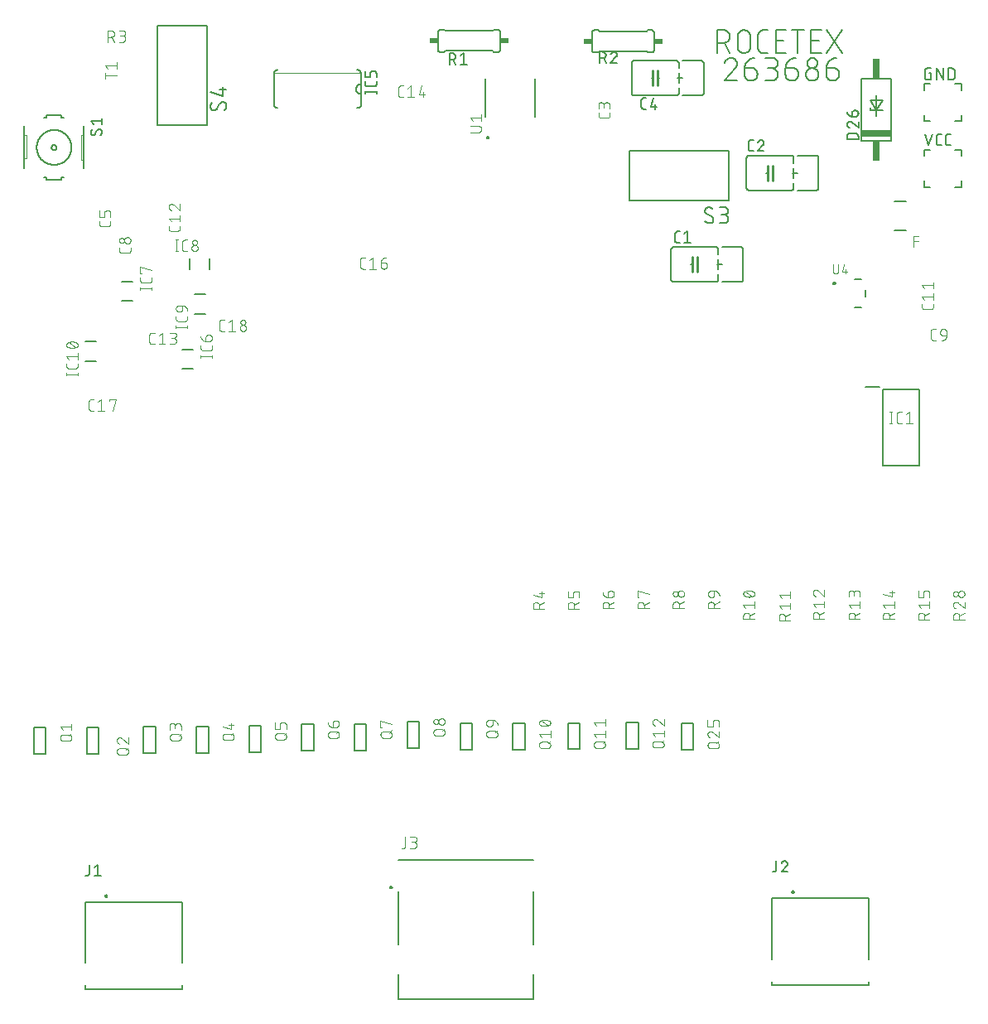
<source format=gbr>
G04 EAGLE Gerber RS-274X export*
G75*
%MOMM*%
%FSLAX34Y34*%
%LPD*%
%INSilkscreen Top*%
%IPPOS*%
%AMOC8*
5,1,8,0,0,1.08239X$1,22.5*%
G01*
%ADD10C,0.203200*%
%ADD11C,0.152400*%
%ADD12C,0.254000*%
%ADD13C,0.127000*%
%ADD14C,0.101600*%
%ADD15C,0.200000*%
%ADD16C,0.050800*%
%ADD17C,0.177800*%
%ADD18R,0.863600X0.609600*%
%ADD19C,0.076200*%
%ADD20R,3.048000X0.762000*%
%ADD21R,0.762000X2.032000*%


D10*
X756998Y954742D02*
X756996Y954892D01*
X756990Y955043D01*
X756981Y955193D01*
X756967Y955343D01*
X756950Y955492D01*
X756928Y955641D01*
X756903Y955789D01*
X756874Y955937D01*
X756842Y956084D01*
X756805Y956230D01*
X756765Y956375D01*
X756721Y956519D01*
X756674Y956661D01*
X756622Y956803D01*
X756568Y956943D01*
X756509Y957081D01*
X756447Y957219D01*
X756382Y957354D01*
X756313Y957488D01*
X756240Y957619D01*
X756164Y957749D01*
X756085Y957877D01*
X756003Y958003D01*
X755917Y958127D01*
X755829Y958248D01*
X755737Y958368D01*
X755642Y958484D01*
X755544Y958599D01*
X755443Y958710D01*
X755340Y958819D01*
X755233Y958926D01*
X755124Y959029D01*
X755013Y959130D01*
X754898Y959228D01*
X754782Y959323D01*
X754662Y959415D01*
X754541Y959503D01*
X754417Y959589D01*
X754291Y959671D01*
X754163Y959750D01*
X754033Y959826D01*
X753902Y959899D01*
X753768Y959968D01*
X753633Y960033D01*
X753495Y960095D01*
X753357Y960154D01*
X753217Y960208D01*
X753075Y960260D01*
X752933Y960307D01*
X752789Y960351D01*
X752644Y960391D01*
X752498Y960428D01*
X752351Y960460D01*
X752203Y960489D01*
X752055Y960514D01*
X751906Y960536D01*
X751757Y960553D01*
X751607Y960567D01*
X751457Y960576D01*
X751306Y960582D01*
X751156Y960584D01*
X750975Y960582D01*
X750793Y960575D01*
X750612Y960564D01*
X750431Y960549D01*
X750251Y960529D01*
X750071Y960505D01*
X749892Y960477D01*
X749713Y960444D01*
X749535Y960407D01*
X749359Y960366D01*
X749183Y960320D01*
X749008Y960270D01*
X748835Y960216D01*
X748663Y960158D01*
X748493Y960096D01*
X748324Y960029D01*
X748157Y959959D01*
X747991Y959884D01*
X747828Y959806D01*
X747666Y959723D01*
X747506Y959637D01*
X747349Y959547D01*
X747193Y959453D01*
X747040Y959355D01*
X746890Y959254D01*
X746742Y959149D01*
X746596Y959040D01*
X746453Y958928D01*
X746313Y958813D01*
X746176Y958694D01*
X746042Y958572D01*
X745911Y958446D01*
X745782Y958318D01*
X745657Y958187D01*
X745535Y958052D01*
X745417Y957915D01*
X745301Y957775D01*
X745190Y957632D01*
X745081Y957486D01*
X744976Y957338D01*
X744875Y957187D01*
X744778Y957034D01*
X744684Y956879D01*
X744594Y956721D01*
X744508Y956561D01*
X744426Y956399D01*
X744347Y956236D01*
X744273Y956070D01*
X744203Y955903D01*
X744136Y955734D01*
X744074Y955563D01*
X744016Y955391D01*
X755051Y950198D02*
X755161Y950306D01*
X755268Y950416D01*
X755373Y950529D01*
X755475Y950644D01*
X755574Y950762D01*
X755670Y950882D01*
X755764Y951005D01*
X755854Y951129D01*
X755941Y951256D01*
X756025Y951385D01*
X756106Y951517D01*
X756183Y951650D01*
X756257Y951785D01*
X756328Y951921D01*
X756396Y952060D01*
X756460Y952200D01*
X756521Y952341D01*
X756578Y952484D01*
X756631Y952628D01*
X756681Y952774D01*
X756728Y952921D01*
X756771Y953069D01*
X756810Y953218D01*
X756846Y953367D01*
X756877Y953518D01*
X756906Y953669D01*
X756930Y953821D01*
X756951Y953974D01*
X756968Y954127D01*
X756981Y954280D01*
X756990Y954434D01*
X756996Y954588D01*
X756998Y954742D01*
X755051Y950198D02*
X744016Y937216D01*
X756998Y937216D01*
X764895Y950198D02*
X772684Y950198D01*
X772827Y950196D01*
X772970Y950190D01*
X773113Y950180D01*
X773255Y950166D01*
X773397Y950149D01*
X773539Y950127D01*
X773680Y950102D01*
X773820Y950072D01*
X773959Y950039D01*
X774097Y950002D01*
X774234Y949961D01*
X774370Y949917D01*
X774505Y949868D01*
X774638Y949816D01*
X774770Y949761D01*
X774900Y949701D01*
X775029Y949638D01*
X775156Y949572D01*
X775281Y949502D01*
X775403Y949429D01*
X775524Y949352D01*
X775643Y949272D01*
X775759Y949189D01*
X775874Y949103D01*
X775985Y949014D01*
X776095Y948921D01*
X776201Y948826D01*
X776305Y948727D01*
X776406Y948626D01*
X776505Y948522D01*
X776600Y948416D01*
X776693Y948306D01*
X776782Y948195D01*
X776868Y948080D01*
X776951Y947964D01*
X777031Y947845D01*
X777108Y947724D01*
X777181Y947602D01*
X777251Y947477D01*
X777317Y947350D01*
X777380Y947221D01*
X777440Y947091D01*
X777495Y946959D01*
X777547Y946826D01*
X777596Y946691D01*
X777640Y946555D01*
X777681Y946418D01*
X777718Y946280D01*
X777751Y946141D01*
X777781Y946001D01*
X777806Y945860D01*
X777828Y945718D01*
X777845Y945576D01*
X777859Y945434D01*
X777869Y945291D01*
X777875Y945148D01*
X777877Y945005D01*
X777877Y943707D01*
X777875Y943548D01*
X777869Y943389D01*
X777859Y943229D01*
X777846Y943071D01*
X777828Y942912D01*
X777807Y942755D01*
X777781Y942597D01*
X777752Y942441D01*
X777719Y942285D01*
X777682Y942130D01*
X777642Y941976D01*
X777597Y941823D01*
X777549Y941671D01*
X777498Y941520D01*
X777442Y941371D01*
X777383Y941223D01*
X777320Y941077D01*
X777254Y940932D01*
X777184Y940789D01*
X777111Y940647D01*
X777034Y940508D01*
X776954Y940370D01*
X776870Y940234D01*
X776783Y940101D01*
X776693Y939969D01*
X776600Y939840D01*
X776503Y939714D01*
X776404Y939589D01*
X776301Y939467D01*
X776196Y939348D01*
X776087Y939231D01*
X775976Y939117D01*
X775862Y939006D01*
X775745Y938897D01*
X775626Y938792D01*
X775504Y938689D01*
X775379Y938590D01*
X775253Y938493D01*
X775124Y938400D01*
X774992Y938310D01*
X774859Y938223D01*
X774723Y938139D01*
X774585Y938059D01*
X774446Y937982D01*
X774304Y937909D01*
X774161Y937839D01*
X774016Y937773D01*
X773870Y937710D01*
X773722Y937651D01*
X773573Y937595D01*
X773422Y937544D01*
X773270Y937496D01*
X773117Y937451D01*
X772963Y937411D01*
X772808Y937374D01*
X772652Y937341D01*
X772496Y937312D01*
X772338Y937286D01*
X772181Y937265D01*
X772022Y937247D01*
X771864Y937234D01*
X771704Y937224D01*
X771545Y937218D01*
X771386Y937216D01*
X771227Y937218D01*
X771068Y937224D01*
X770908Y937234D01*
X770750Y937247D01*
X770591Y937265D01*
X770434Y937286D01*
X770276Y937312D01*
X770120Y937341D01*
X769964Y937374D01*
X769809Y937411D01*
X769655Y937451D01*
X769502Y937496D01*
X769350Y937544D01*
X769199Y937595D01*
X769050Y937651D01*
X768902Y937710D01*
X768756Y937773D01*
X768611Y937839D01*
X768468Y937909D01*
X768326Y937982D01*
X768187Y938059D01*
X768049Y938139D01*
X767913Y938223D01*
X767780Y938310D01*
X767648Y938400D01*
X767519Y938493D01*
X767393Y938590D01*
X767268Y938689D01*
X767146Y938792D01*
X767027Y938897D01*
X766910Y939006D01*
X766796Y939117D01*
X766685Y939231D01*
X766576Y939348D01*
X766471Y939467D01*
X766368Y939589D01*
X766269Y939714D01*
X766172Y939840D01*
X766079Y939969D01*
X765989Y940101D01*
X765902Y940234D01*
X765818Y940370D01*
X765738Y940508D01*
X765661Y940647D01*
X765588Y940789D01*
X765518Y940932D01*
X765452Y941077D01*
X765389Y941223D01*
X765330Y941371D01*
X765274Y941520D01*
X765223Y941671D01*
X765175Y941823D01*
X765130Y941976D01*
X765090Y942130D01*
X765053Y942285D01*
X765020Y942441D01*
X764991Y942597D01*
X764965Y942755D01*
X764944Y942912D01*
X764926Y943071D01*
X764913Y943229D01*
X764903Y943389D01*
X764897Y943548D01*
X764895Y943707D01*
X764895Y950198D01*
X764898Y950453D01*
X764908Y950708D01*
X764923Y950962D01*
X764945Y951216D01*
X764973Y951469D01*
X765007Y951722D01*
X765048Y951974D01*
X765095Y952224D01*
X765147Y952474D01*
X765206Y952722D01*
X765271Y952968D01*
X765342Y953213D01*
X765419Y953456D01*
X765502Y953697D01*
X765591Y953936D01*
X765686Y954173D01*
X765786Y954407D01*
X765892Y954639D01*
X766004Y954868D01*
X766121Y955094D01*
X766244Y955317D01*
X766373Y955537D01*
X766506Y955754D01*
X766645Y955968D01*
X766790Y956178D01*
X766939Y956385D01*
X767093Y956588D01*
X767253Y956787D01*
X767417Y956982D01*
X767585Y957173D01*
X767759Y957360D01*
X767937Y957542D01*
X768119Y957720D01*
X768306Y957894D01*
X768497Y958062D01*
X768692Y958226D01*
X768891Y958386D01*
X769094Y958540D01*
X769301Y958689D01*
X769511Y958834D01*
X769724Y958973D01*
X769942Y959106D01*
X770162Y959235D01*
X770385Y959358D01*
X770611Y959475D01*
X770840Y959587D01*
X771072Y959693D01*
X771306Y959793D01*
X771543Y959888D01*
X771782Y959977D01*
X772023Y960060D01*
X772266Y960137D01*
X772511Y960208D01*
X772757Y960273D01*
X773005Y960332D01*
X773255Y960384D01*
X773505Y960431D01*
X773757Y960472D01*
X774010Y960506D01*
X774263Y960534D01*
X774517Y960556D01*
X774771Y960571D01*
X775026Y960581D01*
X775281Y960584D01*
X785774Y937216D02*
X792265Y937216D01*
X792424Y937218D01*
X792583Y937224D01*
X792743Y937234D01*
X792901Y937247D01*
X793060Y937265D01*
X793217Y937286D01*
X793375Y937312D01*
X793531Y937341D01*
X793687Y937374D01*
X793842Y937411D01*
X793996Y937451D01*
X794149Y937496D01*
X794301Y937544D01*
X794452Y937595D01*
X794601Y937651D01*
X794749Y937710D01*
X794895Y937773D01*
X795040Y937839D01*
X795183Y937909D01*
X795325Y937982D01*
X795464Y938059D01*
X795602Y938139D01*
X795738Y938223D01*
X795871Y938310D01*
X796003Y938400D01*
X796132Y938493D01*
X796258Y938590D01*
X796383Y938689D01*
X796505Y938792D01*
X796624Y938897D01*
X796741Y939006D01*
X796855Y939117D01*
X796966Y939231D01*
X797075Y939348D01*
X797180Y939467D01*
X797283Y939589D01*
X797382Y939714D01*
X797479Y939840D01*
X797572Y939969D01*
X797662Y940101D01*
X797749Y940234D01*
X797833Y940370D01*
X797913Y940508D01*
X797990Y940647D01*
X798063Y940789D01*
X798133Y940932D01*
X798199Y941077D01*
X798262Y941223D01*
X798321Y941371D01*
X798377Y941520D01*
X798428Y941671D01*
X798476Y941823D01*
X798521Y941976D01*
X798561Y942130D01*
X798598Y942285D01*
X798631Y942441D01*
X798660Y942597D01*
X798686Y942755D01*
X798707Y942912D01*
X798725Y943071D01*
X798738Y943229D01*
X798748Y943389D01*
X798754Y943548D01*
X798756Y943707D01*
X798754Y943866D01*
X798748Y944025D01*
X798738Y944185D01*
X798725Y944343D01*
X798707Y944502D01*
X798686Y944659D01*
X798660Y944817D01*
X798631Y944973D01*
X798598Y945129D01*
X798561Y945284D01*
X798521Y945438D01*
X798476Y945591D01*
X798428Y945743D01*
X798377Y945894D01*
X798321Y946043D01*
X798262Y946191D01*
X798199Y946337D01*
X798133Y946482D01*
X798063Y946625D01*
X797990Y946767D01*
X797913Y946906D01*
X797833Y947044D01*
X797749Y947180D01*
X797662Y947313D01*
X797572Y947445D01*
X797479Y947574D01*
X797382Y947700D01*
X797283Y947825D01*
X797180Y947947D01*
X797075Y948066D01*
X796966Y948183D01*
X796855Y948297D01*
X796741Y948408D01*
X796624Y948517D01*
X796505Y948622D01*
X796383Y948725D01*
X796258Y948824D01*
X796132Y948921D01*
X796003Y949014D01*
X795871Y949104D01*
X795738Y949191D01*
X795602Y949275D01*
X795464Y949355D01*
X795325Y949432D01*
X795183Y949505D01*
X795040Y949575D01*
X794895Y949641D01*
X794749Y949704D01*
X794601Y949763D01*
X794452Y949819D01*
X794301Y949870D01*
X794149Y949918D01*
X793996Y949963D01*
X793842Y950003D01*
X793687Y950040D01*
X793531Y950073D01*
X793375Y950102D01*
X793217Y950128D01*
X793060Y950149D01*
X792901Y950167D01*
X792743Y950180D01*
X792583Y950190D01*
X792424Y950196D01*
X792265Y950198D01*
X793563Y960584D02*
X785774Y960584D01*
X793563Y960584D02*
X793706Y960582D01*
X793849Y960576D01*
X793992Y960566D01*
X794134Y960552D01*
X794276Y960535D01*
X794418Y960513D01*
X794559Y960488D01*
X794699Y960458D01*
X794838Y960425D01*
X794976Y960388D01*
X795113Y960347D01*
X795249Y960303D01*
X795384Y960254D01*
X795517Y960202D01*
X795649Y960147D01*
X795779Y960087D01*
X795908Y960024D01*
X796035Y959958D01*
X796160Y959888D01*
X796282Y959815D01*
X796403Y959738D01*
X796522Y959658D01*
X796638Y959575D01*
X796753Y959489D01*
X796864Y959400D01*
X796974Y959307D01*
X797080Y959212D01*
X797184Y959113D01*
X797285Y959012D01*
X797384Y958908D01*
X797479Y958802D01*
X797572Y958692D01*
X797661Y958581D01*
X797747Y958466D01*
X797830Y958350D01*
X797910Y958231D01*
X797987Y958110D01*
X798060Y957987D01*
X798130Y957863D01*
X798196Y957736D01*
X798259Y957607D01*
X798319Y957477D01*
X798374Y957345D01*
X798426Y957212D01*
X798475Y957077D01*
X798519Y956941D01*
X798560Y956804D01*
X798597Y956666D01*
X798630Y956527D01*
X798660Y956387D01*
X798685Y956246D01*
X798707Y956104D01*
X798724Y955962D01*
X798738Y955820D01*
X798748Y955677D01*
X798754Y955534D01*
X798756Y955391D01*
X798754Y955248D01*
X798748Y955105D01*
X798738Y954962D01*
X798724Y954820D01*
X798707Y954678D01*
X798685Y954536D01*
X798660Y954395D01*
X798630Y954255D01*
X798597Y954116D01*
X798560Y953978D01*
X798519Y953841D01*
X798475Y953705D01*
X798426Y953570D01*
X798374Y953437D01*
X798319Y953305D01*
X798259Y953175D01*
X798196Y953046D01*
X798130Y952919D01*
X798060Y952795D01*
X797987Y952672D01*
X797910Y952551D01*
X797830Y952432D01*
X797747Y952316D01*
X797661Y952201D01*
X797572Y952090D01*
X797479Y951980D01*
X797384Y951874D01*
X797285Y951770D01*
X797184Y951669D01*
X797080Y951570D01*
X796974Y951475D01*
X796864Y951382D01*
X796753Y951293D01*
X796638Y951207D01*
X796522Y951124D01*
X796403Y951044D01*
X796282Y950967D01*
X796160Y950894D01*
X796035Y950824D01*
X795908Y950758D01*
X795779Y950695D01*
X795649Y950635D01*
X795517Y950580D01*
X795384Y950528D01*
X795249Y950479D01*
X795113Y950435D01*
X794976Y950394D01*
X794838Y950357D01*
X794699Y950324D01*
X794559Y950294D01*
X794418Y950269D01*
X794276Y950247D01*
X794134Y950230D01*
X793992Y950216D01*
X793849Y950206D01*
X793706Y950200D01*
X793563Y950198D01*
X788370Y950198D01*
X806652Y950198D02*
X814442Y950198D01*
X814585Y950196D01*
X814728Y950190D01*
X814871Y950180D01*
X815013Y950166D01*
X815155Y950149D01*
X815297Y950127D01*
X815438Y950102D01*
X815578Y950072D01*
X815717Y950039D01*
X815855Y950002D01*
X815992Y949961D01*
X816128Y949917D01*
X816263Y949868D01*
X816396Y949816D01*
X816528Y949761D01*
X816658Y949701D01*
X816787Y949638D01*
X816914Y949572D01*
X817039Y949502D01*
X817161Y949429D01*
X817282Y949352D01*
X817401Y949272D01*
X817517Y949189D01*
X817632Y949103D01*
X817743Y949014D01*
X817853Y948921D01*
X817959Y948826D01*
X818063Y948727D01*
X818164Y948626D01*
X818263Y948522D01*
X818358Y948416D01*
X818451Y948306D01*
X818540Y948195D01*
X818626Y948080D01*
X818709Y947964D01*
X818789Y947845D01*
X818866Y947724D01*
X818939Y947602D01*
X819009Y947477D01*
X819075Y947350D01*
X819138Y947221D01*
X819198Y947091D01*
X819253Y946959D01*
X819305Y946826D01*
X819354Y946691D01*
X819398Y946555D01*
X819439Y946418D01*
X819476Y946280D01*
X819509Y946141D01*
X819539Y946001D01*
X819564Y945860D01*
X819586Y945718D01*
X819603Y945576D01*
X819617Y945434D01*
X819627Y945291D01*
X819633Y945148D01*
X819635Y945005D01*
X819635Y943707D01*
X819634Y943707D02*
X819632Y943548D01*
X819626Y943389D01*
X819616Y943229D01*
X819603Y943071D01*
X819585Y942912D01*
X819564Y942755D01*
X819538Y942597D01*
X819509Y942441D01*
X819476Y942285D01*
X819439Y942130D01*
X819399Y941976D01*
X819354Y941823D01*
X819306Y941671D01*
X819255Y941520D01*
X819199Y941371D01*
X819140Y941223D01*
X819077Y941077D01*
X819011Y940932D01*
X818941Y940789D01*
X818868Y940647D01*
X818791Y940508D01*
X818711Y940370D01*
X818627Y940234D01*
X818540Y940101D01*
X818450Y939969D01*
X818357Y939840D01*
X818260Y939714D01*
X818161Y939589D01*
X818058Y939467D01*
X817953Y939348D01*
X817844Y939231D01*
X817733Y939117D01*
X817619Y939006D01*
X817502Y938897D01*
X817383Y938792D01*
X817261Y938689D01*
X817136Y938590D01*
X817010Y938493D01*
X816881Y938400D01*
X816749Y938310D01*
X816616Y938223D01*
X816480Y938139D01*
X816342Y938059D01*
X816203Y937982D01*
X816061Y937909D01*
X815918Y937839D01*
X815773Y937773D01*
X815627Y937710D01*
X815479Y937651D01*
X815330Y937595D01*
X815179Y937544D01*
X815027Y937496D01*
X814874Y937451D01*
X814720Y937411D01*
X814565Y937374D01*
X814409Y937341D01*
X814253Y937312D01*
X814095Y937286D01*
X813938Y937265D01*
X813779Y937247D01*
X813621Y937234D01*
X813461Y937224D01*
X813302Y937218D01*
X813143Y937216D01*
X812984Y937218D01*
X812825Y937224D01*
X812665Y937234D01*
X812507Y937247D01*
X812348Y937265D01*
X812191Y937286D01*
X812033Y937312D01*
X811877Y937341D01*
X811721Y937374D01*
X811566Y937411D01*
X811412Y937451D01*
X811259Y937496D01*
X811107Y937544D01*
X810956Y937595D01*
X810807Y937651D01*
X810659Y937710D01*
X810513Y937773D01*
X810368Y937839D01*
X810225Y937909D01*
X810083Y937982D01*
X809944Y938059D01*
X809806Y938139D01*
X809670Y938223D01*
X809537Y938310D01*
X809405Y938400D01*
X809276Y938493D01*
X809150Y938590D01*
X809025Y938689D01*
X808903Y938792D01*
X808784Y938897D01*
X808667Y939006D01*
X808553Y939117D01*
X808442Y939231D01*
X808333Y939348D01*
X808228Y939467D01*
X808125Y939589D01*
X808026Y939714D01*
X807929Y939840D01*
X807836Y939969D01*
X807746Y940101D01*
X807659Y940234D01*
X807575Y940370D01*
X807495Y940508D01*
X807418Y940647D01*
X807345Y940789D01*
X807275Y940932D01*
X807209Y941077D01*
X807146Y941223D01*
X807087Y941371D01*
X807031Y941520D01*
X806980Y941671D01*
X806932Y941823D01*
X806887Y941976D01*
X806847Y942130D01*
X806810Y942285D01*
X806777Y942441D01*
X806748Y942597D01*
X806722Y942755D01*
X806701Y942912D01*
X806683Y943071D01*
X806670Y943229D01*
X806660Y943389D01*
X806654Y943548D01*
X806652Y943707D01*
X806652Y950198D01*
X806655Y950453D01*
X806665Y950708D01*
X806680Y950962D01*
X806702Y951216D01*
X806730Y951469D01*
X806764Y951722D01*
X806805Y951974D01*
X806852Y952224D01*
X806904Y952474D01*
X806963Y952722D01*
X807028Y952968D01*
X807099Y953213D01*
X807176Y953456D01*
X807259Y953697D01*
X807348Y953936D01*
X807443Y954173D01*
X807543Y954407D01*
X807649Y954639D01*
X807761Y954868D01*
X807878Y955094D01*
X808001Y955317D01*
X808130Y955537D01*
X808263Y955754D01*
X808402Y955968D01*
X808547Y956178D01*
X808696Y956385D01*
X808850Y956588D01*
X809010Y956787D01*
X809174Y956982D01*
X809342Y957173D01*
X809516Y957360D01*
X809694Y957542D01*
X809876Y957720D01*
X810063Y957894D01*
X810254Y958062D01*
X810449Y958226D01*
X810648Y958386D01*
X810851Y958540D01*
X811058Y958689D01*
X811268Y958834D01*
X811481Y958973D01*
X811699Y959106D01*
X811919Y959235D01*
X812142Y959358D01*
X812368Y959475D01*
X812597Y959587D01*
X812829Y959693D01*
X813063Y959793D01*
X813300Y959888D01*
X813539Y959977D01*
X813780Y960060D01*
X814023Y960137D01*
X814268Y960208D01*
X814514Y960273D01*
X814762Y960332D01*
X815012Y960384D01*
X815262Y960431D01*
X815514Y960472D01*
X815767Y960506D01*
X816020Y960534D01*
X816274Y960556D01*
X816528Y960571D01*
X816783Y960581D01*
X817038Y960584D01*
X827531Y943707D02*
X827533Y943866D01*
X827539Y944025D01*
X827549Y944185D01*
X827562Y944343D01*
X827580Y944502D01*
X827601Y944659D01*
X827627Y944817D01*
X827656Y944973D01*
X827689Y945129D01*
X827726Y945284D01*
X827766Y945438D01*
X827811Y945591D01*
X827859Y945743D01*
X827910Y945894D01*
X827966Y946043D01*
X828025Y946191D01*
X828088Y946337D01*
X828154Y946482D01*
X828224Y946625D01*
X828297Y946767D01*
X828374Y946906D01*
X828454Y947044D01*
X828538Y947180D01*
X828625Y947313D01*
X828715Y947445D01*
X828808Y947574D01*
X828905Y947700D01*
X829004Y947825D01*
X829107Y947947D01*
X829212Y948066D01*
X829321Y948183D01*
X829432Y948297D01*
X829546Y948408D01*
X829663Y948517D01*
X829782Y948622D01*
X829904Y948725D01*
X830029Y948824D01*
X830155Y948921D01*
X830284Y949014D01*
X830416Y949104D01*
X830549Y949191D01*
X830685Y949275D01*
X830823Y949355D01*
X830962Y949432D01*
X831104Y949505D01*
X831247Y949575D01*
X831392Y949641D01*
X831538Y949704D01*
X831686Y949763D01*
X831835Y949819D01*
X831986Y949870D01*
X832138Y949918D01*
X832291Y949963D01*
X832445Y950003D01*
X832600Y950040D01*
X832756Y950073D01*
X832912Y950102D01*
X833070Y950128D01*
X833227Y950149D01*
X833386Y950167D01*
X833544Y950180D01*
X833704Y950190D01*
X833863Y950196D01*
X834022Y950198D01*
X834181Y950196D01*
X834340Y950190D01*
X834500Y950180D01*
X834658Y950167D01*
X834817Y950149D01*
X834974Y950128D01*
X835132Y950102D01*
X835288Y950073D01*
X835444Y950040D01*
X835599Y950003D01*
X835753Y949963D01*
X835906Y949918D01*
X836058Y949870D01*
X836209Y949819D01*
X836358Y949763D01*
X836506Y949704D01*
X836652Y949641D01*
X836797Y949575D01*
X836940Y949505D01*
X837082Y949432D01*
X837221Y949355D01*
X837359Y949275D01*
X837495Y949191D01*
X837628Y949104D01*
X837760Y949014D01*
X837889Y948921D01*
X838015Y948824D01*
X838140Y948725D01*
X838262Y948622D01*
X838381Y948517D01*
X838498Y948408D01*
X838612Y948297D01*
X838723Y948183D01*
X838832Y948066D01*
X838937Y947947D01*
X839040Y947825D01*
X839139Y947700D01*
X839236Y947574D01*
X839329Y947445D01*
X839419Y947313D01*
X839506Y947180D01*
X839590Y947044D01*
X839670Y946906D01*
X839747Y946767D01*
X839820Y946625D01*
X839890Y946482D01*
X839956Y946337D01*
X840019Y946191D01*
X840078Y946043D01*
X840134Y945894D01*
X840185Y945743D01*
X840233Y945591D01*
X840278Y945438D01*
X840318Y945284D01*
X840355Y945129D01*
X840388Y944973D01*
X840417Y944817D01*
X840443Y944659D01*
X840464Y944502D01*
X840482Y944343D01*
X840495Y944185D01*
X840505Y944025D01*
X840511Y943866D01*
X840513Y943707D01*
X840511Y943548D01*
X840505Y943389D01*
X840495Y943229D01*
X840482Y943071D01*
X840464Y942912D01*
X840443Y942755D01*
X840417Y942597D01*
X840388Y942441D01*
X840355Y942285D01*
X840318Y942130D01*
X840278Y941976D01*
X840233Y941823D01*
X840185Y941671D01*
X840134Y941520D01*
X840078Y941371D01*
X840019Y941223D01*
X839956Y941077D01*
X839890Y940932D01*
X839820Y940789D01*
X839747Y940647D01*
X839670Y940508D01*
X839590Y940370D01*
X839506Y940234D01*
X839419Y940101D01*
X839329Y939969D01*
X839236Y939840D01*
X839139Y939714D01*
X839040Y939589D01*
X838937Y939467D01*
X838832Y939348D01*
X838723Y939231D01*
X838612Y939117D01*
X838498Y939006D01*
X838381Y938897D01*
X838262Y938792D01*
X838140Y938689D01*
X838015Y938590D01*
X837889Y938493D01*
X837760Y938400D01*
X837628Y938310D01*
X837495Y938223D01*
X837359Y938139D01*
X837221Y938059D01*
X837082Y937982D01*
X836940Y937909D01*
X836797Y937839D01*
X836652Y937773D01*
X836506Y937710D01*
X836358Y937651D01*
X836209Y937595D01*
X836058Y937544D01*
X835906Y937496D01*
X835753Y937451D01*
X835599Y937411D01*
X835444Y937374D01*
X835288Y937341D01*
X835132Y937312D01*
X834974Y937286D01*
X834817Y937265D01*
X834658Y937247D01*
X834500Y937234D01*
X834340Y937224D01*
X834181Y937218D01*
X834022Y937216D01*
X833863Y937218D01*
X833704Y937224D01*
X833544Y937234D01*
X833386Y937247D01*
X833227Y937265D01*
X833070Y937286D01*
X832912Y937312D01*
X832756Y937341D01*
X832600Y937374D01*
X832445Y937411D01*
X832291Y937451D01*
X832138Y937496D01*
X831986Y937544D01*
X831835Y937595D01*
X831686Y937651D01*
X831538Y937710D01*
X831392Y937773D01*
X831247Y937839D01*
X831104Y937909D01*
X830962Y937982D01*
X830823Y938059D01*
X830685Y938139D01*
X830549Y938223D01*
X830416Y938310D01*
X830284Y938400D01*
X830155Y938493D01*
X830029Y938590D01*
X829904Y938689D01*
X829782Y938792D01*
X829663Y938897D01*
X829546Y939006D01*
X829432Y939117D01*
X829321Y939231D01*
X829212Y939348D01*
X829107Y939467D01*
X829004Y939589D01*
X828905Y939714D01*
X828808Y939840D01*
X828715Y939969D01*
X828625Y940101D01*
X828538Y940234D01*
X828454Y940370D01*
X828374Y940508D01*
X828297Y940647D01*
X828224Y940789D01*
X828154Y940932D01*
X828088Y941077D01*
X828025Y941223D01*
X827966Y941371D01*
X827910Y941520D01*
X827859Y941671D01*
X827811Y941823D01*
X827766Y941976D01*
X827726Y942130D01*
X827689Y942285D01*
X827656Y942441D01*
X827627Y942597D01*
X827601Y942755D01*
X827580Y942912D01*
X827562Y943071D01*
X827549Y943229D01*
X827539Y943389D01*
X827533Y943548D01*
X827531Y943707D01*
X828829Y955391D02*
X828831Y955534D01*
X828837Y955677D01*
X828847Y955820D01*
X828861Y955962D01*
X828878Y956104D01*
X828900Y956246D01*
X828925Y956387D01*
X828955Y956527D01*
X828988Y956666D01*
X829025Y956804D01*
X829066Y956941D01*
X829110Y957077D01*
X829159Y957212D01*
X829211Y957345D01*
X829266Y957477D01*
X829326Y957607D01*
X829389Y957736D01*
X829455Y957863D01*
X829525Y957988D01*
X829598Y958110D01*
X829675Y958231D01*
X829755Y958350D01*
X829838Y958466D01*
X829924Y958581D01*
X830013Y958692D01*
X830106Y958802D01*
X830201Y958908D01*
X830300Y959012D01*
X830401Y959113D01*
X830505Y959212D01*
X830611Y959307D01*
X830721Y959400D01*
X830832Y959489D01*
X830947Y959575D01*
X831063Y959658D01*
X831182Y959738D01*
X831303Y959815D01*
X831426Y959888D01*
X831550Y959958D01*
X831677Y960024D01*
X831806Y960087D01*
X831936Y960147D01*
X832068Y960202D01*
X832201Y960254D01*
X832336Y960303D01*
X832472Y960347D01*
X832609Y960388D01*
X832747Y960425D01*
X832886Y960458D01*
X833026Y960488D01*
X833167Y960513D01*
X833309Y960535D01*
X833451Y960552D01*
X833593Y960566D01*
X833736Y960576D01*
X833879Y960582D01*
X834022Y960584D01*
X834165Y960582D01*
X834308Y960576D01*
X834451Y960566D01*
X834593Y960552D01*
X834735Y960535D01*
X834877Y960513D01*
X835018Y960488D01*
X835158Y960458D01*
X835297Y960425D01*
X835435Y960388D01*
X835572Y960347D01*
X835708Y960303D01*
X835843Y960254D01*
X835976Y960202D01*
X836108Y960147D01*
X836238Y960087D01*
X836367Y960024D01*
X836494Y959958D01*
X836619Y959888D01*
X836741Y959815D01*
X836862Y959738D01*
X836981Y959658D01*
X837097Y959575D01*
X837212Y959489D01*
X837323Y959400D01*
X837433Y959307D01*
X837539Y959212D01*
X837643Y959113D01*
X837744Y959012D01*
X837843Y958908D01*
X837938Y958802D01*
X838031Y958692D01*
X838120Y958581D01*
X838206Y958466D01*
X838289Y958350D01*
X838369Y958231D01*
X838446Y958110D01*
X838519Y957988D01*
X838589Y957863D01*
X838655Y957736D01*
X838718Y957607D01*
X838778Y957477D01*
X838833Y957345D01*
X838885Y957212D01*
X838934Y957077D01*
X838978Y956941D01*
X839019Y956804D01*
X839056Y956666D01*
X839089Y956527D01*
X839119Y956387D01*
X839144Y956246D01*
X839166Y956104D01*
X839183Y955962D01*
X839197Y955820D01*
X839207Y955677D01*
X839213Y955534D01*
X839215Y955391D01*
X839213Y955248D01*
X839207Y955105D01*
X839197Y954962D01*
X839183Y954820D01*
X839166Y954678D01*
X839144Y954536D01*
X839119Y954395D01*
X839089Y954255D01*
X839056Y954116D01*
X839019Y953978D01*
X838978Y953841D01*
X838934Y953705D01*
X838885Y953570D01*
X838833Y953437D01*
X838778Y953305D01*
X838718Y953175D01*
X838655Y953046D01*
X838589Y952919D01*
X838519Y952794D01*
X838446Y952672D01*
X838369Y952551D01*
X838289Y952432D01*
X838206Y952316D01*
X838120Y952201D01*
X838031Y952090D01*
X837938Y951980D01*
X837843Y951874D01*
X837744Y951770D01*
X837643Y951669D01*
X837539Y951570D01*
X837433Y951475D01*
X837323Y951382D01*
X837212Y951293D01*
X837097Y951207D01*
X836981Y951124D01*
X836862Y951044D01*
X836741Y950967D01*
X836618Y950894D01*
X836494Y950824D01*
X836367Y950758D01*
X836238Y950695D01*
X836108Y950635D01*
X835976Y950580D01*
X835843Y950528D01*
X835708Y950479D01*
X835572Y950435D01*
X835435Y950394D01*
X835297Y950357D01*
X835158Y950324D01*
X835018Y950294D01*
X834877Y950269D01*
X834735Y950247D01*
X834593Y950230D01*
X834451Y950216D01*
X834308Y950206D01*
X834165Y950200D01*
X834022Y950198D01*
X833879Y950200D01*
X833736Y950206D01*
X833593Y950216D01*
X833451Y950230D01*
X833309Y950247D01*
X833167Y950269D01*
X833026Y950294D01*
X832886Y950324D01*
X832747Y950357D01*
X832609Y950394D01*
X832472Y950435D01*
X832336Y950479D01*
X832201Y950528D01*
X832068Y950580D01*
X831936Y950635D01*
X831806Y950695D01*
X831677Y950758D01*
X831550Y950824D01*
X831426Y950894D01*
X831303Y950967D01*
X831182Y951044D01*
X831063Y951124D01*
X830947Y951207D01*
X830832Y951293D01*
X830721Y951382D01*
X830611Y951475D01*
X830505Y951570D01*
X830401Y951669D01*
X830300Y951770D01*
X830201Y951874D01*
X830106Y951980D01*
X830013Y952090D01*
X829924Y952201D01*
X829838Y952316D01*
X829755Y952432D01*
X829675Y952551D01*
X829598Y952672D01*
X829525Y952795D01*
X829455Y952919D01*
X829389Y953046D01*
X829326Y953175D01*
X829266Y953305D01*
X829211Y953437D01*
X829159Y953570D01*
X829110Y953705D01*
X829066Y953841D01*
X829025Y953978D01*
X828988Y954116D01*
X828955Y954255D01*
X828925Y954395D01*
X828900Y954536D01*
X828878Y954678D01*
X828861Y954820D01*
X828847Y954962D01*
X828837Y955105D01*
X828831Y955248D01*
X828829Y955391D01*
X848410Y950198D02*
X856199Y950198D01*
X856342Y950196D01*
X856485Y950190D01*
X856628Y950180D01*
X856770Y950166D01*
X856912Y950149D01*
X857054Y950127D01*
X857195Y950102D01*
X857335Y950072D01*
X857474Y950039D01*
X857612Y950002D01*
X857749Y949961D01*
X857885Y949917D01*
X858020Y949868D01*
X858153Y949816D01*
X858285Y949761D01*
X858415Y949701D01*
X858544Y949638D01*
X858671Y949572D01*
X858796Y949502D01*
X858918Y949429D01*
X859039Y949352D01*
X859158Y949272D01*
X859274Y949189D01*
X859389Y949103D01*
X859500Y949014D01*
X859610Y948921D01*
X859716Y948826D01*
X859820Y948727D01*
X859921Y948626D01*
X860020Y948522D01*
X860115Y948416D01*
X860208Y948306D01*
X860297Y948195D01*
X860383Y948080D01*
X860466Y947964D01*
X860546Y947845D01*
X860623Y947724D01*
X860696Y947602D01*
X860766Y947477D01*
X860832Y947350D01*
X860895Y947221D01*
X860955Y947091D01*
X861010Y946959D01*
X861062Y946826D01*
X861111Y946691D01*
X861155Y946555D01*
X861196Y946418D01*
X861233Y946280D01*
X861266Y946141D01*
X861296Y946001D01*
X861321Y945860D01*
X861343Y945718D01*
X861360Y945576D01*
X861374Y945434D01*
X861384Y945291D01*
X861390Y945148D01*
X861392Y945005D01*
X861392Y943707D01*
X861390Y943548D01*
X861384Y943389D01*
X861374Y943229D01*
X861361Y943071D01*
X861343Y942912D01*
X861322Y942755D01*
X861296Y942597D01*
X861267Y942441D01*
X861234Y942285D01*
X861197Y942130D01*
X861157Y941976D01*
X861112Y941823D01*
X861064Y941671D01*
X861013Y941520D01*
X860957Y941371D01*
X860898Y941223D01*
X860835Y941077D01*
X860769Y940932D01*
X860699Y940789D01*
X860626Y940647D01*
X860549Y940508D01*
X860469Y940370D01*
X860385Y940234D01*
X860298Y940101D01*
X860208Y939969D01*
X860115Y939840D01*
X860018Y939714D01*
X859919Y939589D01*
X859816Y939467D01*
X859711Y939348D01*
X859602Y939231D01*
X859491Y939117D01*
X859377Y939006D01*
X859260Y938897D01*
X859141Y938792D01*
X859019Y938689D01*
X858894Y938590D01*
X858768Y938493D01*
X858639Y938400D01*
X858507Y938310D01*
X858374Y938223D01*
X858238Y938139D01*
X858100Y938059D01*
X857961Y937982D01*
X857819Y937909D01*
X857676Y937839D01*
X857531Y937773D01*
X857385Y937710D01*
X857237Y937651D01*
X857088Y937595D01*
X856937Y937544D01*
X856785Y937496D01*
X856632Y937451D01*
X856478Y937411D01*
X856323Y937374D01*
X856167Y937341D01*
X856011Y937312D01*
X855853Y937286D01*
X855696Y937265D01*
X855537Y937247D01*
X855379Y937234D01*
X855219Y937224D01*
X855060Y937218D01*
X854901Y937216D01*
X854742Y937218D01*
X854583Y937224D01*
X854423Y937234D01*
X854265Y937247D01*
X854106Y937265D01*
X853949Y937286D01*
X853791Y937312D01*
X853635Y937341D01*
X853479Y937374D01*
X853324Y937411D01*
X853170Y937451D01*
X853017Y937496D01*
X852865Y937544D01*
X852714Y937595D01*
X852565Y937651D01*
X852417Y937710D01*
X852271Y937773D01*
X852126Y937839D01*
X851983Y937909D01*
X851841Y937982D01*
X851702Y938059D01*
X851564Y938139D01*
X851428Y938223D01*
X851295Y938310D01*
X851163Y938400D01*
X851034Y938493D01*
X850908Y938590D01*
X850783Y938689D01*
X850661Y938792D01*
X850542Y938897D01*
X850425Y939006D01*
X850311Y939117D01*
X850200Y939231D01*
X850091Y939348D01*
X849986Y939467D01*
X849883Y939589D01*
X849784Y939714D01*
X849687Y939840D01*
X849594Y939969D01*
X849504Y940101D01*
X849417Y940234D01*
X849333Y940370D01*
X849253Y940508D01*
X849176Y940647D01*
X849103Y940789D01*
X849033Y940932D01*
X848967Y941077D01*
X848904Y941223D01*
X848845Y941371D01*
X848789Y941520D01*
X848738Y941671D01*
X848690Y941823D01*
X848645Y941976D01*
X848605Y942130D01*
X848568Y942285D01*
X848535Y942441D01*
X848506Y942597D01*
X848480Y942755D01*
X848459Y942912D01*
X848441Y943071D01*
X848428Y943229D01*
X848418Y943389D01*
X848412Y943548D01*
X848410Y943707D01*
X848410Y950198D01*
X848413Y950453D01*
X848423Y950708D01*
X848438Y950962D01*
X848460Y951216D01*
X848488Y951469D01*
X848522Y951722D01*
X848563Y951974D01*
X848610Y952224D01*
X848662Y952474D01*
X848721Y952722D01*
X848786Y952968D01*
X848857Y953213D01*
X848934Y953456D01*
X849017Y953697D01*
X849106Y953936D01*
X849201Y954173D01*
X849301Y954407D01*
X849407Y954639D01*
X849519Y954868D01*
X849636Y955094D01*
X849759Y955317D01*
X849888Y955537D01*
X850021Y955754D01*
X850160Y955968D01*
X850305Y956178D01*
X850454Y956385D01*
X850608Y956588D01*
X850768Y956787D01*
X850932Y956982D01*
X851100Y957173D01*
X851274Y957360D01*
X851452Y957542D01*
X851634Y957720D01*
X851821Y957894D01*
X852012Y958062D01*
X852207Y958226D01*
X852406Y958386D01*
X852609Y958540D01*
X852816Y958689D01*
X853026Y958834D01*
X853239Y958973D01*
X853457Y959106D01*
X853677Y959235D01*
X853900Y959358D01*
X854126Y959475D01*
X854355Y959587D01*
X854587Y959693D01*
X854821Y959793D01*
X855058Y959888D01*
X855297Y959977D01*
X855538Y960060D01*
X855781Y960137D01*
X856026Y960208D01*
X856272Y960273D01*
X856520Y960332D01*
X856770Y960384D01*
X857020Y960431D01*
X857272Y960472D01*
X857525Y960506D01*
X857778Y960534D01*
X858032Y960556D01*
X858286Y960571D01*
X858541Y960581D01*
X858796Y960584D01*
X736816Y965616D02*
X736816Y988984D01*
X743307Y988984D01*
X743466Y988982D01*
X743625Y988976D01*
X743785Y988966D01*
X743943Y988953D01*
X744102Y988935D01*
X744259Y988914D01*
X744417Y988888D01*
X744573Y988859D01*
X744729Y988826D01*
X744884Y988789D01*
X745038Y988749D01*
X745191Y988704D01*
X745343Y988656D01*
X745494Y988605D01*
X745643Y988549D01*
X745791Y988490D01*
X745937Y988427D01*
X746082Y988361D01*
X746225Y988291D01*
X746367Y988218D01*
X746506Y988141D01*
X746644Y988061D01*
X746780Y987977D01*
X746913Y987890D01*
X747045Y987800D01*
X747174Y987707D01*
X747300Y987610D01*
X747425Y987511D01*
X747547Y987408D01*
X747666Y987303D01*
X747783Y987194D01*
X747897Y987083D01*
X748008Y986969D01*
X748117Y986852D01*
X748222Y986733D01*
X748325Y986611D01*
X748424Y986486D01*
X748521Y986360D01*
X748614Y986231D01*
X748704Y986099D01*
X748791Y985966D01*
X748875Y985830D01*
X748955Y985692D01*
X749032Y985553D01*
X749105Y985411D01*
X749175Y985268D01*
X749241Y985123D01*
X749304Y984977D01*
X749363Y984829D01*
X749419Y984680D01*
X749470Y984529D01*
X749518Y984377D01*
X749563Y984224D01*
X749603Y984070D01*
X749640Y983915D01*
X749673Y983759D01*
X749702Y983603D01*
X749728Y983445D01*
X749749Y983288D01*
X749767Y983129D01*
X749780Y982971D01*
X749790Y982811D01*
X749796Y982652D01*
X749798Y982493D01*
X749796Y982334D01*
X749790Y982175D01*
X749780Y982015D01*
X749767Y981857D01*
X749749Y981698D01*
X749728Y981541D01*
X749702Y981383D01*
X749673Y981227D01*
X749640Y981071D01*
X749603Y980916D01*
X749563Y980762D01*
X749518Y980609D01*
X749470Y980457D01*
X749419Y980306D01*
X749363Y980157D01*
X749304Y980009D01*
X749241Y979863D01*
X749175Y979718D01*
X749105Y979575D01*
X749032Y979433D01*
X748955Y979294D01*
X748875Y979156D01*
X748791Y979020D01*
X748704Y978887D01*
X748614Y978755D01*
X748521Y978626D01*
X748424Y978500D01*
X748325Y978375D01*
X748222Y978253D01*
X748117Y978134D01*
X748008Y978017D01*
X747897Y977903D01*
X747783Y977792D01*
X747666Y977683D01*
X747547Y977578D01*
X747425Y977475D01*
X747300Y977376D01*
X747174Y977279D01*
X747045Y977186D01*
X746913Y977096D01*
X746780Y977009D01*
X746644Y976925D01*
X746506Y976845D01*
X746367Y976768D01*
X746225Y976695D01*
X746082Y976625D01*
X745937Y976559D01*
X745791Y976496D01*
X745643Y976437D01*
X745494Y976381D01*
X745343Y976330D01*
X745191Y976282D01*
X745038Y976237D01*
X744884Y976197D01*
X744729Y976160D01*
X744573Y976127D01*
X744417Y976098D01*
X744259Y976072D01*
X744102Y976051D01*
X743943Y976033D01*
X743785Y976020D01*
X743625Y976010D01*
X743466Y976004D01*
X743307Y976002D01*
X736816Y976002D01*
X744605Y976002D02*
X749798Y965616D01*
X757631Y972107D02*
X757631Y982493D01*
X757633Y982652D01*
X757639Y982811D01*
X757649Y982971D01*
X757662Y983129D01*
X757680Y983288D01*
X757701Y983445D01*
X757727Y983603D01*
X757756Y983759D01*
X757789Y983915D01*
X757826Y984070D01*
X757866Y984224D01*
X757911Y984377D01*
X757959Y984529D01*
X758010Y984680D01*
X758066Y984829D01*
X758125Y984977D01*
X758188Y985123D01*
X758254Y985268D01*
X758324Y985411D01*
X758397Y985553D01*
X758474Y985692D01*
X758554Y985830D01*
X758638Y985966D01*
X758725Y986099D01*
X758815Y986231D01*
X758908Y986360D01*
X759005Y986486D01*
X759104Y986611D01*
X759207Y986733D01*
X759312Y986852D01*
X759421Y986969D01*
X759532Y987083D01*
X759646Y987194D01*
X759763Y987303D01*
X759882Y987408D01*
X760004Y987511D01*
X760129Y987610D01*
X760255Y987707D01*
X760384Y987800D01*
X760516Y987890D01*
X760649Y987977D01*
X760785Y988061D01*
X760923Y988141D01*
X761062Y988218D01*
X761204Y988291D01*
X761347Y988361D01*
X761492Y988427D01*
X761638Y988490D01*
X761786Y988549D01*
X761935Y988605D01*
X762086Y988656D01*
X762238Y988704D01*
X762391Y988749D01*
X762545Y988789D01*
X762700Y988826D01*
X762856Y988859D01*
X763012Y988888D01*
X763170Y988914D01*
X763327Y988935D01*
X763486Y988953D01*
X763644Y988966D01*
X763804Y988976D01*
X763963Y988982D01*
X764122Y988984D01*
X764281Y988982D01*
X764440Y988976D01*
X764600Y988966D01*
X764758Y988953D01*
X764917Y988935D01*
X765074Y988914D01*
X765232Y988888D01*
X765388Y988859D01*
X765544Y988826D01*
X765699Y988789D01*
X765853Y988749D01*
X766006Y988704D01*
X766158Y988656D01*
X766309Y988605D01*
X766458Y988549D01*
X766606Y988490D01*
X766752Y988427D01*
X766897Y988361D01*
X767040Y988291D01*
X767182Y988218D01*
X767321Y988141D01*
X767459Y988061D01*
X767595Y987977D01*
X767728Y987890D01*
X767860Y987800D01*
X767989Y987707D01*
X768115Y987610D01*
X768240Y987511D01*
X768362Y987408D01*
X768481Y987303D01*
X768598Y987194D01*
X768712Y987083D01*
X768823Y986969D01*
X768932Y986852D01*
X769037Y986733D01*
X769140Y986611D01*
X769239Y986486D01*
X769336Y986360D01*
X769429Y986231D01*
X769519Y986099D01*
X769606Y985966D01*
X769690Y985830D01*
X769770Y985692D01*
X769847Y985553D01*
X769920Y985411D01*
X769990Y985268D01*
X770056Y985123D01*
X770119Y984977D01*
X770178Y984829D01*
X770234Y984680D01*
X770285Y984529D01*
X770333Y984377D01*
X770378Y984224D01*
X770418Y984070D01*
X770455Y983915D01*
X770488Y983759D01*
X770517Y983603D01*
X770543Y983445D01*
X770564Y983288D01*
X770582Y983129D01*
X770595Y982971D01*
X770605Y982811D01*
X770611Y982652D01*
X770613Y982493D01*
X770613Y972107D01*
X770611Y971948D01*
X770605Y971789D01*
X770595Y971629D01*
X770582Y971471D01*
X770564Y971312D01*
X770543Y971155D01*
X770517Y970997D01*
X770488Y970841D01*
X770455Y970685D01*
X770418Y970530D01*
X770378Y970376D01*
X770333Y970223D01*
X770285Y970071D01*
X770234Y969920D01*
X770178Y969771D01*
X770119Y969623D01*
X770056Y969477D01*
X769990Y969332D01*
X769920Y969189D01*
X769847Y969047D01*
X769770Y968908D01*
X769690Y968770D01*
X769606Y968634D01*
X769519Y968501D01*
X769429Y968369D01*
X769336Y968240D01*
X769239Y968114D01*
X769140Y967989D01*
X769037Y967867D01*
X768932Y967748D01*
X768823Y967631D01*
X768712Y967517D01*
X768598Y967406D01*
X768481Y967297D01*
X768362Y967192D01*
X768240Y967089D01*
X768115Y966990D01*
X767989Y966893D01*
X767860Y966800D01*
X767728Y966710D01*
X767595Y966623D01*
X767459Y966539D01*
X767321Y966459D01*
X767182Y966382D01*
X767040Y966309D01*
X766897Y966239D01*
X766752Y966173D01*
X766606Y966110D01*
X766458Y966051D01*
X766309Y965995D01*
X766158Y965944D01*
X766006Y965896D01*
X765853Y965851D01*
X765699Y965811D01*
X765544Y965774D01*
X765388Y965741D01*
X765232Y965712D01*
X765074Y965686D01*
X764917Y965665D01*
X764758Y965647D01*
X764600Y965634D01*
X764440Y965624D01*
X764281Y965618D01*
X764122Y965616D01*
X763963Y965618D01*
X763804Y965624D01*
X763644Y965634D01*
X763486Y965647D01*
X763327Y965665D01*
X763170Y965686D01*
X763012Y965712D01*
X762856Y965741D01*
X762700Y965774D01*
X762545Y965811D01*
X762391Y965851D01*
X762238Y965896D01*
X762086Y965944D01*
X761935Y965995D01*
X761786Y966051D01*
X761638Y966110D01*
X761492Y966173D01*
X761347Y966239D01*
X761204Y966309D01*
X761062Y966382D01*
X760923Y966459D01*
X760785Y966539D01*
X760649Y966623D01*
X760516Y966710D01*
X760384Y966800D01*
X760255Y966893D01*
X760129Y966990D01*
X760004Y967089D01*
X759882Y967192D01*
X759763Y967297D01*
X759646Y967406D01*
X759532Y967517D01*
X759421Y967631D01*
X759312Y967748D01*
X759207Y967867D01*
X759104Y967989D01*
X759005Y968114D01*
X758908Y968240D01*
X758815Y968369D01*
X758725Y968501D01*
X758638Y968634D01*
X758554Y968770D01*
X758474Y968908D01*
X758397Y969047D01*
X758324Y969189D01*
X758254Y969332D01*
X758188Y969477D01*
X758125Y969623D01*
X758066Y969771D01*
X758010Y969920D01*
X757959Y970071D01*
X757911Y970223D01*
X757866Y970376D01*
X757826Y970530D01*
X757789Y970685D01*
X757756Y970841D01*
X757727Y970997D01*
X757701Y971155D01*
X757680Y971312D01*
X757662Y971471D01*
X757649Y971629D01*
X757639Y971789D01*
X757633Y971948D01*
X757631Y972107D01*
X783679Y965616D02*
X788872Y965616D01*
X783679Y965616D02*
X783536Y965618D01*
X783393Y965624D01*
X783250Y965634D01*
X783108Y965648D01*
X782966Y965665D01*
X782824Y965687D01*
X782683Y965712D01*
X782543Y965742D01*
X782404Y965775D01*
X782266Y965812D01*
X782129Y965853D01*
X781993Y965897D01*
X781858Y965946D01*
X781725Y965998D01*
X781593Y966053D01*
X781463Y966113D01*
X781334Y966176D01*
X781207Y966242D01*
X781083Y966312D01*
X780960Y966385D01*
X780839Y966462D01*
X780720Y966542D01*
X780604Y966625D01*
X780489Y966711D01*
X780378Y966800D01*
X780268Y966893D01*
X780162Y966988D01*
X780058Y967087D01*
X779957Y967188D01*
X779858Y967292D01*
X779763Y967398D01*
X779670Y967508D01*
X779581Y967619D01*
X779495Y967734D01*
X779412Y967850D01*
X779332Y967969D01*
X779255Y968090D01*
X779182Y968213D01*
X779112Y968337D01*
X779046Y968464D01*
X778983Y968593D01*
X778923Y968723D01*
X778868Y968855D01*
X778816Y968988D01*
X778767Y969123D01*
X778723Y969259D01*
X778682Y969396D01*
X778645Y969534D01*
X778612Y969673D01*
X778582Y969813D01*
X778557Y969954D01*
X778535Y970096D01*
X778518Y970238D01*
X778504Y970380D01*
X778494Y970523D01*
X778488Y970666D01*
X778486Y970809D01*
X778486Y983791D01*
X778488Y983934D01*
X778494Y984077D01*
X778504Y984220D01*
X778518Y984362D01*
X778535Y984504D01*
X778557Y984646D01*
X778582Y984787D01*
X778612Y984927D01*
X778645Y985066D01*
X778682Y985204D01*
X778723Y985341D01*
X778767Y985477D01*
X778816Y985612D01*
X778868Y985745D01*
X778923Y985877D01*
X778983Y986007D01*
X779046Y986136D01*
X779112Y986263D01*
X779182Y986387D01*
X779255Y986510D01*
X779332Y986631D01*
X779412Y986750D01*
X779495Y986866D01*
X779581Y986981D01*
X779670Y987092D01*
X779763Y987202D01*
X779858Y987308D01*
X779957Y987412D01*
X780058Y987513D01*
X780162Y987612D01*
X780268Y987707D01*
X780378Y987800D01*
X780489Y987889D01*
X780604Y987975D01*
X780720Y988058D01*
X780839Y988138D01*
X780960Y988215D01*
X781082Y988288D01*
X781207Y988358D01*
X781334Y988424D01*
X781463Y988487D01*
X781593Y988547D01*
X781725Y988602D01*
X781858Y988654D01*
X781993Y988703D01*
X782129Y988747D01*
X782266Y988788D01*
X782404Y988825D01*
X782543Y988858D01*
X782683Y988888D01*
X782824Y988913D01*
X782966Y988935D01*
X783108Y988952D01*
X783250Y988966D01*
X783393Y988976D01*
X783536Y988982D01*
X783679Y988984D01*
X788872Y988984D01*
X796629Y965616D02*
X807015Y965616D01*
X796629Y965616D02*
X796629Y988984D01*
X807015Y988984D01*
X804418Y978598D02*
X796629Y978598D01*
X819103Y988984D02*
X819103Y965616D01*
X812612Y988984D02*
X825594Y988984D01*
X832819Y965616D02*
X843205Y965616D01*
X832819Y965616D02*
X832819Y988984D01*
X843205Y988984D01*
X840608Y978598D02*
X832819Y978598D01*
X848895Y965616D02*
X864474Y988984D01*
X848895Y988984D02*
X864474Y965616D01*
D11*
X735390Y767280D02*
X692210Y767280D01*
X692210Y731720D02*
X735390Y731720D01*
X689670Y734260D02*
X689670Y764740D01*
X735390Y767280D02*
X735490Y767278D01*
X735589Y767272D01*
X735689Y767262D01*
X735787Y767249D01*
X735886Y767231D01*
X735983Y767210D01*
X736079Y767185D01*
X736175Y767156D01*
X736269Y767123D01*
X736362Y767087D01*
X736453Y767047D01*
X736543Y767003D01*
X736631Y766956D01*
X736717Y766906D01*
X736801Y766852D01*
X736883Y766795D01*
X736962Y766735D01*
X737040Y766671D01*
X737114Y766605D01*
X737186Y766536D01*
X737255Y766464D01*
X737321Y766390D01*
X737385Y766312D01*
X737445Y766233D01*
X737502Y766151D01*
X737556Y766067D01*
X737606Y765981D01*
X737653Y765893D01*
X737697Y765803D01*
X737737Y765712D01*
X737773Y765619D01*
X737806Y765525D01*
X737835Y765429D01*
X737860Y765333D01*
X737881Y765236D01*
X737899Y765137D01*
X737912Y765039D01*
X737922Y764939D01*
X737928Y764840D01*
X737930Y764740D01*
X692210Y767280D02*
X692110Y767278D01*
X692011Y767272D01*
X691911Y767262D01*
X691813Y767249D01*
X691714Y767231D01*
X691617Y767210D01*
X691521Y767185D01*
X691425Y767156D01*
X691331Y767123D01*
X691238Y767087D01*
X691147Y767047D01*
X691057Y767003D01*
X690969Y766956D01*
X690883Y766906D01*
X690799Y766852D01*
X690717Y766795D01*
X690638Y766735D01*
X690560Y766671D01*
X690486Y766605D01*
X690414Y766536D01*
X690345Y766464D01*
X690279Y766390D01*
X690215Y766312D01*
X690155Y766233D01*
X690098Y766151D01*
X690044Y766067D01*
X689994Y765981D01*
X689947Y765893D01*
X689903Y765803D01*
X689863Y765712D01*
X689827Y765619D01*
X689794Y765525D01*
X689765Y765429D01*
X689740Y765333D01*
X689719Y765236D01*
X689701Y765137D01*
X689688Y765039D01*
X689678Y764939D01*
X689672Y764840D01*
X689670Y764740D01*
X735390Y731720D02*
X735490Y731722D01*
X735589Y731728D01*
X735689Y731738D01*
X735787Y731751D01*
X735886Y731769D01*
X735983Y731790D01*
X736079Y731815D01*
X736175Y731844D01*
X736269Y731877D01*
X736362Y731913D01*
X736453Y731953D01*
X736543Y731997D01*
X736631Y732044D01*
X736717Y732094D01*
X736801Y732148D01*
X736883Y732205D01*
X736962Y732265D01*
X737040Y732329D01*
X737114Y732395D01*
X737186Y732464D01*
X737255Y732536D01*
X737321Y732610D01*
X737385Y732688D01*
X737445Y732767D01*
X737502Y732849D01*
X737556Y732933D01*
X737606Y733019D01*
X737653Y733107D01*
X737697Y733197D01*
X737737Y733288D01*
X737773Y733381D01*
X737806Y733475D01*
X737835Y733571D01*
X737860Y733667D01*
X737881Y733764D01*
X737899Y733863D01*
X737912Y733961D01*
X737922Y734061D01*
X737928Y734160D01*
X737930Y734260D01*
X692210Y731720D02*
X692110Y731722D01*
X692011Y731728D01*
X691911Y731738D01*
X691813Y731751D01*
X691714Y731769D01*
X691617Y731790D01*
X691521Y731815D01*
X691425Y731844D01*
X691331Y731877D01*
X691238Y731913D01*
X691147Y731953D01*
X691057Y731997D01*
X690969Y732044D01*
X690883Y732094D01*
X690799Y732148D01*
X690717Y732205D01*
X690638Y732265D01*
X690560Y732329D01*
X690486Y732395D01*
X690414Y732464D01*
X690345Y732536D01*
X690279Y732610D01*
X690215Y732688D01*
X690155Y732767D01*
X690098Y732849D01*
X690044Y732933D01*
X689994Y733019D01*
X689947Y733107D01*
X689903Y733197D01*
X689863Y733288D01*
X689827Y733381D01*
X689794Y733475D01*
X689765Y733571D01*
X689740Y733667D01*
X689719Y733764D01*
X689701Y733863D01*
X689688Y733961D01*
X689678Y734061D01*
X689672Y734160D01*
X689670Y734260D01*
X716340Y749500D02*
X717610Y749500D01*
D12*
X716340Y749500D02*
X716340Y757120D01*
X716340Y749500D02*
X716340Y741880D01*
X711260Y749500D02*
X711260Y757120D01*
X711260Y749500D02*
X711260Y741880D01*
D11*
X711260Y749500D02*
X709990Y749500D01*
X763330Y764740D02*
X763330Y734260D01*
X763330Y764740D02*
X763328Y764840D01*
X763322Y764939D01*
X763312Y765039D01*
X763299Y765137D01*
X763281Y765236D01*
X763260Y765333D01*
X763235Y765429D01*
X763206Y765525D01*
X763173Y765619D01*
X763137Y765712D01*
X763097Y765803D01*
X763053Y765893D01*
X763006Y765981D01*
X762956Y766067D01*
X762902Y766151D01*
X762845Y766233D01*
X762785Y766312D01*
X762721Y766390D01*
X762655Y766464D01*
X762586Y766536D01*
X762514Y766605D01*
X762440Y766671D01*
X762362Y766735D01*
X762283Y766795D01*
X762201Y766852D01*
X762117Y766906D01*
X762031Y766956D01*
X761943Y767003D01*
X761853Y767047D01*
X761762Y767087D01*
X761669Y767123D01*
X761575Y767156D01*
X761479Y767185D01*
X761383Y767210D01*
X761286Y767231D01*
X761187Y767249D01*
X761089Y767262D01*
X760989Y767272D01*
X760890Y767278D01*
X760790Y767280D01*
X763330Y734260D02*
X763328Y734160D01*
X763322Y734061D01*
X763312Y733961D01*
X763299Y733863D01*
X763281Y733764D01*
X763260Y733667D01*
X763235Y733571D01*
X763206Y733475D01*
X763173Y733381D01*
X763137Y733288D01*
X763097Y733197D01*
X763053Y733107D01*
X763006Y733019D01*
X762956Y732933D01*
X762902Y732849D01*
X762845Y732767D01*
X762785Y732688D01*
X762721Y732610D01*
X762655Y732536D01*
X762586Y732464D01*
X762514Y732395D01*
X762440Y732329D01*
X762362Y732265D01*
X762283Y732205D01*
X762201Y732148D01*
X762117Y732094D01*
X762031Y732044D01*
X761943Y731997D01*
X761853Y731953D01*
X761762Y731913D01*
X761669Y731877D01*
X761575Y731844D01*
X761479Y731815D01*
X761383Y731790D01*
X761286Y731769D01*
X761187Y731751D01*
X761089Y731738D01*
X760989Y731728D01*
X760890Y731722D01*
X760790Y731720D01*
X760790Y767280D02*
X741740Y767280D01*
X741740Y731720D02*
X760790Y731720D01*
X737930Y759660D02*
X737930Y764740D01*
X737930Y739340D02*
X737930Y734260D01*
X737930Y744420D02*
X737930Y754580D01*
X736660Y749500D02*
X741740Y749500D01*
D13*
X698655Y771725D02*
X696115Y771725D01*
X696015Y771727D01*
X695916Y771733D01*
X695816Y771743D01*
X695718Y771756D01*
X695619Y771774D01*
X695522Y771795D01*
X695426Y771820D01*
X695330Y771849D01*
X695236Y771882D01*
X695143Y771918D01*
X695052Y771958D01*
X694962Y772002D01*
X694874Y772049D01*
X694788Y772099D01*
X694704Y772153D01*
X694622Y772210D01*
X694543Y772270D01*
X694465Y772334D01*
X694391Y772400D01*
X694319Y772469D01*
X694250Y772541D01*
X694184Y772615D01*
X694120Y772693D01*
X694060Y772772D01*
X694003Y772854D01*
X693949Y772938D01*
X693899Y773024D01*
X693852Y773112D01*
X693808Y773202D01*
X693768Y773293D01*
X693732Y773386D01*
X693699Y773480D01*
X693670Y773576D01*
X693645Y773672D01*
X693624Y773769D01*
X693606Y773868D01*
X693593Y773966D01*
X693583Y774066D01*
X693577Y774165D01*
X693575Y774265D01*
X693575Y780615D01*
X693577Y780715D01*
X693583Y780814D01*
X693593Y780914D01*
X693606Y781012D01*
X693624Y781111D01*
X693645Y781208D01*
X693670Y781304D01*
X693699Y781400D01*
X693732Y781494D01*
X693768Y781587D01*
X693808Y781678D01*
X693852Y781768D01*
X693899Y781856D01*
X693949Y781942D01*
X694003Y782026D01*
X694060Y782108D01*
X694120Y782187D01*
X694184Y782265D01*
X694250Y782339D01*
X694319Y782411D01*
X694391Y782480D01*
X694465Y782546D01*
X694543Y782610D01*
X694622Y782670D01*
X694704Y782727D01*
X694788Y782781D01*
X694874Y782831D01*
X694962Y782878D01*
X695052Y782922D01*
X695143Y782962D01*
X695236Y782998D01*
X695330Y783031D01*
X695426Y783060D01*
X695522Y783085D01*
X695619Y783106D01*
X695718Y783124D01*
X695816Y783137D01*
X695916Y783147D01*
X696015Y783153D01*
X696115Y783155D01*
X698655Y783155D01*
X703137Y780615D02*
X706312Y783155D01*
X706312Y771725D01*
X703137Y771725D02*
X709487Y771725D01*
D14*
X957692Y709006D02*
X957692Y706409D01*
X957690Y706310D01*
X957684Y706210D01*
X957675Y706111D01*
X957662Y706013D01*
X957645Y705915D01*
X957624Y705817D01*
X957599Y705721D01*
X957571Y705626D01*
X957539Y705532D01*
X957504Y705439D01*
X957465Y705347D01*
X957422Y705257D01*
X957377Y705169D01*
X957327Y705082D01*
X957275Y704998D01*
X957219Y704915D01*
X957161Y704835D01*
X957099Y704757D01*
X957034Y704682D01*
X956966Y704609D01*
X956896Y704539D01*
X956823Y704471D01*
X956748Y704406D01*
X956670Y704344D01*
X956590Y704286D01*
X956507Y704230D01*
X956423Y704178D01*
X956336Y704128D01*
X956248Y704083D01*
X956158Y704040D01*
X956066Y704001D01*
X955973Y703966D01*
X955879Y703934D01*
X955784Y703906D01*
X955688Y703881D01*
X955590Y703860D01*
X955492Y703843D01*
X955394Y703830D01*
X955295Y703821D01*
X955195Y703815D01*
X955096Y703813D01*
X948604Y703813D01*
X948604Y703812D02*
X948505Y703814D01*
X948405Y703820D01*
X948306Y703829D01*
X948208Y703842D01*
X948110Y703860D01*
X948012Y703880D01*
X947916Y703905D01*
X947820Y703933D01*
X947726Y703965D01*
X947633Y704000D01*
X947542Y704039D01*
X947452Y704082D01*
X947363Y704127D01*
X947277Y704177D01*
X947192Y704229D01*
X947110Y704285D01*
X947030Y704344D01*
X946952Y704405D01*
X946876Y704470D01*
X946803Y704538D01*
X946733Y704608D01*
X946665Y704681D01*
X946600Y704757D01*
X946539Y704835D01*
X946480Y704915D01*
X946424Y704997D01*
X946372Y705082D01*
X946323Y705168D01*
X946277Y705257D01*
X946234Y705347D01*
X946195Y705438D01*
X946160Y705531D01*
X946128Y705625D01*
X946100Y705721D01*
X946075Y705817D01*
X946055Y705915D01*
X946037Y706013D01*
X946024Y706111D01*
X946015Y706210D01*
X946009Y706309D01*
X946007Y706409D01*
X946008Y706409D02*
X946008Y709006D01*
X948604Y713371D02*
X946008Y716616D01*
X957692Y716616D01*
X957692Y713371D02*
X957692Y719862D01*
X948604Y724801D02*
X946008Y728046D01*
X957692Y728046D01*
X957692Y724801D02*
X957692Y731292D01*
X187592Y786304D02*
X187592Y788901D01*
X187592Y786304D02*
X187590Y786205D01*
X187584Y786105D01*
X187575Y786006D01*
X187562Y785908D01*
X187545Y785810D01*
X187524Y785712D01*
X187499Y785616D01*
X187471Y785521D01*
X187439Y785427D01*
X187404Y785334D01*
X187365Y785242D01*
X187322Y785152D01*
X187277Y785064D01*
X187227Y784977D01*
X187175Y784893D01*
X187119Y784810D01*
X187061Y784730D01*
X186999Y784652D01*
X186934Y784577D01*
X186866Y784504D01*
X186796Y784434D01*
X186723Y784366D01*
X186648Y784301D01*
X186570Y784239D01*
X186490Y784181D01*
X186407Y784125D01*
X186323Y784073D01*
X186236Y784023D01*
X186148Y783978D01*
X186058Y783935D01*
X185966Y783896D01*
X185873Y783861D01*
X185779Y783829D01*
X185684Y783801D01*
X185588Y783776D01*
X185490Y783755D01*
X185392Y783738D01*
X185294Y783725D01*
X185195Y783716D01*
X185095Y783710D01*
X184996Y783708D01*
X178504Y783708D01*
X178405Y783710D01*
X178305Y783716D01*
X178206Y783725D01*
X178108Y783738D01*
X178010Y783756D01*
X177912Y783776D01*
X177816Y783801D01*
X177720Y783829D01*
X177626Y783861D01*
X177533Y783896D01*
X177442Y783935D01*
X177352Y783978D01*
X177263Y784023D01*
X177177Y784073D01*
X177092Y784125D01*
X177010Y784181D01*
X176930Y784240D01*
X176852Y784301D01*
X176776Y784366D01*
X176703Y784434D01*
X176633Y784504D01*
X176565Y784577D01*
X176500Y784653D01*
X176439Y784731D01*
X176380Y784811D01*
X176324Y784893D01*
X176272Y784978D01*
X176223Y785064D01*
X176177Y785153D01*
X176134Y785243D01*
X176095Y785334D01*
X176060Y785427D01*
X176028Y785521D01*
X176000Y785617D01*
X175975Y785713D01*
X175955Y785811D01*
X175937Y785909D01*
X175924Y786007D01*
X175915Y786106D01*
X175909Y786205D01*
X175907Y786305D01*
X175908Y786304D02*
X175908Y788901D01*
X178504Y793266D02*
X175908Y796512D01*
X187592Y796512D01*
X187592Y799757D02*
X187592Y793266D01*
X175908Y808266D02*
X175910Y808373D01*
X175916Y808479D01*
X175926Y808585D01*
X175939Y808691D01*
X175957Y808797D01*
X175978Y808901D01*
X176003Y809005D01*
X176032Y809108D01*
X176064Y809209D01*
X176101Y809309D01*
X176141Y809408D01*
X176184Y809506D01*
X176231Y809602D01*
X176282Y809696D01*
X176336Y809788D01*
X176393Y809878D01*
X176453Y809966D01*
X176517Y810051D01*
X176584Y810134D01*
X176654Y810215D01*
X176726Y810293D01*
X176802Y810369D01*
X176880Y810441D01*
X176961Y810511D01*
X177044Y810578D01*
X177129Y810642D01*
X177217Y810702D01*
X177307Y810759D01*
X177399Y810813D01*
X177493Y810864D01*
X177589Y810911D01*
X177687Y810954D01*
X177786Y810994D01*
X177886Y811031D01*
X177987Y811063D01*
X178090Y811092D01*
X178194Y811117D01*
X178298Y811138D01*
X178404Y811156D01*
X178510Y811169D01*
X178616Y811179D01*
X178722Y811185D01*
X178829Y811187D01*
X175908Y808266D02*
X175910Y808145D01*
X175916Y808024D01*
X175926Y807904D01*
X175939Y807783D01*
X175957Y807664D01*
X175978Y807544D01*
X176003Y807426D01*
X176032Y807309D01*
X176065Y807192D01*
X176101Y807077D01*
X176142Y806963D01*
X176185Y806850D01*
X176233Y806738D01*
X176284Y806629D01*
X176339Y806521D01*
X176397Y806414D01*
X176458Y806310D01*
X176523Y806208D01*
X176591Y806108D01*
X176662Y806010D01*
X176736Y805914D01*
X176813Y805821D01*
X176894Y805731D01*
X176977Y805643D01*
X177063Y805558D01*
X177152Y805475D01*
X177243Y805396D01*
X177337Y805319D01*
X177433Y805246D01*
X177531Y805176D01*
X177632Y805109D01*
X177735Y805045D01*
X177840Y804985D01*
X177947Y804927D01*
X178055Y804874D01*
X178165Y804824D01*
X178277Y804778D01*
X178390Y804735D01*
X178505Y804696D01*
X181101Y810213D02*
X181023Y810292D01*
X180943Y810368D01*
X180860Y810441D01*
X180774Y810511D01*
X180687Y810578D01*
X180596Y810642D01*
X180504Y810702D01*
X180410Y810760D01*
X180313Y810814D01*
X180215Y810864D01*
X180115Y810911D01*
X180014Y810955D01*
X179911Y810995D01*
X179806Y811031D01*
X179701Y811063D01*
X179594Y811092D01*
X179487Y811117D01*
X179378Y811139D01*
X179269Y811156D01*
X179160Y811170D01*
X179050Y811179D01*
X178939Y811185D01*
X178829Y811187D01*
X181101Y810214D02*
X187592Y804696D01*
X187592Y811187D01*
X161506Y667908D02*
X158909Y667908D01*
X158810Y667910D01*
X158710Y667916D01*
X158611Y667925D01*
X158513Y667938D01*
X158415Y667955D01*
X158317Y667976D01*
X158221Y668001D01*
X158126Y668029D01*
X158032Y668061D01*
X157939Y668096D01*
X157847Y668135D01*
X157757Y668178D01*
X157669Y668223D01*
X157582Y668273D01*
X157498Y668325D01*
X157415Y668381D01*
X157335Y668439D01*
X157257Y668501D01*
X157182Y668566D01*
X157109Y668634D01*
X157039Y668704D01*
X156971Y668777D01*
X156906Y668852D01*
X156844Y668930D01*
X156786Y669010D01*
X156730Y669093D01*
X156678Y669177D01*
X156628Y669264D01*
X156583Y669352D01*
X156540Y669442D01*
X156501Y669534D01*
X156466Y669627D01*
X156434Y669721D01*
X156406Y669816D01*
X156381Y669912D01*
X156360Y670010D01*
X156343Y670108D01*
X156330Y670206D01*
X156321Y670305D01*
X156315Y670405D01*
X156313Y670504D01*
X156313Y676996D01*
X156315Y677095D01*
X156321Y677195D01*
X156330Y677294D01*
X156343Y677392D01*
X156360Y677490D01*
X156381Y677588D01*
X156406Y677684D01*
X156434Y677779D01*
X156466Y677873D01*
X156501Y677966D01*
X156540Y678058D01*
X156583Y678148D01*
X156628Y678236D01*
X156678Y678323D01*
X156730Y678407D01*
X156786Y678490D01*
X156844Y678570D01*
X156906Y678648D01*
X156971Y678723D01*
X157039Y678796D01*
X157109Y678866D01*
X157182Y678934D01*
X157257Y678999D01*
X157335Y679061D01*
X157415Y679119D01*
X157498Y679175D01*
X157582Y679227D01*
X157669Y679277D01*
X157757Y679322D01*
X157847Y679365D01*
X157939Y679404D01*
X158031Y679439D01*
X158126Y679471D01*
X158221Y679499D01*
X158317Y679524D01*
X158415Y679545D01*
X158513Y679562D01*
X158611Y679575D01*
X158710Y679584D01*
X158810Y679590D01*
X158909Y679592D01*
X161506Y679592D01*
X165871Y676996D02*
X169116Y679592D01*
X169116Y667908D01*
X165871Y667908D02*
X172362Y667908D01*
X177301Y667908D02*
X180546Y667908D01*
X180659Y667910D01*
X180772Y667916D01*
X180885Y667926D01*
X180998Y667940D01*
X181110Y667957D01*
X181221Y667979D01*
X181331Y668004D01*
X181441Y668034D01*
X181549Y668067D01*
X181656Y668104D01*
X181762Y668144D01*
X181866Y668189D01*
X181969Y668237D01*
X182070Y668288D01*
X182169Y668343D01*
X182266Y668401D01*
X182361Y668463D01*
X182454Y668528D01*
X182544Y668596D01*
X182632Y668667D01*
X182718Y668742D01*
X182801Y668819D01*
X182881Y668899D01*
X182958Y668982D01*
X183033Y669068D01*
X183104Y669156D01*
X183172Y669246D01*
X183237Y669339D01*
X183299Y669434D01*
X183357Y669531D01*
X183412Y669630D01*
X183463Y669731D01*
X183511Y669834D01*
X183556Y669938D01*
X183596Y670044D01*
X183633Y670151D01*
X183666Y670259D01*
X183696Y670369D01*
X183721Y670479D01*
X183743Y670590D01*
X183760Y670702D01*
X183774Y670815D01*
X183784Y670928D01*
X183790Y671041D01*
X183792Y671154D01*
X183790Y671267D01*
X183784Y671380D01*
X183774Y671493D01*
X183760Y671606D01*
X183743Y671718D01*
X183721Y671829D01*
X183696Y671939D01*
X183666Y672049D01*
X183633Y672157D01*
X183596Y672264D01*
X183556Y672370D01*
X183511Y672474D01*
X183463Y672577D01*
X183412Y672678D01*
X183357Y672777D01*
X183299Y672874D01*
X183237Y672969D01*
X183172Y673062D01*
X183104Y673152D01*
X183033Y673240D01*
X182958Y673326D01*
X182881Y673409D01*
X182801Y673489D01*
X182718Y673566D01*
X182632Y673641D01*
X182544Y673712D01*
X182454Y673780D01*
X182361Y673845D01*
X182266Y673907D01*
X182169Y673965D01*
X182070Y674020D01*
X181969Y674071D01*
X181866Y674119D01*
X181762Y674164D01*
X181656Y674204D01*
X181549Y674241D01*
X181441Y674274D01*
X181331Y674304D01*
X181221Y674329D01*
X181110Y674351D01*
X180998Y674368D01*
X180885Y674382D01*
X180772Y674392D01*
X180659Y674398D01*
X180546Y674400D01*
X181196Y679592D02*
X177301Y679592D01*
X181196Y679592D02*
X181297Y679590D01*
X181397Y679584D01*
X181497Y679574D01*
X181597Y679561D01*
X181696Y679543D01*
X181795Y679522D01*
X181892Y679497D01*
X181989Y679468D01*
X182084Y679435D01*
X182178Y679399D01*
X182270Y679359D01*
X182361Y679316D01*
X182450Y679269D01*
X182537Y679219D01*
X182623Y679165D01*
X182706Y679108D01*
X182786Y679048D01*
X182865Y678985D01*
X182941Y678918D01*
X183014Y678849D01*
X183084Y678777D01*
X183152Y678703D01*
X183217Y678626D01*
X183278Y678546D01*
X183337Y678464D01*
X183392Y678380D01*
X183444Y678294D01*
X183493Y678206D01*
X183538Y678116D01*
X183580Y678024D01*
X183618Y677931D01*
X183652Y677836D01*
X183683Y677741D01*
X183710Y677644D01*
X183733Y677546D01*
X183753Y677447D01*
X183768Y677347D01*
X183780Y677247D01*
X183788Y677147D01*
X183792Y677046D01*
X183792Y676946D01*
X183788Y676845D01*
X183780Y676745D01*
X183768Y676645D01*
X183753Y676545D01*
X183733Y676446D01*
X183710Y676348D01*
X183683Y676251D01*
X183652Y676156D01*
X183618Y676061D01*
X183580Y675968D01*
X183538Y675876D01*
X183493Y675786D01*
X183444Y675698D01*
X183392Y675612D01*
X183337Y675528D01*
X183278Y675446D01*
X183217Y675366D01*
X183152Y675289D01*
X183084Y675215D01*
X183014Y675143D01*
X182941Y675074D01*
X182865Y675007D01*
X182786Y674944D01*
X182706Y674884D01*
X182623Y674827D01*
X182537Y674773D01*
X182450Y674723D01*
X182361Y674676D01*
X182270Y674633D01*
X182178Y674593D01*
X182084Y674557D01*
X181989Y674524D01*
X181892Y674495D01*
X181795Y674470D01*
X181696Y674449D01*
X181597Y674431D01*
X181497Y674418D01*
X181397Y674408D01*
X181297Y674402D01*
X181196Y674400D01*
X181196Y674399D02*
X178599Y674399D01*
X413304Y920408D02*
X415901Y920408D01*
X413304Y920408D02*
X413205Y920410D01*
X413105Y920416D01*
X413006Y920425D01*
X412908Y920438D01*
X412810Y920455D01*
X412712Y920476D01*
X412616Y920501D01*
X412521Y920529D01*
X412427Y920561D01*
X412334Y920596D01*
X412242Y920635D01*
X412152Y920678D01*
X412064Y920723D01*
X411977Y920773D01*
X411893Y920825D01*
X411810Y920881D01*
X411730Y920939D01*
X411652Y921001D01*
X411577Y921066D01*
X411504Y921134D01*
X411434Y921204D01*
X411366Y921277D01*
X411301Y921352D01*
X411239Y921430D01*
X411181Y921510D01*
X411125Y921593D01*
X411073Y921677D01*
X411023Y921764D01*
X410978Y921852D01*
X410935Y921942D01*
X410896Y922034D01*
X410861Y922127D01*
X410829Y922221D01*
X410801Y922316D01*
X410776Y922412D01*
X410755Y922510D01*
X410738Y922608D01*
X410725Y922706D01*
X410716Y922805D01*
X410710Y922905D01*
X410708Y923004D01*
X410708Y929496D01*
X410710Y929595D01*
X410716Y929695D01*
X410725Y929794D01*
X410738Y929892D01*
X410755Y929990D01*
X410776Y930088D01*
X410801Y930184D01*
X410829Y930279D01*
X410861Y930373D01*
X410896Y930466D01*
X410935Y930558D01*
X410978Y930648D01*
X411023Y930736D01*
X411073Y930823D01*
X411125Y930907D01*
X411181Y930990D01*
X411239Y931070D01*
X411301Y931148D01*
X411366Y931223D01*
X411434Y931296D01*
X411504Y931366D01*
X411577Y931434D01*
X411652Y931499D01*
X411730Y931561D01*
X411810Y931619D01*
X411893Y931675D01*
X411977Y931727D01*
X412064Y931777D01*
X412152Y931822D01*
X412242Y931865D01*
X412334Y931904D01*
X412426Y931939D01*
X412521Y931971D01*
X412616Y931999D01*
X412712Y932024D01*
X412810Y932045D01*
X412908Y932062D01*
X413006Y932075D01*
X413105Y932084D01*
X413205Y932090D01*
X413304Y932092D01*
X415901Y932092D01*
X420266Y929496D02*
X423512Y932092D01*
X423512Y920408D01*
X426757Y920408D02*
X420266Y920408D01*
X431696Y923004D02*
X434293Y932092D01*
X431696Y923004D02*
X438187Y923004D01*
X436240Y925601D02*
X436240Y920408D01*
X377006Y744908D02*
X374409Y744908D01*
X374310Y744910D01*
X374210Y744916D01*
X374111Y744925D01*
X374013Y744938D01*
X373915Y744955D01*
X373817Y744976D01*
X373721Y745001D01*
X373626Y745029D01*
X373532Y745061D01*
X373439Y745096D01*
X373347Y745135D01*
X373257Y745178D01*
X373169Y745223D01*
X373082Y745273D01*
X372998Y745325D01*
X372915Y745381D01*
X372835Y745439D01*
X372757Y745501D01*
X372682Y745566D01*
X372609Y745634D01*
X372539Y745704D01*
X372471Y745777D01*
X372406Y745852D01*
X372344Y745930D01*
X372286Y746010D01*
X372230Y746093D01*
X372178Y746177D01*
X372128Y746264D01*
X372083Y746352D01*
X372040Y746442D01*
X372001Y746534D01*
X371966Y746627D01*
X371934Y746721D01*
X371906Y746816D01*
X371881Y746912D01*
X371860Y747010D01*
X371843Y747108D01*
X371830Y747206D01*
X371821Y747305D01*
X371815Y747405D01*
X371813Y747504D01*
X371813Y753996D01*
X371815Y754095D01*
X371821Y754195D01*
X371830Y754294D01*
X371843Y754392D01*
X371860Y754490D01*
X371881Y754588D01*
X371906Y754684D01*
X371934Y754779D01*
X371966Y754873D01*
X372001Y754966D01*
X372040Y755058D01*
X372083Y755148D01*
X372128Y755236D01*
X372178Y755323D01*
X372230Y755407D01*
X372286Y755490D01*
X372344Y755570D01*
X372406Y755648D01*
X372471Y755723D01*
X372539Y755796D01*
X372609Y755866D01*
X372682Y755934D01*
X372757Y755999D01*
X372835Y756061D01*
X372915Y756119D01*
X372998Y756175D01*
X373082Y756227D01*
X373169Y756277D01*
X373257Y756322D01*
X373347Y756365D01*
X373439Y756404D01*
X373531Y756439D01*
X373626Y756471D01*
X373721Y756499D01*
X373817Y756524D01*
X373915Y756545D01*
X374013Y756562D01*
X374111Y756575D01*
X374210Y756584D01*
X374310Y756590D01*
X374409Y756592D01*
X377006Y756592D01*
X381371Y753996D02*
X384616Y756592D01*
X384616Y744908D01*
X381371Y744908D02*
X387862Y744908D01*
X392801Y751399D02*
X396696Y751399D01*
X396795Y751397D01*
X396895Y751391D01*
X396994Y751382D01*
X397092Y751369D01*
X397190Y751352D01*
X397288Y751331D01*
X397384Y751306D01*
X397479Y751278D01*
X397573Y751246D01*
X397666Y751211D01*
X397758Y751172D01*
X397848Y751129D01*
X397936Y751084D01*
X398023Y751034D01*
X398107Y750982D01*
X398190Y750926D01*
X398270Y750868D01*
X398348Y750806D01*
X398423Y750741D01*
X398496Y750673D01*
X398566Y750603D01*
X398634Y750530D01*
X398699Y750455D01*
X398761Y750377D01*
X398819Y750297D01*
X398875Y750214D01*
X398927Y750130D01*
X398977Y750043D01*
X399022Y749955D01*
X399065Y749865D01*
X399104Y749773D01*
X399139Y749680D01*
X399171Y749586D01*
X399199Y749491D01*
X399224Y749395D01*
X399245Y749297D01*
X399262Y749199D01*
X399275Y749101D01*
X399284Y749002D01*
X399290Y748902D01*
X399292Y748803D01*
X399292Y748154D01*
X399290Y748041D01*
X399284Y747928D01*
X399274Y747815D01*
X399260Y747702D01*
X399243Y747590D01*
X399221Y747479D01*
X399196Y747369D01*
X399166Y747259D01*
X399133Y747151D01*
X399096Y747044D01*
X399056Y746938D01*
X399011Y746834D01*
X398963Y746731D01*
X398912Y746630D01*
X398857Y746531D01*
X398799Y746434D01*
X398737Y746339D01*
X398672Y746246D01*
X398604Y746156D01*
X398533Y746068D01*
X398458Y745982D01*
X398381Y745899D01*
X398301Y745819D01*
X398218Y745742D01*
X398132Y745667D01*
X398044Y745596D01*
X397954Y745528D01*
X397861Y745463D01*
X397766Y745401D01*
X397669Y745343D01*
X397570Y745288D01*
X397469Y745237D01*
X397366Y745189D01*
X397262Y745144D01*
X397156Y745104D01*
X397049Y745067D01*
X396941Y745034D01*
X396831Y745004D01*
X396721Y744979D01*
X396610Y744957D01*
X396498Y744940D01*
X396385Y744926D01*
X396272Y744916D01*
X396159Y744910D01*
X396046Y744908D01*
X395933Y744910D01*
X395820Y744916D01*
X395707Y744926D01*
X395594Y744940D01*
X395482Y744957D01*
X395371Y744979D01*
X395261Y745004D01*
X395151Y745034D01*
X395043Y745067D01*
X394936Y745104D01*
X394830Y745144D01*
X394726Y745189D01*
X394623Y745237D01*
X394522Y745288D01*
X394423Y745343D01*
X394326Y745401D01*
X394231Y745463D01*
X394138Y745528D01*
X394048Y745596D01*
X393960Y745667D01*
X393874Y745742D01*
X393791Y745819D01*
X393711Y745899D01*
X393634Y745982D01*
X393559Y746068D01*
X393488Y746156D01*
X393420Y746246D01*
X393355Y746339D01*
X393293Y746434D01*
X393235Y746531D01*
X393180Y746630D01*
X393129Y746731D01*
X393081Y746834D01*
X393036Y746938D01*
X392996Y747044D01*
X392959Y747151D01*
X392926Y747259D01*
X392896Y747369D01*
X392871Y747479D01*
X392849Y747590D01*
X392832Y747702D01*
X392818Y747815D01*
X392808Y747928D01*
X392802Y748041D01*
X392800Y748154D01*
X392801Y748154D02*
X392801Y751399D01*
X392803Y751542D01*
X392809Y751685D01*
X392819Y751828D01*
X392833Y751970D01*
X392850Y752112D01*
X392872Y752254D01*
X392897Y752395D01*
X392927Y752535D01*
X392960Y752674D01*
X392997Y752812D01*
X393038Y752949D01*
X393082Y753085D01*
X393131Y753220D01*
X393183Y753353D01*
X393238Y753485D01*
X393298Y753615D01*
X393361Y753744D01*
X393427Y753871D01*
X393497Y753995D01*
X393570Y754118D01*
X393647Y754239D01*
X393727Y754358D01*
X393810Y754474D01*
X393896Y754589D01*
X393985Y754700D01*
X394078Y754810D01*
X394173Y754916D01*
X394272Y755020D01*
X394373Y755121D01*
X394477Y755220D01*
X394583Y755315D01*
X394693Y755408D01*
X394804Y755497D01*
X394919Y755583D01*
X395035Y755666D01*
X395154Y755746D01*
X395275Y755823D01*
X395397Y755896D01*
X395522Y755966D01*
X395649Y756032D01*
X395778Y756095D01*
X395908Y756155D01*
X396040Y756210D01*
X396173Y756262D01*
X396308Y756311D01*
X396444Y756355D01*
X396581Y756396D01*
X396719Y756433D01*
X396858Y756466D01*
X396998Y756496D01*
X397139Y756521D01*
X397281Y756543D01*
X397423Y756560D01*
X397565Y756574D01*
X397708Y756584D01*
X397851Y756590D01*
X397994Y756592D01*
X99506Y599908D02*
X96909Y599908D01*
X96810Y599910D01*
X96710Y599916D01*
X96611Y599925D01*
X96513Y599938D01*
X96415Y599955D01*
X96317Y599976D01*
X96221Y600001D01*
X96126Y600029D01*
X96032Y600061D01*
X95939Y600096D01*
X95847Y600135D01*
X95757Y600178D01*
X95669Y600223D01*
X95582Y600273D01*
X95498Y600325D01*
X95415Y600381D01*
X95335Y600439D01*
X95257Y600501D01*
X95182Y600566D01*
X95109Y600634D01*
X95039Y600704D01*
X94971Y600777D01*
X94906Y600852D01*
X94844Y600930D01*
X94786Y601010D01*
X94730Y601093D01*
X94678Y601177D01*
X94628Y601264D01*
X94583Y601352D01*
X94540Y601442D01*
X94501Y601534D01*
X94466Y601627D01*
X94434Y601721D01*
X94406Y601816D01*
X94381Y601912D01*
X94360Y602010D01*
X94343Y602108D01*
X94330Y602206D01*
X94321Y602305D01*
X94315Y602405D01*
X94313Y602504D01*
X94313Y608996D01*
X94315Y609095D01*
X94321Y609195D01*
X94330Y609294D01*
X94343Y609392D01*
X94360Y609490D01*
X94381Y609588D01*
X94406Y609684D01*
X94434Y609779D01*
X94466Y609873D01*
X94501Y609966D01*
X94540Y610058D01*
X94583Y610148D01*
X94628Y610236D01*
X94678Y610323D01*
X94730Y610407D01*
X94786Y610490D01*
X94844Y610570D01*
X94906Y610648D01*
X94971Y610723D01*
X95039Y610796D01*
X95109Y610866D01*
X95182Y610934D01*
X95257Y610999D01*
X95335Y611061D01*
X95415Y611119D01*
X95498Y611175D01*
X95582Y611227D01*
X95669Y611277D01*
X95757Y611322D01*
X95847Y611365D01*
X95939Y611404D01*
X96031Y611439D01*
X96126Y611471D01*
X96221Y611499D01*
X96317Y611524D01*
X96415Y611545D01*
X96513Y611562D01*
X96611Y611575D01*
X96710Y611584D01*
X96810Y611590D01*
X96909Y611592D01*
X99506Y611592D01*
X103871Y608996D02*
X107116Y611592D01*
X107116Y599908D01*
X103871Y599908D02*
X110362Y599908D01*
X115301Y610294D02*
X115301Y611592D01*
X121792Y611592D01*
X118546Y599908D01*
D11*
X769310Y860880D02*
X812490Y860880D01*
X812490Y825320D02*
X769310Y825320D01*
X766770Y827860D02*
X766770Y858340D01*
X812490Y860880D02*
X812590Y860878D01*
X812689Y860872D01*
X812789Y860862D01*
X812887Y860849D01*
X812986Y860831D01*
X813083Y860810D01*
X813179Y860785D01*
X813275Y860756D01*
X813369Y860723D01*
X813462Y860687D01*
X813553Y860647D01*
X813643Y860603D01*
X813731Y860556D01*
X813817Y860506D01*
X813901Y860452D01*
X813983Y860395D01*
X814062Y860335D01*
X814140Y860271D01*
X814214Y860205D01*
X814286Y860136D01*
X814355Y860064D01*
X814421Y859990D01*
X814485Y859912D01*
X814545Y859833D01*
X814602Y859751D01*
X814656Y859667D01*
X814706Y859581D01*
X814753Y859493D01*
X814797Y859403D01*
X814837Y859312D01*
X814873Y859219D01*
X814906Y859125D01*
X814935Y859029D01*
X814960Y858933D01*
X814981Y858836D01*
X814999Y858737D01*
X815012Y858639D01*
X815022Y858539D01*
X815028Y858440D01*
X815030Y858340D01*
X769310Y860880D02*
X769210Y860878D01*
X769111Y860872D01*
X769011Y860862D01*
X768913Y860849D01*
X768814Y860831D01*
X768717Y860810D01*
X768621Y860785D01*
X768525Y860756D01*
X768431Y860723D01*
X768338Y860687D01*
X768247Y860647D01*
X768157Y860603D01*
X768069Y860556D01*
X767983Y860506D01*
X767899Y860452D01*
X767817Y860395D01*
X767738Y860335D01*
X767660Y860271D01*
X767586Y860205D01*
X767514Y860136D01*
X767445Y860064D01*
X767379Y859990D01*
X767315Y859912D01*
X767255Y859833D01*
X767198Y859751D01*
X767144Y859667D01*
X767094Y859581D01*
X767047Y859493D01*
X767003Y859403D01*
X766963Y859312D01*
X766927Y859219D01*
X766894Y859125D01*
X766865Y859029D01*
X766840Y858933D01*
X766819Y858836D01*
X766801Y858737D01*
X766788Y858639D01*
X766778Y858539D01*
X766772Y858440D01*
X766770Y858340D01*
X812490Y825320D02*
X812590Y825322D01*
X812689Y825328D01*
X812789Y825338D01*
X812887Y825351D01*
X812986Y825369D01*
X813083Y825390D01*
X813179Y825415D01*
X813275Y825444D01*
X813369Y825477D01*
X813462Y825513D01*
X813553Y825553D01*
X813643Y825597D01*
X813731Y825644D01*
X813817Y825694D01*
X813901Y825748D01*
X813983Y825805D01*
X814062Y825865D01*
X814140Y825929D01*
X814214Y825995D01*
X814286Y826064D01*
X814355Y826136D01*
X814421Y826210D01*
X814485Y826288D01*
X814545Y826367D01*
X814602Y826449D01*
X814656Y826533D01*
X814706Y826619D01*
X814753Y826707D01*
X814797Y826797D01*
X814837Y826888D01*
X814873Y826981D01*
X814906Y827075D01*
X814935Y827171D01*
X814960Y827267D01*
X814981Y827364D01*
X814999Y827463D01*
X815012Y827561D01*
X815022Y827661D01*
X815028Y827760D01*
X815030Y827860D01*
X769310Y825320D02*
X769210Y825322D01*
X769111Y825328D01*
X769011Y825338D01*
X768913Y825351D01*
X768814Y825369D01*
X768717Y825390D01*
X768621Y825415D01*
X768525Y825444D01*
X768431Y825477D01*
X768338Y825513D01*
X768247Y825553D01*
X768157Y825597D01*
X768069Y825644D01*
X767983Y825694D01*
X767899Y825748D01*
X767817Y825805D01*
X767738Y825865D01*
X767660Y825929D01*
X767586Y825995D01*
X767514Y826064D01*
X767445Y826136D01*
X767379Y826210D01*
X767315Y826288D01*
X767255Y826367D01*
X767198Y826449D01*
X767144Y826533D01*
X767094Y826619D01*
X767047Y826707D01*
X767003Y826797D01*
X766963Y826888D01*
X766927Y826981D01*
X766894Y827075D01*
X766865Y827171D01*
X766840Y827267D01*
X766819Y827364D01*
X766801Y827463D01*
X766788Y827561D01*
X766778Y827661D01*
X766772Y827760D01*
X766770Y827860D01*
X793440Y843100D02*
X794710Y843100D01*
D12*
X793440Y843100D02*
X793440Y850720D01*
X793440Y843100D02*
X793440Y835480D01*
X788360Y843100D02*
X788360Y850720D01*
X788360Y843100D02*
X788360Y835480D01*
D11*
X788360Y843100D02*
X787090Y843100D01*
X840430Y858340D02*
X840430Y827860D01*
X840430Y858340D02*
X840428Y858440D01*
X840422Y858539D01*
X840412Y858639D01*
X840399Y858737D01*
X840381Y858836D01*
X840360Y858933D01*
X840335Y859029D01*
X840306Y859125D01*
X840273Y859219D01*
X840237Y859312D01*
X840197Y859403D01*
X840153Y859493D01*
X840106Y859581D01*
X840056Y859667D01*
X840002Y859751D01*
X839945Y859833D01*
X839885Y859912D01*
X839821Y859990D01*
X839755Y860064D01*
X839686Y860136D01*
X839614Y860205D01*
X839540Y860271D01*
X839462Y860335D01*
X839383Y860395D01*
X839301Y860452D01*
X839217Y860506D01*
X839131Y860556D01*
X839043Y860603D01*
X838953Y860647D01*
X838862Y860687D01*
X838769Y860723D01*
X838675Y860756D01*
X838579Y860785D01*
X838483Y860810D01*
X838386Y860831D01*
X838287Y860849D01*
X838189Y860862D01*
X838089Y860872D01*
X837990Y860878D01*
X837890Y860880D01*
X840430Y827860D02*
X840428Y827760D01*
X840422Y827661D01*
X840412Y827561D01*
X840399Y827463D01*
X840381Y827364D01*
X840360Y827267D01*
X840335Y827171D01*
X840306Y827075D01*
X840273Y826981D01*
X840237Y826888D01*
X840197Y826797D01*
X840153Y826707D01*
X840106Y826619D01*
X840056Y826533D01*
X840002Y826449D01*
X839945Y826367D01*
X839885Y826288D01*
X839821Y826210D01*
X839755Y826136D01*
X839686Y826064D01*
X839614Y825995D01*
X839540Y825929D01*
X839462Y825865D01*
X839383Y825805D01*
X839301Y825748D01*
X839217Y825694D01*
X839131Y825644D01*
X839043Y825597D01*
X838953Y825553D01*
X838862Y825513D01*
X838769Y825477D01*
X838675Y825444D01*
X838579Y825415D01*
X838483Y825390D01*
X838386Y825369D01*
X838287Y825351D01*
X838189Y825338D01*
X838089Y825328D01*
X837990Y825322D01*
X837890Y825320D01*
X837890Y860880D02*
X818840Y860880D01*
X818840Y825320D02*
X837890Y825320D01*
X815030Y853260D02*
X815030Y858340D01*
X815030Y832940D02*
X815030Y827860D01*
X815030Y838020D02*
X815030Y848180D01*
X813760Y843100D02*
X818840Y843100D01*
D13*
X773755Y865325D02*
X771215Y865325D01*
X771115Y865327D01*
X771016Y865333D01*
X770916Y865343D01*
X770818Y865356D01*
X770719Y865374D01*
X770622Y865395D01*
X770526Y865420D01*
X770430Y865449D01*
X770336Y865482D01*
X770243Y865518D01*
X770152Y865558D01*
X770062Y865602D01*
X769974Y865649D01*
X769888Y865699D01*
X769804Y865753D01*
X769722Y865810D01*
X769643Y865870D01*
X769565Y865934D01*
X769491Y866000D01*
X769419Y866069D01*
X769350Y866141D01*
X769284Y866215D01*
X769220Y866293D01*
X769160Y866372D01*
X769103Y866454D01*
X769049Y866538D01*
X768999Y866624D01*
X768952Y866712D01*
X768908Y866802D01*
X768868Y866893D01*
X768832Y866986D01*
X768799Y867080D01*
X768770Y867176D01*
X768745Y867272D01*
X768724Y867369D01*
X768706Y867468D01*
X768693Y867566D01*
X768683Y867666D01*
X768677Y867765D01*
X768675Y867865D01*
X768675Y874215D01*
X768677Y874315D01*
X768683Y874414D01*
X768693Y874514D01*
X768706Y874612D01*
X768724Y874711D01*
X768745Y874808D01*
X768770Y874904D01*
X768799Y875000D01*
X768832Y875094D01*
X768868Y875187D01*
X768908Y875278D01*
X768952Y875368D01*
X768999Y875456D01*
X769049Y875542D01*
X769103Y875626D01*
X769160Y875708D01*
X769220Y875787D01*
X769284Y875865D01*
X769350Y875939D01*
X769419Y876011D01*
X769491Y876080D01*
X769565Y876146D01*
X769643Y876210D01*
X769722Y876270D01*
X769804Y876327D01*
X769888Y876381D01*
X769974Y876431D01*
X770062Y876478D01*
X770152Y876522D01*
X770243Y876562D01*
X770336Y876598D01*
X770430Y876631D01*
X770526Y876660D01*
X770622Y876685D01*
X770719Y876706D01*
X770818Y876724D01*
X770916Y876737D01*
X771016Y876747D01*
X771115Y876753D01*
X771215Y876755D01*
X773755Y876755D01*
X781730Y876756D02*
X781834Y876754D01*
X781939Y876748D01*
X782043Y876739D01*
X782146Y876726D01*
X782249Y876708D01*
X782351Y876688D01*
X782453Y876663D01*
X782553Y876635D01*
X782653Y876603D01*
X782751Y876567D01*
X782848Y876528D01*
X782943Y876486D01*
X783037Y876440D01*
X783129Y876390D01*
X783219Y876338D01*
X783307Y876282D01*
X783393Y876222D01*
X783477Y876160D01*
X783558Y876095D01*
X783637Y876027D01*
X783714Y875955D01*
X783787Y875882D01*
X783859Y875805D01*
X783927Y875726D01*
X783992Y875645D01*
X784054Y875561D01*
X784114Y875475D01*
X784170Y875387D01*
X784222Y875297D01*
X784272Y875205D01*
X784318Y875111D01*
X784360Y875016D01*
X784399Y874919D01*
X784435Y874821D01*
X784467Y874721D01*
X784495Y874621D01*
X784520Y874519D01*
X784540Y874417D01*
X784558Y874314D01*
X784571Y874211D01*
X784580Y874107D01*
X784586Y874002D01*
X784588Y873898D01*
X781730Y876755D02*
X781612Y876753D01*
X781493Y876747D01*
X781375Y876738D01*
X781258Y876725D01*
X781141Y876707D01*
X781024Y876687D01*
X780908Y876662D01*
X780793Y876634D01*
X780680Y876601D01*
X780567Y876566D01*
X780455Y876526D01*
X780345Y876484D01*
X780236Y876437D01*
X780128Y876387D01*
X780023Y876334D01*
X779919Y876277D01*
X779817Y876217D01*
X779717Y876154D01*
X779619Y876087D01*
X779523Y876018D01*
X779430Y875945D01*
X779339Y875869D01*
X779250Y875791D01*
X779164Y875709D01*
X779081Y875625D01*
X779000Y875539D01*
X778923Y875449D01*
X778848Y875358D01*
X778776Y875264D01*
X778707Y875167D01*
X778642Y875069D01*
X778579Y874968D01*
X778520Y874865D01*
X778464Y874761D01*
X778412Y874655D01*
X778363Y874547D01*
X778318Y874438D01*
X778276Y874327D01*
X778238Y874215D01*
X783635Y871676D02*
X783711Y871751D01*
X783786Y871830D01*
X783857Y871911D01*
X783926Y871995D01*
X783991Y872081D01*
X784053Y872169D01*
X784113Y872259D01*
X784169Y872351D01*
X784222Y872446D01*
X784271Y872542D01*
X784317Y872640D01*
X784360Y872739D01*
X784399Y872840D01*
X784434Y872942D01*
X784466Y873045D01*
X784494Y873149D01*
X784519Y873254D01*
X784540Y873361D01*
X784557Y873467D01*
X784570Y873574D01*
X784579Y873682D01*
X784585Y873790D01*
X784587Y873898D01*
X783635Y871675D02*
X778237Y865325D01*
X784587Y865325D01*
D14*
X627092Y901704D02*
X627092Y904301D01*
X627092Y901704D02*
X627090Y901605D01*
X627084Y901505D01*
X627075Y901406D01*
X627062Y901308D01*
X627045Y901210D01*
X627024Y901112D01*
X626999Y901016D01*
X626971Y900921D01*
X626939Y900827D01*
X626904Y900734D01*
X626865Y900642D01*
X626822Y900552D01*
X626777Y900464D01*
X626727Y900377D01*
X626675Y900293D01*
X626619Y900210D01*
X626561Y900130D01*
X626499Y900052D01*
X626434Y899977D01*
X626366Y899904D01*
X626296Y899834D01*
X626223Y899766D01*
X626148Y899701D01*
X626070Y899639D01*
X625990Y899581D01*
X625907Y899525D01*
X625823Y899473D01*
X625736Y899423D01*
X625648Y899378D01*
X625558Y899335D01*
X625466Y899296D01*
X625373Y899261D01*
X625279Y899229D01*
X625184Y899201D01*
X625088Y899176D01*
X624990Y899155D01*
X624892Y899138D01*
X624794Y899125D01*
X624695Y899116D01*
X624595Y899110D01*
X624496Y899108D01*
X618004Y899108D01*
X617905Y899110D01*
X617805Y899116D01*
X617706Y899125D01*
X617608Y899138D01*
X617510Y899156D01*
X617412Y899176D01*
X617316Y899201D01*
X617220Y899229D01*
X617126Y899261D01*
X617033Y899296D01*
X616942Y899335D01*
X616852Y899378D01*
X616763Y899423D01*
X616677Y899473D01*
X616592Y899525D01*
X616510Y899581D01*
X616430Y899640D01*
X616352Y899701D01*
X616276Y899766D01*
X616203Y899834D01*
X616133Y899904D01*
X616065Y899977D01*
X616000Y900053D01*
X615939Y900131D01*
X615880Y900211D01*
X615824Y900293D01*
X615772Y900378D01*
X615723Y900464D01*
X615677Y900553D01*
X615634Y900643D01*
X615595Y900734D01*
X615560Y900827D01*
X615528Y900921D01*
X615500Y901017D01*
X615475Y901113D01*
X615455Y901211D01*
X615437Y901309D01*
X615424Y901407D01*
X615415Y901506D01*
X615409Y901605D01*
X615407Y901705D01*
X615408Y901704D02*
X615408Y904301D01*
X627092Y908666D02*
X627092Y911912D01*
X627090Y912025D01*
X627084Y912138D01*
X627074Y912251D01*
X627060Y912364D01*
X627043Y912476D01*
X627021Y912587D01*
X626996Y912697D01*
X626966Y912807D01*
X626933Y912915D01*
X626896Y913022D01*
X626856Y913128D01*
X626811Y913232D01*
X626763Y913335D01*
X626712Y913436D01*
X626657Y913535D01*
X626599Y913632D01*
X626537Y913727D01*
X626472Y913820D01*
X626404Y913910D01*
X626333Y913998D01*
X626258Y914084D01*
X626181Y914167D01*
X626101Y914247D01*
X626018Y914324D01*
X625932Y914399D01*
X625844Y914470D01*
X625754Y914538D01*
X625661Y914603D01*
X625566Y914665D01*
X625469Y914723D01*
X625370Y914778D01*
X625269Y914829D01*
X625166Y914877D01*
X625062Y914922D01*
X624956Y914962D01*
X624849Y914999D01*
X624741Y915032D01*
X624631Y915062D01*
X624521Y915087D01*
X624410Y915109D01*
X624298Y915126D01*
X624185Y915140D01*
X624072Y915150D01*
X623959Y915156D01*
X623846Y915158D01*
X623733Y915156D01*
X623620Y915150D01*
X623507Y915140D01*
X623394Y915126D01*
X623282Y915109D01*
X623171Y915087D01*
X623061Y915062D01*
X622951Y915032D01*
X622843Y914999D01*
X622736Y914962D01*
X622630Y914922D01*
X622526Y914877D01*
X622423Y914829D01*
X622322Y914778D01*
X622223Y914723D01*
X622126Y914665D01*
X622031Y914603D01*
X621938Y914538D01*
X621848Y914470D01*
X621760Y914399D01*
X621674Y914324D01*
X621591Y914247D01*
X621511Y914167D01*
X621434Y914084D01*
X621359Y913998D01*
X621288Y913910D01*
X621220Y913820D01*
X621155Y913727D01*
X621093Y913632D01*
X621035Y913535D01*
X620980Y913436D01*
X620929Y913335D01*
X620881Y913232D01*
X620836Y913128D01*
X620796Y913022D01*
X620759Y912915D01*
X620726Y912807D01*
X620696Y912697D01*
X620671Y912587D01*
X620649Y912476D01*
X620632Y912364D01*
X620618Y912251D01*
X620608Y912138D01*
X620602Y912025D01*
X620600Y911912D01*
X615408Y912561D02*
X615408Y908666D01*
X615408Y912561D02*
X615410Y912662D01*
X615416Y912762D01*
X615426Y912862D01*
X615439Y912962D01*
X615457Y913061D01*
X615478Y913160D01*
X615503Y913257D01*
X615532Y913354D01*
X615565Y913449D01*
X615601Y913543D01*
X615641Y913635D01*
X615684Y913726D01*
X615731Y913815D01*
X615781Y913902D01*
X615835Y913988D01*
X615892Y914071D01*
X615952Y914151D01*
X616015Y914230D01*
X616082Y914306D01*
X616151Y914379D01*
X616223Y914449D01*
X616297Y914517D01*
X616374Y914582D01*
X616454Y914643D01*
X616536Y914702D01*
X616620Y914757D01*
X616706Y914809D01*
X616794Y914858D01*
X616884Y914903D01*
X616976Y914945D01*
X617069Y914983D01*
X617164Y915017D01*
X617259Y915048D01*
X617356Y915075D01*
X617454Y915098D01*
X617553Y915118D01*
X617653Y915133D01*
X617753Y915145D01*
X617853Y915153D01*
X617954Y915157D01*
X618054Y915157D01*
X618155Y915153D01*
X618255Y915145D01*
X618355Y915133D01*
X618455Y915118D01*
X618554Y915098D01*
X618652Y915075D01*
X618749Y915048D01*
X618844Y915017D01*
X618939Y914983D01*
X619032Y914945D01*
X619124Y914903D01*
X619214Y914858D01*
X619302Y914809D01*
X619388Y914757D01*
X619472Y914702D01*
X619554Y914643D01*
X619634Y914582D01*
X619711Y914517D01*
X619785Y914449D01*
X619857Y914379D01*
X619926Y914306D01*
X619993Y914230D01*
X620056Y914151D01*
X620116Y914071D01*
X620173Y913988D01*
X620227Y913902D01*
X620277Y913815D01*
X620324Y913726D01*
X620367Y913635D01*
X620407Y913543D01*
X620443Y913449D01*
X620476Y913354D01*
X620505Y913257D01*
X620530Y913160D01*
X620551Y913061D01*
X620569Y912962D01*
X620582Y912862D01*
X620592Y912762D01*
X620598Y912662D01*
X620600Y912561D01*
X620601Y912561D02*
X620601Y909964D01*
D11*
X651910Y957780D02*
X695090Y957780D01*
X695090Y922220D02*
X651910Y922220D01*
X649370Y924760D02*
X649370Y955240D01*
X695090Y957780D02*
X695190Y957778D01*
X695289Y957772D01*
X695389Y957762D01*
X695487Y957749D01*
X695586Y957731D01*
X695683Y957710D01*
X695779Y957685D01*
X695875Y957656D01*
X695969Y957623D01*
X696062Y957587D01*
X696153Y957547D01*
X696243Y957503D01*
X696331Y957456D01*
X696417Y957406D01*
X696501Y957352D01*
X696583Y957295D01*
X696662Y957235D01*
X696740Y957171D01*
X696814Y957105D01*
X696886Y957036D01*
X696955Y956964D01*
X697021Y956890D01*
X697085Y956812D01*
X697145Y956733D01*
X697202Y956651D01*
X697256Y956567D01*
X697306Y956481D01*
X697353Y956393D01*
X697397Y956303D01*
X697437Y956212D01*
X697473Y956119D01*
X697506Y956025D01*
X697535Y955929D01*
X697560Y955833D01*
X697581Y955736D01*
X697599Y955637D01*
X697612Y955539D01*
X697622Y955439D01*
X697628Y955340D01*
X697630Y955240D01*
X651910Y957780D02*
X651810Y957778D01*
X651711Y957772D01*
X651611Y957762D01*
X651513Y957749D01*
X651414Y957731D01*
X651317Y957710D01*
X651221Y957685D01*
X651125Y957656D01*
X651031Y957623D01*
X650938Y957587D01*
X650847Y957547D01*
X650757Y957503D01*
X650669Y957456D01*
X650583Y957406D01*
X650499Y957352D01*
X650417Y957295D01*
X650338Y957235D01*
X650260Y957171D01*
X650186Y957105D01*
X650114Y957036D01*
X650045Y956964D01*
X649979Y956890D01*
X649915Y956812D01*
X649855Y956733D01*
X649798Y956651D01*
X649744Y956567D01*
X649694Y956481D01*
X649647Y956393D01*
X649603Y956303D01*
X649563Y956212D01*
X649527Y956119D01*
X649494Y956025D01*
X649465Y955929D01*
X649440Y955833D01*
X649419Y955736D01*
X649401Y955637D01*
X649388Y955539D01*
X649378Y955439D01*
X649372Y955340D01*
X649370Y955240D01*
X695090Y922220D02*
X695190Y922222D01*
X695289Y922228D01*
X695389Y922238D01*
X695487Y922251D01*
X695586Y922269D01*
X695683Y922290D01*
X695779Y922315D01*
X695875Y922344D01*
X695969Y922377D01*
X696062Y922413D01*
X696153Y922453D01*
X696243Y922497D01*
X696331Y922544D01*
X696417Y922594D01*
X696501Y922648D01*
X696583Y922705D01*
X696662Y922765D01*
X696740Y922829D01*
X696814Y922895D01*
X696886Y922964D01*
X696955Y923036D01*
X697021Y923110D01*
X697085Y923188D01*
X697145Y923267D01*
X697202Y923349D01*
X697256Y923433D01*
X697306Y923519D01*
X697353Y923607D01*
X697397Y923697D01*
X697437Y923788D01*
X697473Y923881D01*
X697506Y923975D01*
X697535Y924071D01*
X697560Y924167D01*
X697581Y924264D01*
X697599Y924363D01*
X697612Y924461D01*
X697622Y924561D01*
X697628Y924660D01*
X697630Y924760D01*
X651910Y922220D02*
X651810Y922222D01*
X651711Y922228D01*
X651611Y922238D01*
X651513Y922251D01*
X651414Y922269D01*
X651317Y922290D01*
X651221Y922315D01*
X651125Y922344D01*
X651031Y922377D01*
X650938Y922413D01*
X650847Y922453D01*
X650757Y922497D01*
X650669Y922544D01*
X650583Y922594D01*
X650499Y922648D01*
X650417Y922705D01*
X650338Y922765D01*
X650260Y922829D01*
X650186Y922895D01*
X650114Y922964D01*
X650045Y923036D01*
X649979Y923110D01*
X649915Y923188D01*
X649855Y923267D01*
X649798Y923349D01*
X649744Y923433D01*
X649694Y923519D01*
X649647Y923607D01*
X649603Y923697D01*
X649563Y923788D01*
X649527Y923881D01*
X649494Y923975D01*
X649465Y924071D01*
X649440Y924167D01*
X649419Y924264D01*
X649401Y924363D01*
X649388Y924461D01*
X649378Y924561D01*
X649372Y924660D01*
X649370Y924760D01*
X676040Y940000D02*
X677310Y940000D01*
D12*
X676040Y940000D02*
X676040Y947620D01*
X676040Y940000D02*
X676040Y932380D01*
X670960Y940000D02*
X670960Y947620D01*
X670960Y940000D02*
X670960Y932380D01*
D11*
X670960Y940000D02*
X669690Y940000D01*
X723030Y955240D02*
X723030Y924760D01*
X723030Y955240D02*
X723028Y955340D01*
X723022Y955439D01*
X723012Y955539D01*
X722999Y955637D01*
X722981Y955736D01*
X722960Y955833D01*
X722935Y955929D01*
X722906Y956025D01*
X722873Y956119D01*
X722837Y956212D01*
X722797Y956303D01*
X722753Y956393D01*
X722706Y956481D01*
X722656Y956567D01*
X722602Y956651D01*
X722545Y956733D01*
X722485Y956812D01*
X722421Y956890D01*
X722355Y956964D01*
X722286Y957036D01*
X722214Y957105D01*
X722140Y957171D01*
X722062Y957235D01*
X721983Y957295D01*
X721901Y957352D01*
X721817Y957406D01*
X721731Y957456D01*
X721643Y957503D01*
X721553Y957547D01*
X721462Y957587D01*
X721369Y957623D01*
X721275Y957656D01*
X721179Y957685D01*
X721083Y957710D01*
X720986Y957731D01*
X720887Y957749D01*
X720789Y957762D01*
X720689Y957772D01*
X720590Y957778D01*
X720490Y957780D01*
X723030Y924760D02*
X723028Y924660D01*
X723022Y924561D01*
X723012Y924461D01*
X722999Y924363D01*
X722981Y924264D01*
X722960Y924167D01*
X722935Y924071D01*
X722906Y923975D01*
X722873Y923881D01*
X722837Y923788D01*
X722797Y923697D01*
X722753Y923607D01*
X722706Y923519D01*
X722656Y923433D01*
X722602Y923349D01*
X722545Y923267D01*
X722485Y923188D01*
X722421Y923110D01*
X722355Y923036D01*
X722286Y922964D01*
X722214Y922895D01*
X722140Y922829D01*
X722062Y922765D01*
X721983Y922705D01*
X721901Y922648D01*
X721817Y922594D01*
X721731Y922544D01*
X721643Y922497D01*
X721553Y922453D01*
X721462Y922413D01*
X721369Y922377D01*
X721275Y922344D01*
X721179Y922315D01*
X721083Y922290D01*
X720986Y922269D01*
X720887Y922251D01*
X720789Y922238D01*
X720689Y922228D01*
X720590Y922222D01*
X720490Y922220D01*
X720490Y957780D02*
X701440Y957780D01*
X701440Y922220D02*
X720490Y922220D01*
X697630Y950160D02*
X697630Y955240D01*
X697630Y929840D02*
X697630Y924760D01*
X697630Y934920D02*
X697630Y945080D01*
X696360Y940000D02*
X701440Y940000D01*
D13*
X664355Y908225D02*
X661815Y908225D01*
X661715Y908227D01*
X661616Y908233D01*
X661516Y908243D01*
X661418Y908256D01*
X661319Y908274D01*
X661222Y908295D01*
X661126Y908320D01*
X661030Y908349D01*
X660936Y908382D01*
X660843Y908418D01*
X660752Y908458D01*
X660662Y908502D01*
X660574Y908549D01*
X660488Y908599D01*
X660404Y908653D01*
X660322Y908710D01*
X660243Y908770D01*
X660165Y908834D01*
X660091Y908900D01*
X660019Y908969D01*
X659950Y909041D01*
X659884Y909115D01*
X659820Y909193D01*
X659760Y909272D01*
X659703Y909354D01*
X659649Y909438D01*
X659599Y909524D01*
X659552Y909612D01*
X659508Y909702D01*
X659468Y909793D01*
X659432Y909886D01*
X659399Y909980D01*
X659370Y910076D01*
X659345Y910172D01*
X659324Y910269D01*
X659306Y910368D01*
X659293Y910466D01*
X659283Y910566D01*
X659277Y910665D01*
X659275Y910765D01*
X659275Y917115D01*
X659277Y917215D01*
X659283Y917314D01*
X659293Y917414D01*
X659306Y917512D01*
X659324Y917611D01*
X659345Y917708D01*
X659370Y917804D01*
X659399Y917900D01*
X659432Y917994D01*
X659468Y918087D01*
X659508Y918178D01*
X659552Y918268D01*
X659599Y918356D01*
X659649Y918442D01*
X659703Y918526D01*
X659760Y918608D01*
X659820Y918687D01*
X659884Y918765D01*
X659950Y918839D01*
X660019Y918911D01*
X660091Y918980D01*
X660165Y919046D01*
X660243Y919110D01*
X660322Y919170D01*
X660404Y919227D01*
X660488Y919281D01*
X660574Y919331D01*
X660662Y919378D01*
X660752Y919422D01*
X660843Y919462D01*
X660936Y919498D01*
X661030Y919531D01*
X661126Y919560D01*
X661222Y919585D01*
X661319Y919606D01*
X661418Y919624D01*
X661516Y919637D01*
X661616Y919647D01*
X661715Y919653D01*
X661815Y919655D01*
X664355Y919655D01*
X671377Y919655D02*
X668837Y910765D01*
X675187Y910765D01*
X673282Y913305D02*
X673282Y908225D01*
D14*
X116592Y793536D02*
X116592Y790939D01*
X116590Y790840D01*
X116584Y790740D01*
X116575Y790641D01*
X116562Y790543D01*
X116545Y790445D01*
X116524Y790347D01*
X116499Y790251D01*
X116471Y790156D01*
X116439Y790062D01*
X116404Y789969D01*
X116365Y789877D01*
X116322Y789787D01*
X116277Y789699D01*
X116227Y789612D01*
X116175Y789528D01*
X116119Y789445D01*
X116061Y789365D01*
X115999Y789287D01*
X115934Y789212D01*
X115866Y789139D01*
X115796Y789069D01*
X115723Y789001D01*
X115648Y788936D01*
X115570Y788874D01*
X115490Y788816D01*
X115407Y788760D01*
X115323Y788708D01*
X115236Y788658D01*
X115148Y788613D01*
X115058Y788570D01*
X114966Y788531D01*
X114873Y788496D01*
X114779Y788464D01*
X114684Y788436D01*
X114588Y788411D01*
X114490Y788390D01*
X114392Y788373D01*
X114294Y788360D01*
X114195Y788351D01*
X114095Y788345D01*
X113996Y788343D01*
X107504Y788343D01*
X107504Y788342D02*
X107405Y788344D01*
X107305Y788350D01*
X107206Y788359D01*
X107108Y788372D01*
X107010Y788390D01*
X106912Y788410D01*
X106816Y788435D01*
X106720Y788463D01*
X106626Y788495D01*
X106533Y788530D01*
X106442Y788569D01*
X106352Y788612D01*
X106263Y788657D01*
X106177Y788707D01*
X106092Y788759D01*
X106010Y788815D01*
X105930Y788874D01*
X105852Y788935D01*
X105776Y789000D01*
X105703Y789068D01*
X105633Y789138D01*
X105565Y789211D01*
X105500Y789287D01*
X105439Y789365D01*
X105380Y789445D01*
X105324Y789527D01*
X105272Y789612D01*
X105223Y789698D01*
X105177Y789787D01*
X105134Y789877D01*
X105095Y789968D01*
X105060Y790061D01*
X105028Y790155D01*
X105000Y790251D01*
X104975Y790347D01*
X104955Y790445D01*
X104937Y790543D01*
X104924Y790641D01*
X104915Y790740D01*
X104909Y790839D01*
X104907Y790939D01*
X104908Y790939D02*
X104908Y793536D01*
X116592Y797901D02*
X116592Y801796D01*
X116590Y801895D01*
X116584Y801995D01*
X116575Y802094D01*
X116562Y802192D01*
X116545Y802290D01*
X116524Y802388D01*
X116499Y802484D01*
X116471Y802579D01*
X116439Y802673D01*
X116404Y802766D01*
X116365Y802858D01*
X116322Y802948D01*
X116277Y803036D01*
X116227Y803123D01*
X116175Y803207D01*
X116119Y803290D01*
X116061Y803370D01*
X115999Y803448D01*
X115934Y803523D01*
X115866Y803596D01*
X115796Y803666D01*
X115723Y803734D01*
X115648Y803799D01*
X115570Y803861D01*
X115490Y803919D01*
X115407Y803975D01*
X115323Y804027D01*
X115236Y804077D01*
X115148Y804122D01*
X115058Y804165D01*
X114966Y804204D01*
X114873Y804239D01*
X114779Y804271D01*
X114684Y804299D01*
X114588Y804324D01*
X114490Y804345D01*
X114392Y804362D01*
X114294Y804375D01*
X114195Y804384D01*
X114095Y804390D01*
X113996Y804392D01*
X112697Y804392D01*
X112598Y804390D01*
X112498Y804384D01*
X112399Y804375D01*
X112301Y804362D01*
X112203Y804345D01*
X112105Y804324D01*
X112009Y804299D01*
X111914Y804271D01*
X111820Y804239D01*
X111727Y804204D01*
X111635Y804165D01*
X111545Y804122D01*
X111457Y804077D01*
X111370Y804027D01*
X111286Y803975D01*
X111203Y803919D01*
X111123Y803861D01*
X111045Y803799D01*
X110970Y803734D01*
X110897Y803666D01*
X110827Y803596D01*
X110759Y803523D01*
X110694Y803448D01*
X110632Y803370D01*
X110574Y803290D01*
X110518Y803207D01*
X110466Y803123D01*
X110416Y803036D01*
X110371Y802948D01*
X110328Y802858D01*
X110289Y802766D01*
X110254Y802673D01*
X110222Y802579D01*
X110194Y802484D01*
X110169Y802388D01*
X110148Y802290D01*
X110131Y802192D01*
X110118Y802094D01*
X110109Y801995D01*
X110103Y801895D01*
X110101Y801796D01*
X110101Y797901D01*
X104908Y797901D01*
X104908Y804392D01*
X137092Y766301D02*
X137092Y763704D01*
X137090Y763605D01*
X137084Y763505D01*
X137075Y763406D01*
X137062Y763308D01*
X137045Y763210D01*
X137024Y763112D01*
X136999Y763016D01*
X136971Y762921D01*
X136939Y762827D01*
X136904Y762734D01*
X136865Y762642D01*
X136822Y762552D01*
X136777Y762464D01*
X136727Y762377D01*
X136675Y762293D01*
X136619Y762210D01*
X136561Y762130D01*
X136499Y762052D01*
X136434Y761977D01*
X136366Y761904D01*
X136296Y761834D01*
X136223Y761766D01*
X136148Y761701D01*
X136070Y761639D01*
X135990Y761581D01*
X135907Y761525D01*
X135823Y761473D01*
X135736Y761423D01*
X135648Y761378D01*
X135558Y761335D01*
X135466Y761296D01*
X135373Y761261D01*
X135279Y761229D01*
X135184Y761201D01*
X135088Y761176D01*
X134990Y761155D01*
X134892Y761138D01*
X134794Y761125D01*
X134695Y761116D01*
X134595Y761110D01*
X134496Y761108D01*
X128004Y761108D01*
X127905Y761110D01*
X127805Y761116D01*
X127706Y761125D01*
X127608Y761138D01*
X127510Y761156D01*
X127412Y761176D01*
X127316Y761201D01*
X127220Y761229D01*
X127126Y761261D01*
X127033Y761296D01*
X126942Y761335D01*
X126852Y761378D01*
X126763Y761423D01*
X126677Y761473D01*
X126592Y761525D01*
X126510Y761581D01*
X126430Y761640D01*
X126352Y761701D01*
X126276Y761766D01*
X126203Y761834D01*
X126133Y761904D01*
X126065Y761977D01*
X126000Y762053D01*
X125939Y762131D01*
X125880Y762211D01*
X125824Y762293D01*
X125772Y762378D01*
X125723Y762464D01*
X125677Y762553D01*
X125634Y762643D01*
X125595Y762734D01*
X125560Y762827D01*
X125528Y762921D01*
X125500Y763017D01*
X125475Y763113D01*
X125455Y763211D01*
X125437Y763309D01*
X125424Y763407D01*
X125415Y763506D01*
X125409Y763605D01*
X125407Y763705D01*
X125408Y763704D02*
X125408Y766301D01*
X133846Y770666D02*
X133733Y770668D01*
X133620Y770674D01*
X133507Y770684D01*
X133394Y770698D01*
X133282Y770715D01*
X133171Y770737D01*
X133061Y770762D01*
X132951Y770792D01*
X132843Y770825D01*
X132736Y770862D01*
X132630Y770902D01*
X132526Y770947D01*
X132423Y770995D01*
X132322Y771046D01*
X132223Y771101D01*
X132126Y771159D01*
X132031Y771221D01*
X131938Y771286D01*
X131848Y771354D01*
X131760Y771425D01*
X131674Y771500D01*
X131591Y771577D01*
X131511Y771657D01*
X131434Y771740D01*
X131359Y771826D01*
X131288Y771914D01*
X131220Y772004D01*
X131155Y772097D01*
X131093Y772192D01*
X131035Y772289D01*
X130980Y772388D01*
X130929Y772489D01*
X130881Y772592D01*
X130836Y772696D01*
X130796Y772802D01*
X130759Y772909D01*
X130726Y773017D01*
X130696Y773127D01*
X130671Y773237D01*
X130649Y773348D01*
X130632Y773460D01*
X130618Y773573D01*
X130608Y773686D01*
X130602Y773799D01*
X130600Y773912D01*
X130602Y774025D01*
X130608Y774138D01*
X130618Y774251D01*
X130632Y774364D01*
X130649Y774476D01*
X130671Y774587D01*
X130696Y774697D01*
X130726Y774807D01*
X130759Y774915D01*
X130796Y775022D01*
X130836Y775128D01*
X130881Y775232D01*
X130929Y775335D01*
X130980Y775436D01*
X131035Y775535D01*
X131093Y775632D01*
X131155Y775727D01*
X131220Y775820D01*
X131288Y775910D01*
X131359Y775998D01*
X131434Y776084D01*
X131511Y776167D01*
X131591Y776247D01*
X131674Y776324D01*
X131760Y776399D01*
X131848Y776470D01*
X131938Y776538D01*
X132031Y776603D01*
X132126Y776665D01*
X132223Y776723D01*
X132322Y776778D01*
X132423Y776829D01*
X132526Y776877D01*
X132630Y776922D01*
X132736Y776962D01*
X132843Y776999D01*
X132951Y777032D01*
X133061Y777062D01*
X133171Y777087D01*
X133282Y777109D01*
X133394Y777126D01*
X133507Y777140D01*
X133620Y777150D01*
X133733Y777156D01*
X133846Y777158D01*
X133959Y777156D01*
X134072Y777150D01*
X134185Y777140D01*
X134298Y777126D01*
X134410Y777109D01*
X134521Y777087D01*
X134631Y777062D01*
X134741Y777032D01*
X134849Y776999D01*
X134956Y776962D01*
X135062Y776922D01*
X135166Y776877D01*
X135269Y776829D01*
X135370Y776778D01*
X135469Y776723D01*
X135566Y776665D01*
X135661Y776603D01*
X135754Y776538D01*
X135844Y776470D01*
X135932Y776399D01*
X136018Y776324D01*
X136101Y776247D01*
X136181Y776167D01*
X136258Y776084D01*
X136333Y775998D01*
X136404Y775910D01*
X136472Y775820D01*
X136537Y775727D01*
X136599Y775632D01*
X136657Y775535D01*
X136712Y775436D01*
X136763Y775335D01*
X136811Y775232D01*
X136856Y775128D01*
X136896Y775022D01*
X136933Y774915D01*
X136966Y774807D01*
X136996Y774697D01*
X137021Y774587D01*
X137043Y774476D01*
X137060Y774364D01*
X137074Y774251D01*
X137084Y774138D01*
X137090Y774025D01*
X137092Y773912D01*
X137090Y773799D01*
X137084Y773686D01*
X137074Y773573D01*
X137060Y773460D01*
X137043Y773348D01*
X137021Y773237D01*
X136996Y773127D01*
X136966Y773017D01*
X136933Y772909D01*
X136896Y772802D01*
X136856Y772696D01*
X136811Y772592D01*
X136763Y772489D01*
X136712Y772388D01*
X136657Y772289D01*
X136599Y772192D01*
X136537Y772097D01*
X136472Y772004D01*
X136404Y771914D01*
X136333Y771826D01*
X136258Y771740D01*
X136181Y771657D01*
X136101Y771577D01*
X136018Y771500D01*
X135932Y771425D01*
X135844Y771354D01*
X135754Y771286D01*
X135661Y771221D01*
X135566Y771159D01*
X135469Y771101D01*
X135370Y771046D01*
X135269Y770995D01*
X135166Y770947D01*
X135062Y770902D01*
X134956Y770862D01*
X134849Y770825D01*
X134741Y770792D01*
X134631Y770762D01*
X134521Y770737D01*
X134410Y770715D01*
X134298Y770698D01*
X134185Y770684D01*
X134072Y770674D01*
X133959Y770668D01*
X133846Y770666D01*
X128004Y771316D02*
X127903Y771318D01*
X127803Y771324D01*
X127703Y771334D01*
X127603Y771347D01*
X127504Y771365D01*
X127405Y771386D01*
X127308Y771411D01*
X127211Y771440D01*
X127116Y771473D01*
X127022Y771509D01*
X126930Y771549D01*
X126839Y771592D01*
X126750Y771639D01*
X126663Y771689D01*
X126577Y771743D01*
X126494Y771800D01*
X126414Y771860D01*
X126335Y771923D01*
X126259Y771990D01*
X126186Y772059D01*
X126116Y772131D01*
X126048Y772205D01*
X125983Y772282D01*
X125922Y772362D01*
X125863Y772444D01*
X125808Y772528D01*
X125756Y772614D01*
X125707Y772702D01*
X125662Y772792D01*
X125620Y772884D01*
X125582Y772977D01*
X125548Y773072D01*
X125517Y773167D01*
X125490Y773264D01*
X125467Y773362D01*
X125447Y773461D01*
X125432Y773561D01*
X125420Y773661D01*
X125412Y773761D01*
X125408Y773862D01*
X125408Y773962D01*
X125412Y774063D01*
X125420Y774163D01*
X125432Y774263D01*
X125447Y774363D01*
X125467Y774462D01*
X125490Y774560D01*
X125517Y774657D01*
X125548Y774752D01*
X125582Y774847D01*
X125620Y774940D01*
X125662Y775032D01*
X125707Y775122D01*
X125756Y775210D01*
X125808Y775296D01*
X125863Y775380D01*
X125922Y775462D01*
X125983Y775542D01*
X126048Y775619D01*
X126116Y775693D01*
X126186Y775765D01*
X126259Y775834D01*
X126335Y775901D01*
X126414Y775964D01*
X126494Y776024D01*
X126577Y776081D01*
X126663Y776135D01*
X126750Y776185D01*
X126839Y776232D01*
X126930Y776275D01*
X127022Y776315D01*
X127116Y776351D01*
X127211Y776384D01*
X127308Y776413D01*
X127405Y776438D01*
X127504Y776459D01*
X127603Y776477D01*
X127703Y776490D01*
X127803Y776500D01*
X127903Y776506D01*
X128004Y776508D01*
X128105Y776506D01*
X128205Y776500D01*
X128305Y776490D01*
X128405Y776477D01*
X128504Y776459D01*
X128603Y776438D01*
X128700Y776413D01*
X128797Y776384D01*
X128892Y776351D01*
X128986Y776315D01*
X129078Y776275D01*
X129169Y776232D01*
X129258Y776185D01*
X129345Y776135D01*
X129431Y776081D01*
X129514Y776024D01*
X129594Y775964D01*
X129673Y775901D01*
X129749Y775834D01*
X129822Y775765D01*
X129892Y775693D01*
X129960Y775619D01*
X130025Y775542D01*
X130086Y775462D01*
X130145Y775380D01*
X130200Y775296D01*
X130252Y775210D01*
X130301Y775122D01*
X130346Y775032D01*
X130388Y774940D01*
X130426Y774847D01*
X130460Y774752D01*
X130491Y774657D01*
X130518Y774560D01*
X130541Y774462D01*
X130561Y774363D01*
X130576Y774263D01*
X130588Y774163D01*
X130596Y774063D01*
X130600Y773962D01*
X130600Y773862D01*
X130596Y773761D01*
X130588Y773661D01*
X130576Y773561D01*
X130561Y773461D01*
X130541Y773362D01*
X130518Y773264D01*
X130491Y773167D01*
X130460Y773072D01*
X130426Y772977D01*
X130388Y772884D01*
X130346Y772792D01*
X130301Y772702D01*
X130252Y772614D01*
X130200Y772528D01*
X130145Y772444D01*
X130086Y772362D01*
X130025Y772282D01*
X129960Y772205D01*
X129892Y772131D01*
X129822Y772059D01*
X129749Y771990D01*
X129673Y771923D01*
X129594Y771860D01*
X129514Y771800D01*
X129431Y771743D01*
X129345Y771689D01*
X129258Y771639D01*
X129169Y771592D01*
X129078Y771549D01*
X128986Y771509D01*
X128892Y771473D01*
X128797Y771440D01*
X128700Y771411D01*
X128603Y771386D01*
X128504Y771365D01*
X128405Y771347D01*
X128305Y771334D01*
X128205Y771324D01*
X128105Y771318D01*
X128004Y771316D01*
X957839Y671808D02*
X960436Y671808D01*
X957839Y671808D02*
X957740Y671810D01*
X957640Y671816D01*
X957541Y671825D01*
X957443Y671838D01*
X957345Y671855D01*
X957247Y671876D01*
X957151Y671901D01*
X957056Y671929D01*
X956962Y671961D01*
X956869Y671996D01*
X956777Y672035D01*
X956687Y672078D01*
X956599Y672123D01*
X956512Y672173D01*
X956428Y672225D01*
X956345Y672281D01*
X956265Y672339D01*
X956187Y672401D01*
X956112Y672466D01*
X956039Y672534D01*
X955969Y672604D01*
X955901Y672677D01*
X955836Y672752D01*
X955774Y672830D01*
X955716Y672910D01*
X955660Y672993D01*
X955608Y673077D01*
X955558Y673164D01*
X955513Y673252D01*
X955470Y673342D01*
X955431Y673434D01*
X955396Y673527D01*
X955364Y673621D01*
X955336Y673716D01*
X955311Y673812D01*
X955290Y673910D01*
X955273Y674008D01*
X955260Y674106D01*
X955251Y674205D01*
X955245Y674305D01*
X955243Y674404D01*
X955243Y680896D01*
X955245Y680995D01*
X955251Y681095D01*
X955260Y681194D01*
X955273Y681292D01*
X955290Y681390D01*
X955311Y681488D01*
X955336Y681584D01*
X955364Y681679D01*
X955396Y681773D01*
X955431Y681866D01*
X955470Y681958D01*
X955513Y682048D01*
X955558Y682136D01*
X955608Y682223D01*
X955660Y682307D01*
X955716Y682390D01*
X955774Y682470D01*
X955836Y682548D01*
X955901Y682623D01*
X955969Y682696D01*
X956039Y682766D01*
X956112Y682834D01*
X956187Y682899D01*
X956265Y682961D01*
X956345Y683019D01*
X956428Y683075D01*
X956512Y683127D01*
X956599Y683177D01*
X956687Y683222D01*
X956777Y683265D01*
X956869Y683304D01*
X956961Y683339D01*
X957056Y683371D01*
X957151Y683399D01*
X957247Y683424D01*
X957345Y683445D01*
X957443Y683462D01*
X957541Y683475D01*
X957640Y683484D01*
X957740Y683490D01*
X957839Y683492D01*
X960436Y683492D01*
X967397Y677001D02*
X971292Y677001D01*
X967397Y677001D02*
X967298Y677003D01*
X967198Y677009D01*
X967099Y677018D01*
X967001Y677031D01*
X966903Y677048D01*
X966805Y677069D01*
X966709Y677094D01*
X966614Y677122D01*
X966520Y677154D01*
X966427Y677189D01*
X966335Y677228D01*
X966245Y677271D01*
X966157Y677316D01*
X966070Y677366D01*
X965986Y677418D01*
X965903Y677474D01*
X965823Y677532D01*
X965745Y677594D01*
X965670Y677659D01*
X965597Y677727D01*
X965527Y677797D01*
X965459Y677870D01*
X965394Y677945D01*
X965332Y678023D01*
X965274Y678103D01*
X965218Y678186D01*
X965166Y678270D01*
X965116Y678357D01*
X965071Y678445D01*
X965028Y678535D01*
X964989Y678627D01*
X964954Y678720D01*
X964922Y678814D01*
X964894Y678909D01*
X964869Y679005D01*
X964848Y679103D01*
X964831Y679201D01*
X964818Y679299D01*
X964809Y679398D01*
X964803Y679498D01*
X964801Y679597D01*
X964801Y680246D01*
X964800Y680246D02*
X964802Y680359D01*
X964808Y680472D01*
X964818Y680585D01*
X964832Y680698D01*
X964849Y680810D01*
X964871Y680921D01*
X964896Y681031D01*
X964926Y681141D01*
X964959Y681249D01*
X964996Y681356D01*
X965036Y681462D01*
X965081Y681566D01*
X965129Y681669D01*
X965180Y681770D01*
X965235Y681869D01*
X965293Y681966D01*
X965355Y682061D01*
X965420Y682154D01*
X965488Y682244D01*
X965559Y682332D01*
X965634Y682418D01*
X965711Y682501D01*
X965791Y682581D01*
X965874Y682658D01*
X965960Y682733D01*
X966048Y682804D01*
X966138Y682872D01*
X966231Y682937D01*
X966326Y682999D01*
X966423Y683057D01*
X966522Y683112D01*
X966623Y683163D01*
X966726Y683211D01*
X966830Y683256D01*
X966936Y683296D01*
X967043Y683333D01*
X967151Y683366D01*
X967261Y683396D01*
X967371Y683421D01*
X967482Y683443D01*
X967594Y683460D01*
X967707Y683474D01*
X967820Y683484D01*
X967933Y683490D01*
X968046Y683492D01*
X968159Y683490D01*
X968272Y683484D01*
X968385Y683474D01*
X968498Y683460D01*
X968610Y683443D01*
X968721Y683421D01*
X968831Y683396D01*
X968941Y683366D01*
X969049Y683333D01*
X969156Y683296D01*
X969262Y683256D01*
X969366Y683211D01*
X969469Y683163D01*
X969570Y683112D01*
X969669Y683057D01*
X969766Y682999D01*
X969861Y682937D01*
X969954Y682872D01*
X970044Y682804D01*
X970132Y682733D01*
X970218Y682658D01*
X970301Y682581D01*
X970381Y682501D01*
X970458Y682418D01*
X970533Y682332D01*
X970604Y682244D01*
X970672Y682154D01*
X970737Y682061D01*
X970799Y681966D01*
X970857Y681869D01*
X970912Y681770D01*
X970963Y681669D01*
X971011Y681566D01*
X971056Y681462D01*
X971096Y681356D01*
X971133Y681249D01*
X971166Y681141D01*
X971196Y681031D01*
X971221Y680921D01*
X971243Y680810D01*
X971260Y680698D01*
X971274Y680585D01*
X971284Y680472D01*
X971290Y680359D01*
X971292Y680246D01*
X971292Y677001D01*
X971290Y676858D01*
X971284Y676715D01*
X971274Y676572D01*
X971260Y676430D01*
X971243Y676288D01*
X971221Y676146D01*
X971196Y676005D01*
X971166Y675865D01*
X971133Y675726D01*
X971096Y675588D01*
X971055Y675451D01*
X971011Y675315D01*
X970962Y675180D01*
X970910Y675047D01*
X970855Y674915D01*
X970795Y674785D01*
X970732Y674656D01*
X970666Y674529D01*
X970596Y674405D01*
X970523Y674282D01*
X970446Y674161D01*
X970366Y674042D01*
X970283Y673926D01*
X970197Y673811D01*
X970108Y673700D01*
X970015Y673590D01*
X969920Y673484D01*
X969821Y673380D01*
X969720Y673279D01*
X969616Y673180D01*
X969510Y673085D01*
X969400Y672992D01*
X969289Y672903D01*
X969174Y672817D01*
X969058Y672734D01*
X968939Y672654D01*
X968818Y672577D01*
X968696Y672504D01*
X968571Y672434D01*
X968444Y672368D01*
X968315Y672305D01*
X968185Y672245D01*
X968053Y672190D01*
X967920Y672138D01*
X967785Y672089D01*
X967649Y672045D01*
X967512Y672004D01*
X967374Y671967D01*
X967235Y671934D01*
X967095Y671904D01*
X966954Y671879D01*
X966812Y671857D01*
X966670Y671840D01*
X966528Y671826D01*
X966385Y671816D01*
X966242Y671810D01*
X966099Y671808D01*
D15*
X943300Y621800D02*
X906300Y621800D01*
X943300Y621800D02*
X943300Y543800D01*
X906300Y543800D01*
X906300Y621800D01*
X902800Y624300D02*
X888050Y624300D01*
D14*
X914492Y598642D02*
X914492Y586958D01*
X913194Y586958D02*
X915790Y586958D01*
X915790Y598642D02*
X913194Y598642D01*
X922954Y586958D02*
X925550Y586958D01*
X922954Y586958D02*
X922855Y586960D01*
X922755Y586966D01*
X922656Y586975D01*
X922558Y586988D01*
X922460Y587005D01*
X922362Y587026D01*
X922266Y587051D01*
X922171Y587079D01*
X922077Y587111D01*
X921984Y587146D01*
X921892Y587185D01*
X921802Y587228D01*
X921714Y587273D01*
X921627Y587323D01*
X921543Y587375D01*
X921460Y587431D01*
X921380Y587489D01*
X921302Y587551D01*
X921227Y587616D01*
X921154Y587684D01*
X921084Y587754D01*
X921016Y587827D01*
X920951Y587902D01*
X920889Y587980D01*
X920831Y588060D01*
X920775Y588143D01*
X920723Y588227D01*
X920673Y588314D01*
X920628Y588402D01*
X920585Y588492D01*
X920546Y588584D01*
X920511Y588677D01*
X920479Y588771D01*
X920451Y588866D01*
X920426Y588962D01*
X920405Y589060D01*
X920388Y589158D01*
X920375Y589256D01*
X920366Y589355D01*
X920360Y589455D01*
X920358Y589554D01*
X920357Y589554D02*
X920357Y596046D01*
X920358Y596046D02*
X920360Y596145D01*
X920366Y596245D01*
X920375Y596344D01*
X920388Y596442D01*
X920405Y596540D01*
X920426Y596638D01*
X920451Y596734D01*
X920479Y596829D01*
X920511Y596923D01*
X920546Y597016D01*
X920585Y597108D01*
X920628Y597198D01*
X920673Y597286D01*
X920723Y597373D01*
X920775Y597457D01*
X920831Y597540D01*
X920889Y597620D01*
X920951Y597698D01*
X921016Y597773D01*
X921084Y597846D01*
X921154Y597916D01*
X921227Y597984D01*
X921302Y598049D01*
X921380Y598111D01*
X921460Y598169D01*
X921543Y598225D01*
X921627Y598277D01*
X921714Y598327D01*
X921802Y598372D01*
X921892Y598415D01*
X921984Y598454D01*
X922076Y598489D01*
X922171Y598521D01*
X922266Y598549D01*
X922362Y598574D01*
X922460Y598595D01*
X922558Y598612D01*
X922656Y598625D01*
X922755Y598634D01*
X922855Y598640D01*
X922954Y598642D01*
X925550Y598642D01*
X929915Y596046D02*
X933161Y598642D01*
X933161Y586958D01*
X936406Y586958D02*
X929915Y586958D01*
D13*
X101800Y650800D02*
X90800Y650800D01*
X90800Y670800D02*
X101800Y670800D01*
D14*
X83092Y637206D02*
X71408Y637206D01*
X83092Y635908D02*
X83092Y638504D01*
X71408Y638504D02*
X71408Y635908D01*
X83092Y645668D02*
X83092Y648264D01*
X83092Y645668D02*
X83090Y645569D01*
X83084Y645469D01*
X83075Y645370D01*
X83062Y645272D01*
X83045Y645174D01*
X83024Y645076D01*
X82999Y644980D01*
X82971Y644885D01*
X82939Y644791D01*
X82904Y644698D01*
X82865Y644606D01*
X82822Y644516D01*
X82777Y644428D01*
X82727Y644341D01*
X82675Y644257D01*
X82619Y644174D01*
X82561Y644094D01*
X82499Y644016D01*
X82434Y643941D01*
X82366Y643868D01*
X82296Y643798D01*
X82223Y643730D01*
X82148Y643665D01*
X82070Y643603D01*
X81990Y643545D01*
X81907Y643489D01*
X81823Y643437D01*
X81736Y643387D01*
X81648Y643342D01*
X81558Y643299D01*
X81466Y643260D01*
X81373Y643225D01*
X81279Y643193D01*
X81184Y643165D01*
X81088Y643140D01*
X80990Y643119D01*
X80892Y643102D01*
X80794Y643089D01*
X80695Y643080D01*
X80595Y643074D01*
X80496Y643072D01*
X80496Y643071D02*
X74004Y643071D01*
X73905Y643073D01*
X73805Y643079D01*
X73706Y643088D01*
X73608Y643101D01*
X73510Y643119D01*
X73412Y643139D01*
X73316Y643164D01*
X73220Y643192D01*
X73126Y643224D01*
X73033Y643259D01*
X72942Y643298D01*
X72852Y643341D01*
X72763Y643386D01*
X72677Y643436D01*
X72592Y643488D01*
X72510Y643544D01*
X72430Y643603D01*
X72352Y643664D01*
X72276Y643729D01*
X72203Y643797D01*
X72133Y643867D01*
X72065Y643940D01*
X72000Y644016D01*
X71939Y644094D01*
X71880Y644174D01*
X71824Y644256D01*
X71772Y644341D01*
X71723Y644427D01*
X71677Y644516D01*
X71634Y644606D01*
X71595Y644697D01*
X71560Y644790D01*
X71528Y644884D01*
X71500Y644980D01*
X71475Y645076D01*
X71455Y645174D01*
X71437Y645272D01*
X71424Y645370D01*
X71415Y645469D01*
X71409Y645568D01*
X71407Y645668D01*
X71408Y645668D02*
X71408Y648264D01*
X74004Y652630D02*
X71408Y655875D01*
X83092Y655875D01*
X83092Y652630D02*
X83092Y659121D01*
X77250Y664059D02*
X77020Y664062D01*
X76790Y664070D01*
X76561Y664084D01*
X76332Y664103D01*
X76103Y664128D01*
X75875Y664158D01*
X75648Y664193D01*
X75422Y664234D01*
X75197Y664280D01*
X74973Y664332D01*
X74750Y664389D01*
X74529Y664451D01*
X74309Y664519D01*
X74091Y664592D01*
X73875Y664670D01*
X73661Y664753D01*
X73449Y664841D01*
X73238Y664934D01*
X73031Y665033D01*
X72941Y665066D01*
X72852Y665102D01*
X72764Y665142D01*
X72679Y665186D01*
X72595Y665233D01*
X72513Y665283D01*
X72433Y665337D01*
X72356Y665393D01*
X72280Y665453D01*
X72207Y665516D01*
X72137Y665581D01*
X72069Y665650D01*
X72005Y665721D01*
X71943Y665794D01*
X71884Y665870D01*
X71828Y665948D01*
X71775Y666029D01*
X71726Y666111D01*
X71680Y666195D01*
X71637Y666282D01*
X71598Y666369D01*
X71562Y666459D01*
X71530Y666549D01*
X71502Y666641D01*
X71477Y666734D01*
X71456Y666828D01*
X71439Y666922D01*
X71425Y667017D01*
X71416Y667113D01*
X71410Y667209D01*
X71408Y667305D01*
X71410Y667401D01*
X71416Y667497D01*
X71425Y667593D01*
X71439Y667688D01*
X71456Y667782D01*
X71477Y667876D01*
X71502Y667969D01*
X71530Y668061D01*
X71562Y668151D01*
X71598Y668241D01*
X71637Y668329D01*
X71680Y668415D01*
X71726Y668499D01*
X71775Y668581D01*
X71828Y668662D01*
X71884Y668740D01*
X71943Y668816D01*
X72005Y668889D01*
X72069Y668960D01*
X72137Y669029D01*
X72207Y669094D01*
X72280Y669157D01*
X72356Y669217D01*
X72433Y669273D01*
X72513Y669327D01*
X72595Y669377D01*
X72679Y669424D01*
X72764Y669468D01*
X72852Y669508D01*
X72941Y669544D01*
X73031Y669577D01*
X73238Y669676D01*
X73449Y669769D01*
X73661Y669857D01*
X73875Y669940D01*
X74091Y670018D01*
X74309Y670091D01*
X74529Y670159D01*
X74750Y670221D01*
X74973Y670278D01*
X75197Y670330D01*
X75422Y670376D01*
X75648Y670417D01*
X75875Y670452D01*
X76103Y670482D01*
X76332Y670507D01*
X76561Y670526D01*
X76790Y670540D01*
X77020Y670548D01*
X77250Y670551D01*
X77250Y664059D02*
X77480Y664062D01*
X77710Y664070D01*
X77939Y664084D01*
X78168Y664103D01*
X78397Y664128D01*
X78625Y664158D01*
X78852Y664193D01*
X79078Y664234D01*
X79303Y664280D01*
X79527Y664332D01*
X79750Y664389D01*
X79971Y664451D01*
X80191Y664519D01*
X80409Y664592D01*
X80625Y664670D01*
X80839Y664753D01*
X81051Y664841D01*
X81262Y664934D01*
X81469Y665033D01*
X81559Y665066D01*
X81648Y665102D01*
X81736Y665143D01*
X81821Y665186D01*
X81905Y665233D01*
X81987Y665283D01*
X82067Y665337D01*
X82144Y665393D01*
X82220Y665453D01*
X82293Y665516D01*
X82363Y665581D01*
X82431Y665650D01*
X82495Y665721D01*
X82557Y665794D01*
X82616Y665870D01*
X82672Y665948D01*
X82725Y666029D01*
X82774Y666111D01*
X82820Y666195D01*
X82863Y666282D01*
X82902Y666369D01*
X82938Y666459D01*
X82970Y666549D01*
X82998Y666641D01*
X83023Y666734D01*
X83044Y666828D01*
X83061Y666922D01*
X83075Y667017D01*
X83084Y667113D01*
X83090Y667209D01*
X83092Y667305D01*
X81469Y669577D02*
X81262Y669676D01*
X81051Y669769D01*
X80839Y669857D01*
X80625Y669940D01*
X80409Y670018D01*
X80191Y670091D01*
X79971Y670159D01*
X79750Y670221D01*
X79527Y670278D01*
X79303Y670330D01*
X79078Y670376D01*
X78852Y670417D01*
X78625Y670452D01*
X78397Y670482D01*
X78168Y670507D01*
X77939Y670526D01*
X77710Y670540D01*
X77480Y670548D01*
X77250Y670551D01*
X81469Y669577D02*
X81559Y669544D01*
X81648Y669508D01*
X81736Y669468D01*
X81821Y669424D01*
X81905Y669377D01*
X81987Y669327D01*
X82067Y669273D01*
X82144Y669217D01*
X82220Y669157D01*
X82293Y669094D01*
X82363Y669029D01*
X82431Y668960D01*
X82495Y668889D01*
X82557Y668816D01*
X82616Y668740D01*
X82672Y668662D01*
X82725Y668581D01*
X82774Y668499D01*
X82820Y668415D01*
X82863Y668328D01*
X82902Y668241D01*
X82938Y668151D01*
X82970Y668061D01*
X82998Y667969D01*
X83023Y667876D01*
X83044Y667782D01*
X83061Y667688D01*
X83075Y667593D01*
X83084Y667497D01*
X83090Y667401D01*
X83092Y667305D01*
X80496Y664709D02*
X74004Y669902D01*
D11*
X283750Y944548D02*
X283752Y944670D01*
X283758Y944792D01*
X283768Y944914D01*
X283781Y945035D01*
X283799Y945156D01*
X283820Y945276D01*
X283846Y945396D01*
X283875Y945514D01*
X283907Y945632D01*
X283944Y945749D01*
X283984Y945864D01*
X284028Y945978D01*
X284076Y946090D01*
X284127Y946201D01*
X284182Y946310D01*
X284240Y946418D01*
X284302Y946523D01*
X284367Y946626D01*
X284435Y946728D01*
X284507Y946827D01*
X284581Y946923D01*
X284659Y947018D01*
X284740Y947109D01*
X284823Y947199D01*
X284909Y947285D01*
X284999Y947368D01*
X285090Y947449D01*
X285185Y947527D01*
X285281Y947601D01*
X285380Y947673D01*
X285482Y947741D01*
X285585Y947806D01*
X285690Y947868D01*
X285798Y947926D01*
X285907Y947981D01*
X286018Y948032D01*
X286130Y948080D01*
X286244Y948124D01*
X286359Y948164D01*
X286476Y948201D01*
X286594Y948233D01*
X286712Y948262D01*
X286832Y948288D01*
X286952Y948309D01*
X287073Y948327D01*
X287194Y948340D01*
X287316Y948350D01*
X287438Y948356D01*
X287560Y948358D01*
X368840Y909242D02*
X368962Y909244D01*
X369084Y909250D01*
X369206Y909260D01*
X369327Y909273D01*
X369448Y909291D01*
X369568Y909312D01*
X369688Y909338D01*
X369806Y909367D01*
X369924Y909399D01*
X370041Y909436D01*
X370156Y909476D01*
X370270Y909520D01*
X370382Y909568D01*
X370493Y909619D01*
X370602Y909674D01*
X370710Y909732D01*
X370815Y909794D01*
X370918Y909859D01*
X371020Y909927D01*
X371119Y909999D01*
X371215Y910073D01*
X371310Y910151D01*
X371401Y910232D01*
X371491Y910315D01*
X371577Y910401D01*
X371660Y910491D01*
X371741Y910582D01*
X371819Y910677D01*
X371893Y910773D01*
X371965Y910872D01*
X372033Y910974D01*
X372098Y911077D01*
X372160Y911182D01*
X372218Y911290D01*
X372273Y911399D01*
X372324Y911510D01*
X372372Y911622D01*
X372416Y911736D01*
X372456Y911851D01*
X372493Y911968D01*
X372525Y912086D01*
X372554Y912204D01*
X372580Y912324D01*
X372601Y912444D01*
X372619Y912565D01*
X372632Y912686D01*
X372642Y912808D01*
X372648Y912930D01*
X372650Y913052D01*
X287560Y909242D02*
X287438Y909244D01*
X287316Y909250D01*
X287194Y909260D01*
X287073Y909273D01*
X286952Y909291D01*
X286832Y909312D01*
X286712Y909338D01*
X286594Y909367D01*
X286476Y909399D01*
X286359Y909436D01*
X286244Y909476D01*
X286130Y909520D01*
X286018Y909568D01*
X285907Y909619D01*
X285798Y909674D01*
X285690Y909732D01*
X285585Y909794D01*
X285482Y909859D01*
X285380Y909927D01*
X285281Y909999D01*
X285185Y910073D01*
X285090Y910151D01*
X284999Y910232D01*
X284909Y910315D01*
X284823Y910401D01*
X284740Y910491D01*
X284659Y910582D01*
X284581Y910677D01*
X284507Y910773D01*
X284435Y910872D01*
X284367Y910974D01*
X284302Y911077D01*
X284240Y911182D01*
X284182Y911290D01*
X284127Y911399D01*
X284076Y911510D01*
X284028Y911622D01*
X283984Y911736D01*
X283944Y911851D01*
X283907Y911968D01*
X283875Y912086D01*
X283846Y912204D01*
X283820Y912324D01*
X283799Y912444D01*
X283781Y912565D01*
X283768Y912686D01*
X283758Y912808D01*
X283752Y912930D01*
X283750Y913052D01*
X368840Y948358D02*
X368962Y948356D01*
X369084Y948350D01*
X369206Y948340D01*
X369327Y948327D01*
X369448Y948309D01*
X369568Y948288D01*
X369688Y948262D01*
X369806Y948233D01*
X369924Y948201D01*
X370041Y948164D01*
X370156Y948124D01*
X370270Y948080D01*
X370382Y948032D01*
X370493Y947981D01*
X370602Y947926D01*
X370710Y947868D01*
X370815Y947806D01*
X370918Y947741D01*
X371020Y947673D01*
X371119Y947601D01*
X371215Y947527D01*
X371310Y947449D01*
X371401Y947368D01*
X371491Y947285D01*
X371577Y947199D01*
X371660Y947109D01*
X371741Y947018D01*
X371819Y946923D01*
X371893Y946827D01*
X371965Y946728D01*
X372033Y946626D01*
X372098Y946523D01*
X372160Y946418D01*
X372218Y946310D01*
X372273Y946201D01*
X372324Y946090D01*
X372372Y945978D01*
X372416Y945864D01*
X372456Y945749D01*
X372493Y945632D01*
X372525Y945514D01*
X372554Y945396D01*
X372580Y945276D01*
X372601Y945156D01*
X372619Y945035D01*
X372632Y944914D01*
X372642Y944792D01*
X372648Y944670D01*
X372650Y944548D01*
X283750Y944548D02*
X283750Y913052D01*
X372650Y913052D02*
X372650Y923720D01*
X372650Y933880D01*
X372650Y944548D01*
X372650Y933880D02*
X372509Y933878D01*
X372368Y933872D01*
X372227Y933862D01*
X372086Y933849D01*
X371946Y933831D01*
X371807Y933809D01*
X371668Y933784D01*
X371529Y933755D01*
X371392Y933722D01*
X371256Y933685D01*
X371121Y933644D01*
X370986Y933600D01*
X370854Y933552D01*
X370722Y933500D01*
X370592Y933445D01*
X370464Y933386D01*
X370337Y933323D01*
X370213Y933257D01*
X370090Y933188D01*
X369969Y933115D01*
X369850Y933039D01*
X369733Y932959D01*
X369619Y932876D01*
X369506Y932791D01*
X369397Y932702D01*
X369289Y932610D01*
X369185Y932515D01*
X369083Y932417D01*
X368984Y932316D01*
X368887Y932213D01*
X368794Y932107D01*
X368704Y931999D01*
X368616Y931888D01*
X368532Y931775D01*
X368451Y931659D01*
X368373Y931541D01*
X368298Y931421D01*
X368227Y931299D01*
X368159Y931175D01*
X368095Y931049D01*
X368034Y930922D01*
X367977Y930793D01*
X367924Y930662D01*
X367874Y930530D01*
X367827Y930397D01*
X367785Y930262D01*
X367746Y930126D01*
X367711Y929989D01*
X367680Y929852D01*
X367653Y929713D01*
X367629Y929574D01*
X367610Y929434D01*
X367594Y929294D01*
X367582Y929153D01*
X367574Y929012D01*
X367570Y928871D01*
X367570Y928729D01*
X367574Y928588D01*
X367582Y928447D01*
X367594Y928306D01*
X367610Y928166D01*
X367629Y928026D01*
X367653Y927887D01*
X367680Y927748D01*
X367711Y927611D01*
X367746Y927474D01*
X367785Y927338D01*
X367827Y927203D01*
X367874Y927070D01*
X367924Y926938D01*
X367977Y926807D01*
X368034Y926678D01*
X368095Y926551D01*
X368159Y926425D01*
X368227Y926301D01*
X368298Y926179D01*
X368373Y926059D01*
X368451Y925941D01*
X368532Y925825D01*
X368616Y925712D01*
X368704Y925601D01*
X368794Y925493D01*
X368887Y925387D01*
X368984Y925284D01*
X369083Y925183D01*
X369185Y925085D01*
X369289Y924990D01*
X369397Y924898D01*
X369506Y924809D01*
X369619Y924724D01*
X369733Y924641D01*
X369850Y924561D01*
X369969Y924485D01*
X370090Y924412D01*
X370213Y924343D01*
X370337Y924277D01*
X370464Y924214D01*
X370592Y924155D01*
X370722Y924100D01*
X370854Y924048D01*
X370986Y924000D01*
X371121Y923956D01*
X371256Y923915D01*
X371392Y923878D01*
X371529Y923845D01*
X371668Y923816D01*
X371807Y923791D01*
X371946Y923769D01*
X372086Y923751D01*
X372227Y923738D01*
X372368Y923728D01*
X372509Y923722D01*
X372650Y923720D01*
D16*
X372650Y944802D02*
X283750Y944802D01*
D13*
X377095Y925371D02*
X388525Y925371D01*
X388525Y924101D02*
X388525Y926641D01*
X377095Y926641D02*
X377095Y924101D01*
X388525Y933843D02*
X388525Y936383D01*
X388525Y933843D02*
X388523Y933743D01*
X388517Y933644D01*
X388507Y933544D01*
X388494Y933446D01*
X388476Y933347D01*
X388455Y933250D01*
X388430Y933154D01*
X388401Y933058D01*
X388368Y932964D01*
X388332Y932871D01*
X388292Y932780D01*
X388248Y932690D01*
X388201Y932602D01*
X388151Y932516D01*
X388097Y932432D01*
X388040Y932350D01*
X387980Y932271D01*
X387916Y932193D01*
X387850Y932119D01*
X387781Y932047D01*
X387709Y931978D01*
X387635Y931912D01*
X387557Y931848D01*
X387478Y931788D01*
X387396Y931731D01*
X387312Y931677D01*
X387226Y931627D01*
X387138Y931580D01*
X387048Y931536D01*
X386957Y931496D01*
X386864Y931460D01*
X386770Y931427D01*
X386674Y931398D01*
X386578Y931373D01*
X386481Y931352D01*
X386382Y931334D01*
X386284Y931321D01*
X386184Y931311D01*
X386085Y931305D01*
X385985Y931303D01*
X379635Y931303D01*
X379535Y931305D01*
X379436Y931311D01*
X379336Y931321D01*
X379238Y931334D01*
X379139Y931352D01*
X379042Y931373D01*
X378946Y931398D01*
X378850Y931427D01*
X378756Y931460D01*
X378663Y931496D01*
X378572Y931536D01*
X378482Y931580D01*
X378394Y931627D01*
X378308Y931677D01*
X378224Y931731D01*
X378142Y931788D01*
X378063Y931848D01*
X377985Y931912D01*
X377911Y931978D01*
X377839Y932047D01*
X377770Y932119D01*
X377704Y932193D01*
X377640Y932271D01*
X377580Y932350D01*
X377523Y932432D01*
X377469Y932516D01*
X377419Y932602D01*
X377372Y932690D01*
X377328Y932780D01*
X377288Y932871D01*
X377252Y932964D01*
X377219Y933058D01*
X377190Y933154D01*
X377165Y933250D01*
X377144Y933347D01*
X377126Y933446D01*
X377113Y933544D01*
X377103Y933644D01*
X377097Y933743D01*
X377095Y933843D01*
X377095Y936383D01*
X388525Y940865D02*
X388525Y944675D01*
X388523Y944775D01*
X388517Y944874D01*
X388507Y944974D01*
X388494Y945072D01*
X388476Y945171D01*
X388455Y945268D01*
X388430Y945364D01*
X388401Y945460D01*
X388368Y945554D01*
X388332Y945647D01*
X388292Y945738D01*
X388248Y945828D01*
X388201Y945916D01*
X388151Y946002D01*
X388097Y946086D01*
X388040Y946168D01*
X387980Y946247D01*
X387916Y946325D01*
X387850Y946399D01*
X387781Y946471D01*
X387709Y946540D01*
X387635Y946606D01*
X387557Y946670D01*
X387478Y946730D01*
X387396Y946787D01*
X387312Y946841D01*
X387226Y946891D01*
X387138Y946938D01*
X387048Y946982D01*
X386957Y947022D01*
X386864Y947058D01*
X386770Y947091D01*
X386674Y947120D01*
X386578Y947145D01*
X386481Y947166D01*
X386382Y947184D01*
X386284Y947197D01*
X386184Y947207D01*
X386085Y947213D01*
X385985Y947215D01*
X384715Y947215D01*
X384615Y947213D01*
X384516Y947207D01*
X384416Y947197D01*
X384318Y947184D01*
X384219Y947166D01*
X384122Y947145D01*
X384026Y947120D01*
X383930Y947091D01*
X383836Y947058D01*
X383743Y947022D01*
X383652Y946982D01*
X383562Y946938D01*
X383474Y946891D01*
X383388Y946841D01*
X383304Y946787D01*
X383222Y946730D01*
X383143Y946670D01*
X383065Y946606D01*
X382991Y946540D01*
X382919Y946471D01*
X382850Y946399D01*
X382784Y946325D01*
X382720Y946247D01*
X382660Y946168D01*
X382603Y946086D01*
X382549Y946002D01*
X382499Y945916D01*
X382452Y945828D01*
X382408Y945738D01*
X382368Y945647D01*
X382332Y945554D01*
X382299Y945460D01*
X382270Y945364D01*
X382245Y945268D01*
X382224Y945171D01*
X382206Y945072D01*
X382193Y944974D01*
X382183Y944874D01*
X382177Y944775D01*
X382175Y944675D01*
X382175Y940865D01*
X377095Y940865D01*
X377095Y947215D01*
X201000Y662600D02*
X190000Y662600D01*
X190000Y642600D02*
X201000Y642600D01*
D14*
X208708Y655577D02*
X220392Y655577D01*
X220392Y654279D02*
X220392Y656876D01*
X208708Y656876D02*
X208708Y654279D01*
X220392Y664039D02*
X220392Y666636D01*
X220392Y664039D02*
X220390Y663940D01*
X220384Y663840D01*
X220375Y663741D01*
X220362Y663643D01*
X220345Y663545D01*
X220324Y663447D01*
X220299Y663351D01*
X220271Y663256D01*
X220239Y663162D01*
X220204Y663069D01*
X220165Y662977D01*
X220122Y662887D01*
X220077Y662799D01*
X220027Y662712D01*
X219975Y662628D01*
X219919Y662545D01*
X219861Y662465D01*
X219799Y662387D01*
X219734Y662312D01*
X219666Y662239D01*
X219596Y662169D01*
X219523Y662101D01*
X219448Y662036D01*
X219370Y661974D01*
X219290Y661916D01*
X219207Y661860D01*
X219123Y661808D01*
X219036Y661758D01*
X218948Y661713D01*
X218858Y661670D01*
X218766Y661631D01*
X218673Y661596D01*
X218579Y661564D01*
X218484Y661536D01*
X218388Y661511D01*
X218290Y661490D01*
X218192Y661473D01*
X218094Y661460D01*
X217995Y661451D01*
X217895Y661445D01*
X217796Y661443D01*
X211304Y661443D01*
X211304Y661442D02*
X211205Y661444D01*
X211105Y661450D01*
X211006Y661459D01*
X210908Y661472D01*
X210810Y661490D01*
X210712Y661510D01*
X210616Y661535D01*
X210520Y661563D01*
X210426Y661595D01*
X210333Y661630D01*
X210242Y661669D01*
X210152Y661712D01*
X210063Y661757D01*
X209977Y661807D01*
X209892Y661859D01*
X209810Y661915D01*
X209730Y661974D01*
X209652Y662035D01*
X209576Y662100D01*
X209503Y662168D01*
X209433Y662238D01*
X209365Y662311D01*
X209300Y662387D01*
X209239Y662465D01*
X209180Y662545D01*
X209124Y662627D01*
X209072Y662712D01*
X209023Y662798D01*
X208977Y662887D01*
X208934Y662977D01*
X208895Y663068D01*
X208860Y663161D01*
X208828Y663255D01*
X208800Y663351D01*
X208775Y663447D01*
X208755Y663545D01*
X208737Y663643D01*
X208724Y663741D01*
X208715Y663840D01*
X208709Y663939D01*
X208707Y664039D01*
X208708Y664039D02*
X208708Y666636D01*
X213901Y671001D02*
X213901Y674896D01*
X213903Y674995D01*
X213909Y675095D01*
X213918Y675194D01*
X213931Y675292D01*
X213948Y675390D01*
X213969Y675488D01*
X213994Y675584D01*
X214022Y675679D01*
X214054Y675773D01*
X214089Y675866D01*
X214128Y675958D01*
X214171Y676048D01*
X214216Y676136D01*
X214266Y676223D01*
X214318Y676307D01*
X214374Y676390D01*
X214432Y676470D01*
X214494Y676548D01*
X214559Y676623D01*
X214627Y676696D01*
X214697Y676766D01*
X214770Y676834D01*
X214845Y676899D01*
X214923Y676961D01*
X215003Y677019D01*
X215086Y677075D01*
X215170Y677127D01*
X215257Y677177D01*
X215345Y677222D01*
X215435Y677265D01*
X215527Y677304D01*
X215620Y677339D01*
X215714Y677371D01*
X215809Y677399D01*
X215905Y677424D01*
X216003Y677445D01*
X216101Y677462D01*
X216199Y677475D01*
X216298Y677484D01*
X216398Y677490D01*
X216497Y677492D01*
X217146Y677492D01*
X217259Y677490D01*
X217372Y677484D01*
X217485Y677474D01*
X217598Y677460D01*
X217710Y677443D01*
X217821Y677421D01*
X217931Y677396D01*
X218041Y677366D01*
X218149Y677333D01*
X218256Y677296D01*
X218362Y677256D01*
X218466Y677211D01*
X218569Y677163D01*
X218670Y677112D01*
X218769Y677057D01*
X218866Y676999D01*
X218961Y676937D01*
X219054Y676872D01*
X219144Y676804D01*
X219232Y676733D01*
X219318Y676658D01*
X219401Y676581D01*
X219481Y676501D01*
X219558Y676418D01*
X219633Y676332D01*
X219704Y676244D01*
X219772Y676154D01*
X219837Y676061D01*
X219899Y675966D01*
X219957Y675869D01*
X220012Y675770D01*
X220063Y675669D01*
X220111Y675566D01*
X220156Y675462D01*
X220196Y675356D01*
X220233Y675249D01*
X220266Y675141D01*
X220296Y675031D01*
X220321Y674921D01*
X220343Y674810D01*
X220360Y674698D01*
X220374Y674585D01*
X220384Y674472D01*
X220390Y674359D01*
X220392Y674246D01*
X220390Y674133D01*
X220384Y674020D01*
X220374Y673907D01*
X220360Y673794D01*
X220343Y673682D01*
X220321Y673571D01*
X220296Y673461D01*
X220266Y673351D01*
X220233Y673243D01*
X220196Y673136D01*
X220156Y673030D01*
X220111Y672926D01*
X220063Y672823D01*
X220012Y672722D01*
X219957Y672623D01*
X219899Y672526D01*
X219837Y672431D01*
X219772Y672338D01*
X219704Y672248D01*
X219633Y672160D01*
X219558Y672074D01*
X219481Y671991D01*
X219401Y671911D01*
X219318Y671834D01*
X219232Y671759D01*
X219144Y671688D01*
X219054Y671620D01*
X218961Y671555D01*
X218866Y671493D01*
X218769Y671435D01*
X218670Y671380D01*
X218569Y671329D01*
X218466Y671281D01*
X218362Y671236D01*
X218256Y671196D01*
X218149Y671159D01*
X218041Y671126D01*
X217931Y671096D01*
X217821Y671071D01*
X217710Y671049D01*
X217598Y671032D01*
X217485Y671018D01*
X217372Y671008D01*
X217259Y671002D01*
X217146Y671000D01*
X217146Y671001D02*
X213901Y671001D01*
X213758Y671003D01*
X213615Y671009D01*
X213472Y671019D01*
X213330Y671033D01*
X213188Y671050D01*
X213046Y671072D01*
X212905Y671097D01*
X212765Y671127D01*
X212626Y671160D01*
X212488Y671197D01*
X212351Y671238D01*
X212215Y671282D01*
X212080Y671331D01*
X211947Y671383D01*
X211815Y671438D01*
X211685Y671498D01*
X211556Y671561D01*
X211429Y671627D01*
X211305Y671697D01*
X211182Y671770D01*
X211061Y671847D01*
X210942Y671926D01*
X210826Y672010D01*
X210711Y672096D01*
X210600Y672185D01*
X210491Y672278D01*
X210384Y672373D01*
X210280Y672472D01*
X210179Y672573D01*
X210080Y672677D01*
X209985Y672783D01*
X209892Y672893D01*
X209803Y673004D01*
X209717Y673118D01*
X209634Y673235D01*
X209554Y673354D01*
X209477Y673475D01*
X209404Y673597D01*
X209334Y673722D01*
X209268Y673849D01*
X209205Y673978D01*
X209145Y674108D01*
X209090Y674240D01*
X209038Y674373D01*
X208989Y674508D01*
X208945Y674644D01*
X208904Y674781D01*
X208867Y674919D01*
X208834Y675058D01*
X208804Y675198D01*
X208779Y675339D01*
X208757Y675481D01*
X208740Y675623D01*
X208726Y675765D01*
X208716Y675908D01*
X208710Y676051D01*
X208708Y676194D01*
D13*
X139200Y732000D02*
X128200Y732000D01*
X128200Y712000D02*
X139200Y712000D01*
D14*
X146908Y724977D02*
X158592Y724977D01*
X158592Y723679D02*
X158592Y726276D01*
X146908Y726276D02*
X146908Y723679D01*
X158592Y733439D02*
X158592Y736036D01*
X158592Y733439D02*
X158590Y733340D01*
X158584Y733240D01*
X158575Y733141D01*
X158562Y733043D01*
X158545Y732945D01*
X158524Y732847D01*
X158499Y732751D01*
X158471Y732656D01*
X158439Y732562D01*
X158404Y732469D01*
X158365Y732377D01*
X158322Y732287D01*
X158277Y732199D01*
X158227Y732112D01*
X158175Y732028D01*
X158119Y731945D01*
X158061Y731865D01*
X157999Y731787D01*
X157934Y731712D01*
X157866Y731639D01*
X157796Y731569D01*
X157723Y731501D01*
X157648Y731436D01*
X157570Y731374D01*
X157490Y731316D01*
X157407Y731260D01*
X157323Y731208D01*
X157236Y731158D01*
X157148Y731113D01*
X157058Y731070D01*
X156966Y731031D01*
X156873Y730996D01*
X156779Y730964D01*
X156684Y730936D01*
X156588Y730911D01*
X156490Y730890D01*
X156392Y730873D01*
X156294Y730860D01*
X156195Y730851D01*
X156095Y730845D01*
X155996Y730843D01*
X149504Y730843D01*
X149504Y730842D02*
X149405Y730844D01*
X149305Y730850D01*
X149206Y730859D01*
X149108Y730872D01*
X149010Y730890D01*
X148912Y730910D01*
X148816Y730935D01*
X148720Y730963D01*
X148626Y730995D01*
X148533Y731030D01*
X148442Y731069D01*
X148352Y731112D01*
X148263Y731157D01*
X148177Y731207D01*
X148092Y731259D01*
X148010Y731315D01*
X147930Y731374D01*
X147852Y731435D01*
X147776Y731500D01*
X147703Y731568D01*
X147633Y731638D01*
X147565Y731711D01*
X147500Y731787D01*
X147439Y731865D01*
X147380Y731945D01*
X147324Y732027D01*
X147272Y732112D01*
X147223Y732198D01*
X147177Y732287D01*
X147134Y732377D01*
X147095Y732468D01*
X147060Y732561D01*
X147028Y732655D01*
X147000Y732751D01*
X146975Y732847D01*
X146955Y732945D01*
X146937Y733043D01*
X146924Y733141D01*
X146915Y733240D01*
X146909Y733339D01*
X146907Y733439D01*
X146908Y733439D02*
X146908Y736036D01*
X146908Y740401D02*
X148206Y740401D01*
X146908Y740401D02*
X146908Y746892D01*
X158592Y743646D01*
D13*
X197600Y744200D02*
X197600Y755200D01*
X217600Y755200D02*
X217600Y744200D01*
D14*
X184006Y762908D02*
X184006Y774592D01*
X182708Y762908D02*
X185304Y762908D01*
X185304Y774592D02*
X182708Y774592D01*
X192468Y762908D02*
X195064Y762908D01*
X192468Y762908D02*
X192369Y762910D01*
X192269Y762916D01*
X192170Y762925D01*
X192072Y762938D01*
X191974Y762955D01*
X191876Y762976D01*
X191780Y763001D01*
X191685Y763029D01*
X191591Y763061D01*
X191498Y763096D01*
X191406Y763135D01*
X191316Y763178D01*
X191228Y763223D01*
X191141Y763273D01*
X191057Y763325D01*
X190974Y763381D01*
X190894Y763439D01*
X190816Y763501D01*
X190741Y763566D01*
X190668Y763634D01*
X190598Y763704D01*
X190530Y763777D01*
X190465Y763852D01*
X190403Y763930D01*
X190345Y764010D01*
X190289Y764093D01*
X190237Y764177D01*
X190187Y764264D01*
X190142Y764352D01*
X190099Y764442D01*
X190060Y764534D01*
X190025Y764627D01*
X189993Y764721D01*
X189965Y764816D01*
X189940Y764912D01*
X189919Y765010D01*
X189902Y765108D01*
X189889Y765206D01*
X189880Y765305D01*
X189874Y765405D01*
X189872Y765504D01*
X189871Y765504D02*
X189871Y771996D01*
X189872Y771996D02*
X189874Y772095D01*
X189880Y772195D01*
X189889Y772294D01*
X189902Y772392D01*
X189919Y772490D01*
X189940Y772588D01*
X189965Y772684D01*
X189993Y772779D01*
X190025Y772873D01*
X190060Y772966D01*
X190099Y773058D01*
X190142Y773148D01*
X190187Y773236D01*
X190237Y773323D01*
X190289Y773407D01*
X190345Y773490D01*
X190403Y773570D01*
X190465Y773648D01*
X190530Y773723D01*
X190598Y773796D01*
X190668Y773866D01*
X190741Y773934D01*
X190816Y773999D01*
X190894Y774061D01*
X190974Y774119D01*
X191057Y774175D01*
X191141Y774227D01*
X191228Y774277D01*
X191316Y774322D01*
X191406Y774365D01*
X191498Y774404D01*
X191590Y774439D01*
X191685Y774471D01*
X191780Y774499D01*
X191876Y774524D01*
X191974Y774545D01*
X192072Y774562D01*
X192170Y774575D01*
X192269Y774584D01*
X192369Y774590D01*
X192468Y774592D01*
X195064Y774592D01*
X199429Y766154D02*
X199431Y766267D01*
X199437Y766380D01*
X199447Y766493D01*
X199461Y766606D01*
X199478Y766718D01*
X199500Y766829D01*
X199525Y766939D01*
X199555Y767049D01*
X199588Y767157D01*
X199625Y767264D01*
X199665Y767370D01*
X199710Y767474D01*
X199758Y767577D01*
X199809Y767678D01*
X199864Y767777D01*
X199922Y767874D01*
X199984Y767969D01*
X200049Y768062D01*
X200117Y768152D01*
X200188Y768240D01*
X200263Y768326D01*
X200340Y768409D01*
X200420Y768489D01*
X200503Y768566D01*
X200589Y768641D01*
X200677Y768712D01*
X200767Y768780D01*
X200860Y768845D01*
X200955Y768907D01*
X201052Y768965D01*
X201151Y769020D01*
X201252Y769071D01*
X201355Y769119D01*
X201459Y769164D01*
X201565Y769204D01*
X201672Y769241D01*
X201780Y769274D01*
X201890Y769304D01*
X202000Y769329D01*
X202111Y769351D01*
X202223Y769368D01*
X202336Y769382D01*
X202449Y769392D01*
X202562Y769398D01*
X202675Y769400D01*
X202788Y769398D01*
X202901Y769392D01*
X203014Y769382D01*
X203127Y769368D01*
X203239Y769351D01*
X203350Y769329D01*
X203460Y769304D01*
X203570Y769274D01*
X203678Y769241D01*
X203785Y769204D01*
X203891Y769164D01*
X203995Y769119D01*
X204098Y769071D01*
X204199Y769020D01*
X204298Y768965D01*
X204395Y768907D01*
X204490Y768845D01*
X204583Y768780D01*
X204673Y768712D01*
X204761Y768641D01*
X204847Y768566D01*
X204930Y768489D01*
X205010Y768409D01*
X205087Y768326D01*
X205162Y768240D01*
X205233Y768152D01*
X205301Y768062D01*
X205366Y767969D01*
X205428Y767874D01*
X205486Y767777D01*
X205541Y767678D01*
X205592Y767577D01*
X205640Y767474D01*
X205685Y767370D01*
X205725Y767264D01*
X205762Y767157D01*
X205795Y767049D01*
X205825Y766939D01*
X205850Y766829D01*
X205872Y766718D01*
X205889Y766606D01*
X205903Y766493D01*
X205913Y766380D01*
X205919Y766267D01*
X205921Y766154D01*
X205919Y766041D01*
X205913Y765928D01*
X205903Y765815D01*
X205889Y765702D01*
X205872Y765590D01*
X205850Y765479D01*
X205825Y765369D01*
X205795Y765259D01*
X205762Y765151D01*
X205725Y765044D01*
X205685Y764938D01*
X205640Y764834D01*
X205592Y764731D01*
X205541Y764630D01*
X205486Y764531D01*
X205428Y764434D01*
X205366Y764339D01*
X205301Y764246D01*
X205233Y764156D01*
X205162Y764068D01*
X205087Y763982D01*
X205010Y763899D01*
X204930Y763819D01*
X204847Y763742D01*
X204761Y763667D01*
X204673Y763596D01*
X204583Y763528D01*
X204490Y763463D01*
X204395Y763401D01*
X204298Y763343D01*
X204199Y763288D01*
X204098Y763237D01*
X203995Y763189D01*
X203891Y763144D01*
X203785Y763104D01*
X203678Y763067D01*
X203570Y763034D01*
X203460Y763004D01*
X203350Y762979D01*
X203239Y762957D01*
X203127Y762940D01*
X203014Y762926D01*
X202901Y762916D01*
X202788Y762910D01*
X202675Y762908D01*
X202562Y762910D01*
X202449Y762916D01*
X202336Y762926D01*
X202223Y762940D01*
X202111Y762957D01*
X202000Y762979D01*
X201890Y763004D01*
X201780Y763034D01*
X201672Y763067D01*
X201565Y763104D01*
X201459Y763144D01*
X201355Y763189D01*
X201252Y763237D01*
X201151Y763288D01*
X201052Y763343D01*
X200955Y763401D01*
X200860Y763463D01*
X200767Y763528D01*
X200677Y763596D01*
X200589Y763667D01*
X200503Y763742D01*
X200420Y763819D01*
X200340Y763899D01*
X200263Y763982D01*
X200188Y764068D01*
X200117Y764156D01*
X200049Y764246D01*
X199984Y764339D01*
X199922Y764434D01*
X199864Y764531D01*
X199809Y764630D01*
X199758Y764731D01*
X199710Y764834D01*
X199665Y764938D01*
X199625Y765044D01*
X199588Y765151D01*
X199555Y765259D01*
X199525Y765369D01*
X199500Y765479D01*
X199478Y765590D01*
X199461Y765702D01*
X199447Y765815D01*
X199437Y765928D01*
X199431Y766041D01*
X199429Y766154D01*
X200079Y771996D02*
X200081Y772097D01*
X200087Y772197D01*
X200097Y772297D01*
X200110Y772397D01*
X200128Y772496D01*
X200149Y772595D01*
X200174Y772692D01*
X200203Y772789D01*
X200236Y772884D01*
X200272Y772978D01*
X200312Y773070D01*
X200355Y773161D01*
X200402Y773250D01*
X200452Y773337D01*
X200506Y773423D01*
X200563Y773506D01*
X200623Y773586D01*
X200686Y773665D01*
X200753Y773741D01*
X200822Y773814D01*
X200894Y773884D01*
X200968Y773952D01*
X201045Y774017D01*
X201125Y774078D01*
X201207Y774137D01*
X201291Y774192D01*
X201377Y774244D01*
X201465Y774293D01*
X201555Y774338D01*
X201647Y774380D01*
X201740Y774418D01*
X201835Y774452D01*
X201930Y774483D01*
X202027Y774510D01*
X202125Y774533D01*
X202224Y774553D01*
X202324Y774568D01*
X202424Y774580D01*
X202524Y774588D01*
X202625Y774592D01*
X202725Y774592D01*
X202826Y774588D01*
X202926Y774580D01*
X203026Y774568D01*
X203126Y774553D01*
X203225Y774533D01*
X203323Y774510D01*
X203420Y774483D01*
X203515Y774452D01*
X203610Y774418D01*
X203703Y774380D01*
X203795Y774338D01*
X203885Y774293D01*
X203973Y774244D01*
X204059Y774192D01*
X204143Y774137D01*
X204225Y774078D01*
X204305Y774017D01*
X204382Y773952D01*
X204456Y773884D01*
X204528Y773814D01*
X204597Y773741D01*
X204664Y773665D01*
X204727Y773586D01*
X204787Y773506D01*
X204844Y773423D01*
X204898Y773337D01*
X204948Y773250D01*
X204995Y773161D01*
X205038Y773070D01*
X205078Y772978D01*
X205114Y772884D01*
X205147Y772789D01*
X205176Y772692D01*
X205201Y772595D01*
X205222Y772496D01*
X205240Y772397D01*
X205253Y772297D01*
X205263Y772197D01*
X205269Y772097D01*
X205271Y771996D01*
X205269Y771895D01*
X205263Y771795D01*
X205253Y771695D01*
X205240Y771595D01*
X205222Y771496D01*
X205201Y771397D01*
X205176Y771300D01*
X205147Y771203D01*
X205114Y771108D01*
X205078Y771014D01*
X205038Y770922D01*
X204995Y770831D01*
X204948Y770742D01*
X204898Y770655D01*
X204844Y770569D01*
X204787Y770486D01*
X204727Y770406D01*
X204664Y770327D01*
X204597Y770251D01*
X204528Y770178D01*
X204456Y770108D01*
X204382Y770040D01*
X204305Y769975D01*
X204225Y769914D01*
X204143Y769855D01*
X204059Y769800D01*
X203973Y769748D01*
X203885Y769699D01*
X203795Y769654D01*
X203703Y769612D01*
X203610Y769574D01*
X203515Y769540D01*
X203420Y769509D01*
X203323Y769482D01*
X203225Y769459D01*
X203126Y769439D01*
X203026Y769424D01*
X202926Y769412D01*
X202826Y769404D01*
X202725Y769400D01*
X202625Y769400D01*
X202524Y769404D01*
X202424Y769412D01*
X202324Y769424D01*
X202224Y769439D01*
X202125Y769459D01*
X202027Y769482D01*
X201930Y769509D01*
X201835Y769540D01*
X201740Y769574D01*
X201647Y769612D01*
X201555Y769654D01*
X201465Y769699D01*
X201377Y769748D01*
X201291Y769800D01*
X201207Y769855D01*
X201125Y769914D01*
X201045Y769975D01*
X200968Y770040D01*
X200894Y770108D01*
X200822Y770178D01*
X200753Y770251D01*
X200686Y770327D01*
X200623Y770406D01*
X200563Y770486D01*
X200506Y770569D01*
X200452Y770655D01*
X200402Y770742D01*
X200355Y770831D01*
X200312Y770922D01*
X200272Y771014D01*
X200236Y771108D01*
X200203Y771203D01*
X200174Y771300D01*
X200149Y771397D01*
X200128Y771496D01*
X200110Y771595D01*
X200097Y771695D01*
X200087Y771795D01*
X200081Y771895D01*
X200079Y771996D01*
D13*
X202800Y699200D02*
X213800Y699200D01*
X213800Y719200D02*
X202800Y719200D01*
D14*
X195092Y685606D02*
X183408Y685606D01*
X195092Y684308D02*
X195092Y686904D01*
X183408Y686904D02*
X183408Y684308D01*
X195092Y694068D02*
X195092Y696664D01*
X195092Y694068D02*
X195090Y693969D01*
X195084Y693869D01*
X195075Y693770D01*
X195062Y693672D01*
X195045Y693574D01*
X195024Y693476D01*
X194999Y693380D01*
X194971Y693285D01*
X194939Y693191D01*
X194904Y693098D01*
X194865Y693006D01*
X194822Y692916D01*
X194777Y692828D01*
X194727Y692741D01*
X194675Y692657D01*
X194619Y692574D01*
X194561Y692494D01*
X194499Y692416D01*
X194434Y692341D01*
X194366Y692268D01*
X194296Y692198D01*
X194223Y692130D01*
X194148Y692065D01*
X194070Y692003D01*
X193990Y691945D01*
X193907Y691889D01*
X193823Y691837D01*
X193736Y691787D01*
X193648Y691742D01*
X193558Y691699D01*
X193466Y691660D01*
X193373Y691625D01*
X193279Y691593D01*
X193184Y691565D01*
X193088Y691540D01*
X192990Y691519D01*
X192892Y691502D01*
X192794Y691489D01*
X192695Y691480D01*
X192595Y691474D01*
X192496Y691472D01*
X192496Y691471D02*
X186004Y691471D01*
X185905Y691473D01*
X185805Y691479D01*
X185706Y691488D01*
X185608Y691501D01*
X185510Y691519D01*
X185412Y691539D01*
X185316Y691564D01*
X185220Y691592D01*
X185126Y691624D01*
X185033Y691659D01*
X184942Y691698D01*
X184852Y691741D01*
X184763Y691786D01*
X184677Y691836D01*
X184592Y691888D01*
X184510Y691944D01*
X184430Y692003D01*
X184352Y692064D01*
X184276Y692129D01*
X184203Y692197D01*
X184133Y692267D01*
X184065Y692340D01*
X184000Y692416D01*
X183939Y692494D01*
X183880Y692574D01*
X183824Y692656D01*
X183772Y692741D01*
X183723Y692827D01*
X183677Y692916D01*
X183634Y693006D01*
X183595Y693097D01*
X183560Y693190D01*
X183528Y693284D01*
X183500Y693380D01*
X183475Y693476D01*
X183455Y693574D01*
X183437Y693672D01*
X183424Y693770D01*
X183415Y693869D01*
X183409Y693968D01*
X183407Y694068D01*
X183408Y694068D02*
X183408Y696664D01*
X189899Y703626D02*
X189899Y707521D01*
X189899Y703626D02*
X189897Y703527D01*
X189891Y703427D01*
X189882Y703328D01*
X189869Y703230D01*
X189852Y703132D01*
X189831Y703034D01*
X189806Y702938D01*
X189778Y702843D01*
X189746Y702749D01*
X189711Y702656D01*
X189672Y702564D01*
X189629Y702474D01*
X189584Y702386D01*
X189534Y702299D01*
X189482Y702215D01*
X189426Y702132D01*
X189368Y702052D01*
X189306Y701974D01*
X189241Y701899D01*
X189173Y701826D01*
X189103Y701756D01*
X189030Y701688D01*
X188955Y701623D01*
X188877Y701561D01*
X188797Y701503D01*
X188714Y701447D01*
X188630Y701395D01*
X188543Y701345D01*
X188455Y701300D01*
X188365Y701257D01*
X188273Y701218D01*
X188180Y701183D01*
X188086Y701151D01*
X187991Y701123D01*
X187895Y701098D01*
X187797Y701077D01*
X187699Y701060D01*
X187601Y701047D01*
X187502Y701038D01*
X187402Y701032D01*
X187303Y701030D01*
X186654Y701030D01*
X186654Y701029D02*
X186541Y701031D01*
X186428Y701037D01*
X186315Y701047D01*
X186202Y701061D01*
X186090Y701078D01*
X185979Y701100D01*
X185869Y701125D01*
X185759Y701155D01*
X185651Y701188D01*
X185544Y701225D01*
X185438Y701265D01*
X185334Y701310D01*
X185231Y701358D01*
X185130Y701409D01*
X185031Y701464D01*
X184934Y701522D01*
X184839Y701584D01*
X184746Y701649D01*
X184656Y701717D01*
X184568Y701788D01*
X184482Y701863D01*
X184399Y701940D01*
X184319Y702020D01*
X184242Y702103D01*
X184167Y702189D01*
X184096Y702277D01*
X184028Y702367D01*
X183963Y702460D01*
X183901Y702555D01*
X183843Y702652D01*
X183788Y702751D01*
X183737Y702852D01*
X183689Y702955D01*
X183644Y703059D01*
X183604Y703165D01*
X183567Y703272D01*
X183534Y703380D01*
X183504Y703490D01*
X183479Y703600D01*
X183457Y703711D01*
X183440Y703823D01*
X183426Y703936D01*
X183416Y704049D01*
X183410Y704162D01*
X183408Y704275D01*
X183410Y704388D01*
X183416Y704501D01*
X183426Y704614D01*
X183440Y704727D01*
X183457Y704839D01*
X183479Y704950D01*
X183504Y705060D01*
X183534Y705170D01*
X183567Y705278D01*
X183604Y705385D01*
X183644Y705491D01*
X183689Y705595D01*
X183737Y705698D01*
X183788Y705799D01*
X183843Y705898D01*
X183901Y705995D01*
X183963Y706090D01*
X184028Y706183D01*
X184096Y706273D01*
X184167Y706361D01*
X184242Y706447D01*
X184319Y706530D01*
X184399Y706610D01*
X184482Y706687D01*
X184568Y706762D01*
X184656Y706833D01*
X184746Y706901D01*
X184839Y706966D01*
X184934Y707028D01*
X185031Y707086D01*
X185130Y707141D01*
X185231Y707192D01*
X185334Y707240D01*
X185438Y707285D01*
X185544Y707325D01*
X185651Y707362D01*
X185759Y707395D01*
X185869Y707425D01*
X185979Y707450D01*
X186090Y707472D01*
X186202Y707489D01*
X186315Y707503D01*
X186428Y707513D01*
X186541Y707519D01*
X186654Y707521D01*
X189899Y707521D01*
X190042Y707519D01*
X190185Y707513D01*
X190328Y707503D01*
X190470Y707489D01*
X190612Y707472D01*
X190754Y707450D01*
X190895Y707425D01*
X191035Y707395D01*
X191174Y707362D01*
X191312Y707325D01*
X191449Y707284D01*
X191585Y707240D01*
X191720Y707191D01*
X191853Y707139D01*
X191985Y707084D01*
X192115Y707024D01*
X192244Y706961D01*
X192371Y706895D01*
X192496Y706825D01*
X192618Y706752D01*
X192739Y706675D01*
X192858Y706595D01*
X192974Y706512D01*
X193089Y706426D01*
X193200Y706337D01*
X193310Y706244D01*
X193416Y706149D01*
X193520Y706050D01*
X193621Y705949D01*
X193720Y705845D01*
X193815Y705739D01*
X193908Y705629D01*
X193997Y705518D01*
X194083Y705403D01*
X194166Y705287D01*
X194246Y705168D01*
X194323Y705047D01*
X194396Y704925D01*
X194466Y704800D01*
X194532Y704673D01*
X194595Y704544D01*
X194655Y704414D01*
X194710Y704282D01*
X194762Y704149D01*
X194811Y704014D01*
X194855Y703878D01*
X194896Y703741D01*
X194933Y703603D01*
X194966Y703464D01*
X194996Y703324D01*
X195021Y703183D01*
X195043Y703041D01*
X195060Y702899D01*
X195074Y702757D01*
X195084Y702614D01*
X195090Y702471D01*
X195092Y702328D01*
D15*
X111200Y104100D02*
X111202Y104163D01*
X111208Y104225D01*
X111218Y104287D01*
X111231Y104349D01*
X111249Y104409D01*
X111270Y104468D01*
X111295Y104526D01*
X111324Y104582D01*
X111356Y104636D01*
X111391Y104688D01*
X111429Y104737D01*
X111471Y104785D01*
X111515Y104829D01*
X111563Y104871D01*
X111612Y104909D01*
X111664Y104944D01*
X111718Y104976D01*
X111774Y105005D01*
X111832Y105030D01*
X111891Y105051D01*
X111951Y105069D01*
X112013Y105082D01*
X112075Y105092D01*
X112137Y105098D01*
X112200Y105100D01*
X112263Y105098D01*
X112325Y105092D01*
X112387Y105082D01*
X112449Y105069D01*
X112509Y105051D01*
X112568Y105030D01*
X112626Y105005D01*
X112682Y104976D01*
X112736Y104944D01*
X112788Y104909D01*
X112837Y104871D01*
X112885Y104829D01*
X112929Y104785D01*
X112971Y104737D01*
X113009Y104688D01*
X113044Y104636D01*
X113076Y104582D01*
X113105Y104526D01*
X113130Y104468D01*
X113151Y104409D01*
X113169Y104349D01*
X113182Y104287D01*
X113192Y104225D01*
X113198Y104163D01*
X113200Y104100D01*
X113198Y104037D01*
X113192Y103975D01*
X113182Y103913D01*
X113169Y103851D01*
X113151Y103791D01*
X113130Y103732D01*
X113105Y103674D01*
X113076Y103618D01*
X113044Y103564D01*
X113009Y103512D01*
X112971Y103463D01*
X112929Y103415D01*
X112885Y103371D01*
X112837Y103329D01*
X112788Y103291D01*
X112736Y103256D01*
X112682Y103224D01*
X112626Y103195D01*
X112568Y103170D01*
X112509Y103149D01*
X112449Y103131D01*
X112387Y103118D01*
X112325Y103108D01*
X112263Y103102D01*
X112200Y103100D01*
X112137Y103102D01*
X112075Y103108D01*
X112013Y103118D01*
X111951Y103131D01*
X111891Y103149D01*
X111832Y103170D01*
X111774Y103195D01*
X111718Y103224D01*
X111664Y103256D01*
X111612Y103291D01*
X111563Y103329D01*
X111515Y103371D01*
X111471Y103415D01*
X111429Y103463D01*
X111391Y103512D01*
X111356Y103564D01*
X111324Y103618D01*
X111295Y103674D01*
X111270Y103732D01*
X111249Y103791D01*
X111231Y103851D01*
X111218Y103913D01*
X111208Y103975D01*
X111202Y104037D01*
X111200Y104100D01*
X90950Y8600D02*
X189450Y8600D01*
X90950Y35600D02*
X90950Y97500D01*
X189450Y97500D02*
X189450Y35600D01*
X189450Y97500D02*
X90950Y97500D01*
X90950Y12600D02*
X90950Y8600D01*
X189450Y8600D02*
X189450Y12600D01*
D17*
X94730Y127416D02*
X94730Y135911D01*
X94730Y127416D02*
X94728Y127318D01*
X94722Y127221D01*
X94712Y127123D01*
X94699Y127027D01*
X94681Y126931D01*
X94659Y126835D01*
X94634Y126741D01*
X94605Y126647D01*
X94572Y126555D01*
X94536Y126465D01*
X94496Y126376D01*
X94452Y126288D01*
X94405Y126202D01*
X94354Y126119D01*
X94300Y126037D01*
X94243Y125958D01*
X94183Y125881D01*
X94120Y125807D01*
X94053Y125735D01*
X93984Y125666D01*
X93912Y125599D01*
X93838Y125536D01*
X93761Y125476D01*
X93682Y125419D01*
X93600Y125365D01*
X93516Y125314D01*
X93431Y125267D01*
X93343Y125223D01*
X93254Y125183D01*
X93164Y125147D01*
X93072Y125114D01*
X92978Y125085D01*
X92884Y125060D01*
X92788Y125038D01*
X92692Y125020D01*
X92596Y125007D01*
X92498Y124997D01*
X92401Y124991D01*
X92303Y124989D01*
X91089Y124989D01*
X100409Y133484D02*
X103443Y135911D01*
X103443Y124989D01*
X100409Y124989D02*
X106477Y124989D01*
D15*
X813300Y108100D02*
X813302Y108163D01*
X813308Y108225D01*
X813318Y108287D01*
X813331Y108349D01*
X813349Y108409D01*
X813370Y108468D01*
X813395Y108526D01*
X813424Y108582D01*
X813456Y108636D01*
X813491Y108688D01*
X813529Y108737D01*
X813571Y108785D01*
X813615Y108829D01*
X813663Y108871D01*
X813712Y108909D01*
X813764Y108944D01*
X813818Y108976D01*
X813874Y109005D01*
X813932Y109030D01*
X813991Y109051D01*
X814051Y109069D01*
X814113Y109082D01*
X814175Y109092D01*
X814237Y109098D01*
X814300Y109100D01*
X814363Y109098D01*
X814425Y109092D01*
X814487Y109082D01*
X814549Y109069D01*
X814609Y109051D01*
X814668Y109030D01*
X814726Y109005D01*
X814782Y108976D01*
X814836Y108944D01*
X814888Y108909D01*
X814937Y108871D01*
X814985Y108829D01*
X815029Y108785D01*
X815071Y108737D01*
X815109Y108688D01*
X815144Y108636D01*
X815176Y108582D01*
X815205Y108526D01*
X815230Y108468D01*
X815251Y108409D01*
X815269Y108349D01*
X815282Y108287D01*
X815292Y108225D01*
X815298Y108163D01*
X815300Y108100D01*
X815298Y108037D01*
X815292Y107975D01*
X815282Y107913D01*
X815269Y107851D01*
X815251Y107791D01*
X815230Y107732D01*
X815205Y107674D01*
X815176Y107618D01*
X815144Y107564D01*
X815109Y107512D01*
X815071Y107463D01*
X815029Y107415D01*
X814985Y107371D01*
X814937Y107329D01*
X814888Y107291D01*
X814836Y107256D01*
X814782Y107224D01*
X814726Y107195D01*
X814668Y107170D01*
X814609Y107149D01*
X814549Y107131D01*
X814487Y107118D01*
X814425Y107108D01*
X814363Y107102D01*
X814300Y107100D01*
X814237Y107102D01*
X814175Y107108D01*
X814113Y107118D01*
X814051Y107131D01*
X813991Y107149D01*
X813932Y107170D01*
X813874Y107195D01*
X813818Y107224D01*
X813764Y107256D01*
X813712Y107291D01*
X813663Y107329D01*
X813615Y107371D01*
X813571Y107415D01*
X813529Y107463D01*
X813491Y107512D01*
X813456Y107564D01*
X813424Y107618D01*
X813395Y107674D01*
X813370Y107732D01*
X813349Y107791D01*
X813331Y107851D01*
X813318Y107913D01*
X813308Y107975D01*
X813302Y108037D01*
X813300Y108100D01*
X793050Y12600D02*
X891550Y12600D01*
X793050Y39600D02*
X793050Y101500D01*
X891550Y101500D02*
X891550Y39600D01*
X891550Y101500D02*
X793050Y101500D01*
X793050Y16600D02*
X793050Y12600D01*
X891550Y12600D02*
X891550Y16600D01*
D17*
X796830Y131416D02*
X796830Y139911D01*
X796830Y131416D02*
X796828Y131318D01*
X796822Y131221D01*
X796812Y131123D01*
X796799Y131027D01*
X796781Y130931D01*
X796759Y130835D01*
X796734Y130741D01*
X796705Y130647D01*
X796672Y130555D01*
X796636Y130465D01*
X796596Y130376D01*
X796552Y130288D01*
X796505Y130202D01*
X796454Y130119D01*
X796400Y130037D01*
X796343Y129958D01*
X796283Y129881D01*
X796220Y129807D01*
X796153Y129735D01*
X796084Y129666D01*
X796012Y129599D01*
X795938Y129536D01*
X795861Y129476D01*
X795782Y129419D01*
X795700Y129365D01*
X795616Y129314D01*
X795531Y129267D01*
X795443Y129223D01*
X795354Y129183D01*
X795264Y129147D01*
X795172Y129114D01*
X795078Y129085D01*
X794984Y129060D01*
X794888Y129038D01*
X794792Y129020D01*
X794696Y129007D01*
X794598Y128997D01*
X794501Y128991D01*
X794403Y128989D01*
X793189Y128989D01*
X805846Y139912D02*
X805948Y139910D01*
X806050Y139904D01*
X806152Y139895D01*
X806253Y139881D01*
X806354Y139864D01*
X806454Y139844D01*
X806553Y139819D01*
X806651Y139791D01*
X806748Y139759D01*
X806844Y139723D01*
X806938Y139684D01*
X807031Y139642D01*
X807122Y139596D01*
X807212Y139546D01*
X807299Y139493D01*
X807384Y139437D01*
X807468Y139378D01*
X807549Y139316D01*
X807627Y139251D01*
X807704Y139183D01*
X807777Y139112D01*
X807848Y139039D01*
X807916Y138962D01*
X807981Y138884D01*
X808043Y138803D01*
X808102Y138719D01*
X808158Y138634D01*
X808211Y138547D01*
X808261Y138457D01*
X808307Y138366D01*
X808349Y138273D01*
X808388Y138179D01*
X808424Y138083D01*
X808456Y137986D01*
X808484Y137888D01*
X808509Y137789D01*
X808529Y137689D01*
X808546Y137588D01*
X808560Y137487D01*
X808569Y137385D01*
X808575Y137283D01*
X808577Y137181D01*
X805846Y139911D02*
X805730Y139909D01*
X805614Y139903D01*
X805498Y139894D01*
X805383Y139880D01*
X805268Y139863D01*
X805154Y139842D01*
X805041Y139817D01*
X804928Y139789D01*
X804817Y139757D01*
X804706Y139721D01*
X804597Y139681D01*
X804489Y139638D01*
X804383Y139591D01*
X804278Y139541D01*
X804175Y139488D01*
X804074Y139431D01*
X803975Y139370D01*
X803878Y139307D01*
X803783Y139240D01*
X803690Y139170D01*
X803600Y139097D01*
X803512Y139022D01*
X803426Y138943D01*
X803344Y138861D01*
X803264Y138777D01*
X803186Y138691D01*
X803112Y138601D01*
X803041Y138510D01*
X802973Y138416D01*
X802908Y138319D01*
X802846Y138221D01*
X802787Y138121D01*
X802732Y138019D01*
X802680Y137915D01*
X802632Y137809D01*
X802587Y137702D01*
X802546Y137594D01*
X802509Y137484D01*
X807667Y135057D02*
X807740Y135130D01*
X807811Y135205D01*
X807879Y135282D01*
X807945Y135362D01*
X808007Y135444D01*
X808067Y135528D01*
X808124Y135615D01*
X808177Y135703D01*
X808228Y135793D01*
X808275Y135885D01*
X808319Y135978D01*
X808360Y136073D01*
X808397Y136170D01*
X808431Y136267D01*
X808461Y136366D01*
X808488Y136465D01*
X808512Y136566D01*
X808532Y136667D01*
X808548Y136769D01*
X808561Y136872D01*
X808570Y136975D01*
X808575Y137078D01*
X808577Y137181D01*
X807667Y135057D02*
X802509Y128989D01*
X808577Y128989D01*
D10*
X50530Y249480D02*
X38470Y249480D01*
X38470Y276520D01*
X50530Y276520D01*
X50530Y249480D01*
D14*
X68254Y262357D02*
X73446Y262357D01*
X68254Y262357D02*
X68141Y262359D01*
X68028Y262365D01*
X67915Y262375D01*
X67802Y262389D01*
X67690Y262406D01*
X67579Y262428D01*
X67469Y262453D01*
X67359Y262483D01*
X67251Y262516D01*
X67144Y262553D01*
X67038Y262593D01*
X66934Y262638D01*
X66831Y262686D01*
X66730Y262737D01*
X66631Y262792D01*
X66534Y262850D01*
X66439Y262912D01*
X66346Y262977D01*
X66256Y263045D01*
X66168Y263116D01*
X66082Y263191D01*
X65999Y263268D01*
X65919Y263348D01*
X65842Y263431D01*
X65767Y263517D01*
X65696Y263605D01*
X65628Y263695D01*
X65563Y263788D01*
X65501Y263883D01*
X65443Y263980D01*
X65388Y264079D01*
X65337Y264180D01*
X65289Y264283D01*
X65244Y264387D01*
X65204Y264493D01*
X65167Y264600D01*
X65134Y264708D01*
X65104Y264818D01*
X65079Y264928D01*
X65057Y265039D01*
X65040Y265151D01*
X65026Y265264D01*
X65016Y265377D01*
X65010Y265490D01*
X65008Y265603D01*
X65010Y265716D01*
X65016Y265829D01*
X65026Y265942D01*
X65040Y266055D01*
X65057Y266167D01*
X65079Y266278D01*
X65104Y266388D01*
X65134Y266498D01*
X65167Y266606D01*
X65204Y266713D01*
X65244Y266819D01*
X65289Y266923D01*
X65337Y267026D01*
X65388Y267127D01*
X65443Y267226D01*
X65501Y267323D01*
X65563Y267418D01*
X65628Y267511D01*
X65696Y267601D01*
X65767Y267689D01*
X65842Y267775D01*
X65919Y267858D01*
X65999Y267938D01*
X66082Y268015D01*
X66168Y268090D01*
X66256Y268161D01*
X66346Y268229D01*
X66439Y268294D01*
X66534Y268356D01*
X66631Y268414D01*
X66730Y268469D01*
X66831Y268520D01*
X66934Y268568D01*
X67038Y268613D01*
X67144Y268653D01*
X67251Y268690D01*
X67359Y268723D01*
X67469Y268753D01*
X67579Y268778D01*
X67690Y268800D01*
X67802Y268817D01*
X67915Y268831D01*
X68028Y268841D01*
X68141Y268847D01*
X68254Y268849D01*
X68254Y268848D02*
X73446Y268848D01*
X73446Y268849D02*
X73559Y268847D01*
X73672Y268841D01*
X73785Y268831D01*
X73898Y268817D01*
X74010Y268800D01*
X74121Y268778D01*
X74231Y268753D01*
X74341Y268723D01*
X74449Y268690D01*
X74556Y268653D01*
X74662Y268613D01*
X74766Y268568D01*
X74869Y268520D01*
X74970Y268469D01*
X75069Y268414D01*
X75166Y268356D01*
X75261Y268294D01*
X75354Y268229D01*
X75444Y268161D01*
X75532Y268090D01*
X75618Y268015D01*
X75701Y267938D01*
X75781Y267858D01*
X75858Y267775D01*
X75933Y267689D01*
X76004Y267601D01*
X76072Y267511D01*
X76137Y267418D01*
X76199Y267323D01*
X76257Y267226D01*
X76312Y267127D01*
X76363Y267026D01*
X76411Y266923D01*
X76456Y266819D01*
X76496Y266713D01*
X76533Y266606D01*
X76566Y266498D01*
X76596Y266388D01*
X76621Y266278D01*
X76643Y266167D01*
X76660Y266055D01*
X76674Y265942D01*
X76684Y265829D01*
X76690Y265716D01*
X76692Y265603D01*
X76690Y265490D01*
X76684Y265377D01*
X76674Y265264D01*
X76660Y265151D01*
X76643Y265039D01*
X76621Y264928D01*
X76596Y264818D01*
X76566Y264708D01*
X76533Y264600D01*
X76496Y264493D01*
X76456Y264387D01*
X76411Y264283D01*
X76363Y264180D01*
X76312Y264079D01*
X76257Y263980D01*
X76199Y263883D01*
X76137Y263788D01*
X76072Y263695D01*
X76004Y263605D01*
X75933Y263517D01*
X75858Y263431D01*
X75781Y263348D01*
X75701Y263268D01*
X75618Y263191D01*
X75532Y263116D01*
X75444Y263045D01*
X75354Y262977D01*
X75261Y262912D01*
X75166Y262850D01*
X75069Y262792D01*
X74970Y262737D01*
X74869Y262686D01*
X74766Y262638D01*
X74662Y262593D01*
X74556Y262553D01*
X74449Y262516D01*
X74341Y262483D01*
X74231Y262453D01*
X74121Y262428D01*
X74010Y262406D01*
X73898Y262389D01*
X73785Y262375D01*
X73672Y262365D01*
X73559Y262359D01*
X73446Y262357D01*
X74096Y267550D02*
X76692Y270146D01*
X67604Y273501D02*
X65008Y276746D01*
X76692Y276746D01*
X76692Y273501D02*
X76692Y279992D01*
D10*
X528070Y253580D02*
X540130Y253580D01*
X528070Y253580D02*
X528070Y280620D01*
X540130Y280620D01*
X540130Y253580D01*
D14*
X557854Y255027D02*
X563046Y255027D01*
X557854Y255027D02*
X557741Y255029D01*
X557628Y255035D01*
X557515Y255045D01*
X557402Y255059D01*
X557290Y255076D01*
X557179Y255098D01*
X557069Y255123D01*
X556959Y255153D01*
X556851Y255186D01*
X556744Y255223D01*
X556638Y255263D01*
X556534Y255308D01*
X556431Y255356D01*
X556330Y255407D01*
X556231Y255462D01*
X556134Y255520D01*
X556039Y255582D01*
X555946Y255647D01*
X555856Y255715D01*
X555768Y255786D01*
X555682Y255861D01*
X555599Y255938D01*
X555519Y256018D01*
X555442Y256101D01*
X555367Y256187D01*
X555296Y256275D01*
X555228Y256365D01*
X555163Y256458D01*
X555101Y256553D01*
X555043Y256650D01*
X554988Y256749D01*
X554937Y256850D01*
X554889Y256953D01*
X554844Y257057D01*
X554804Y257163D01*
X554767Y257270D01*
X554734Y257378D01*
X554704Y257488D01*
X554679Y257598D01*
X554657Y257709D01*
X554640Y257821D01*
X554626Y257934D01*
X554616Y258047D01*
X554610Y258160D01*
X554608Y258273D01*
X554610Y258386D01*
X554616Y258499D01*
X554626Y258612D01*
X554640Y258725D01*
X554657Y258837D01*
X554679Y258948D01*
X554704Y259058D01*
X554734Y259168D01*
X554767Y259276D01*
X554804Y259383D01*
X554844Y259489D01*
X554889Y259593D01*
X554937Y259696D01*
X554988Y259797D01*
X555043Y259896D01*
X555101Y259993D01*
X555163Y260088D01*
X555228Y260181D01*
X555296Y260271D01*
X555367Y260359D01*
X555442Y260445D01*
X555519Y260528D01*
X555599Y260608D01*
X555682Y260685D01*
X555768Y260760D01*
X555856Y260831D01*
X555946Y260899D01*
X556039Y260964D01*
X556134Y261026D01*
X556231Y261084D01*
X556330Y261139D01*
X556431Y261190D01*
X556534Y261238D01*
X556638Y261283D01*
X556744Y261323D01*
X556851Y261360D01*
X556959Y261393D01*
X557069Y261423D01*
X557179Y261448D01*
X557290Y261470D01*
X557402Y261487D01*
X557515Y261501D01*
X557628Y261511D01*
X557741Y261517D01*
X557854Y261519D01*
X557854Y261518D02*
X563046Y261518D01*
X563046Y261519D02*
X563159Y261517D01*
X563272Y261511D01*
X563385Y261501D01*
X563498Y261487D01*
X563610Y261470D01*
X563721Y261448D01*
X563831Y261423D01*
X563941Y261393D01*
X564049Y261360D01*
X564156Y261323D01*
X564262Y261283D01*
X564366Y261238D01*
X564469Y261190D01*
X564570Y261139D01*
X564669Y261084D01*
X564766Y261026D01*
X564861Y260964D01*
X564954Y260899D01*
X565044Y260831D01*
X565132Y260760D01*
X565218Y260685D01*
X565301Y260608D01*
X565381Y260528D01*
X565458Y260445D01*
X565533Y260359D01*
X565604Y260271D01*
X565672Y260181D01*
X565737Y260088D01*
X565799Y259993D01*
X565857Y259896D01*
X565912Y259797D01*
X565963Y259696D01*
X566011Y259593D01*
X566056Y259489D01*
X566096Y259383D01*
X566133Y259276D01*
X566166Y259168D01*
X566196Y259058D01*
X566221Y258948D01*
X566243Y258837D01*
X566260Y258725D01*
X566274Y258612D01*
X566284Y258499D01*
X566290Y258386D01*
X566292Y258273D01*
X566290Y258160D01*
X566284Y258047D01*
X566274Y257934D01*
X566260Y257821D01*
X566243Y257709D01*
X566221Y257598D01*
X566196Y257488D01*
X566166Y257378D01*
X566133Y257270D01*
X566096Y257163D01*
X566056Y257057D01*
X566011Y256953D01*
X565963Y256850D01*
X565912Y256749D01*
X565857Y256650D01*
X565799Y256553D01*
X565737Y256458D01*
X565672Y256365D01*
X565604Y256275D01*
X565533Y256187D01*
X565458Y256101D01*
X565381Y256018D01*
X565301Y255938D01*
X565218Y255861D01*
X565132Y255786D01*
X565044Y255715D01*
X564954Y255647D01*
X564861Y255582D01*
X564766Y255520D01*
X564669Y255462D01*
X564570Y255407D01*
X564469Y255356D01*
X564366Y255308D01*
X564262Y255263D01*
X564156Y255223D01*
X564049Y255186D01*
X563941Y255153D01*
X563831Y255123D01*
X563721Y255098D01*
X563610Y255076D01*
X563498Y255059D01*
X563385Y255045D01*
X563272Y255035D01*
X563159Y255029D01*
X563046Y255027D01*
X563696Y260220D02*
X566292Y262816D01*
X557204Y266171D02*
X554608Y269416D01*
X566292Y269416D01*
X566292Y266171D02*
X566292Y272662D01*
X560450Y277601D02*
X560220Y277604D01*
X559990Y277612D01*
X559761Y277626D01*
X559532Y277645D01*
X559303Y277670D01*
X559075Y277700D01*
X558848Y277735D01*
X558622Y277776D01*
X558397Y277822D01*
X558173Y277874D01*
X557950Y277931D01*
X557729Y277993D01*
X557509Y278061D01*
X557291Y278134D01*
X557075Y278212D01*
X556861Y278295D01*
X556649Y278383D01*
X556438Y278476D01*
X556231Y278575D01*
X556231Y278574D02*
X556141Y278607D01*
X556052Y278643D01*
X555964Y278683D01*
X555879Y278727D01*
X555795Y278774D01*
X555713Y278824D01*
X555633Y278878D01*
X555556Y278934D01*
X555480Y278994D01*
X555407Y279057D01*
X555337Y279122D01*
X555269Y279191D01*
X555205Y279262D01*
X555143Y279335D01*
X555084Y279411D01*
X555028Y279489D01*
X554975Y279570D01*
X554926Y279652D01*
X554880Y279736D01*
X554837Y279823D01*
X554798Y279910D01*
X554762Y280000D01*
X554730Y280090D01*
X554702Y280182D01*
X554677Y280275D01*
X554656Y280369D01*
X554639Y280463D01*
X554625Y280558D01*
X554616Y280654D01*
X554610Y280750D01*
X554608Y280846D01*
X554610Y280942D01*
X554616Y281038D01*
X554625Y281134D01*
X554639Y281229D01*
X554656Y281323D01*
X554677Y281417D01*
X554702Y281510D01*
X554730Y281602D01*
X554762Y281692D01*
X554798Y281782D01*
X554837Y281870D01*
X554880Y281956D01*
X554926Y282040D01*
X554975Y282122D01*
X555028Y282203D01*
X555084Y282281D01*
X555143Y282357D01*
X555205Y282430D01*
X555269Y282501D01*
X555337Y282570D01*
X555407Y282635D01*
X555480Y282698D01*
X555556Y282758D01*
X555633Y282814D01*
X555713Y282868D01*
X555795Y282918D01*
X555879Y282965D01*
X555964Y283009D01*
X556052Y283049D01*
X556141Y283085D01*
X556231Y283118D01*
X556438Y283217D01*
X556649Y283310D01*
X556861Y283398D01*
X557075Y283481D01*
X557291Y283559D01*
X557509Y283632D01*
X557729Y283700D01*
X557950Y283762D01*
X558173Y283819D01*
X558397Y283871D01*
X558622Y283917D01*
X558848Y283958D01*
X559075Y283993D01*
X559303Y284023D01*
X559532Y284048D01*
X559761Y284067D01*
X559990Y284081D01*
X560220Y284089D01*
X560450Y284092D01*
X560450Y277601D02*
X560680Y277604D01*
X560910Y277612D01*
X561139Y277626D01*
X561368Y277645D01*
X561597Y277670D01*
X561825Y277700D01*
X562052Y277735D01*
X562278Y277776D01*
X562503Y277822D01*
X562727Y277874D01*
X562950Y277931D01*
X563171Y277993D01*
X563391Y278061D01*
X563609Y278134D01*
X563825Y278212D01*
X564039Y278295D01*
X564251Y278383D01*
X564462Y278476D01*
X564669Y278575D01*
X564669Y278574D02*
X564759Y278607D01*
X564848Y278643D01*
X564936Y278684D01*
X565021Y278727D01*
X565105Y278774D01*
X565187Y278824D01*
X565267Y278878D01*
X565344Y278934D01*
X565420Y278994D01*
X565493Y279057D01*
X565563Y279122D01*
X565631Y279191D01*
X565695Y279262D01*
X565757Y279335D01*
X565816Y279411D01*
X565872Y279489D01*
X565925Y279570D01*
X565974Y279652D01*
X566020Y279736D01*
X566063Y279823D01*
X566102Y279910D01*
X566138Y280000D01*
X566170Y280090D01*
X566198Y280182D01*
X566223Y280275D01*
X566244Y280369D01*
X566261Y280463D01*
X566275Y280558D01*
X566284Y280654D01*
X566290Y280750D01*
X566292Y280846D01*
X564669Y283118D02*
X564462Y283217D01*
X564251Y283310D01*
X564039Y283398D01*
X563825Y283481D01*
X563609Y283559D01*
X563391Y283632D01*
X563171Y283700D01*
X562950Y283762D01*
X562727Y283819D01*
X562503Y283871D01*
X562278Y283917D01*
X562052Y283958D01*
X561825Y283993D01*
X561597Y284023D01*
X561368Y284048D01*
X561139Y284067D01*
X560910Y284081D01*
X560680Y284089D01*
X560450Y284092D01*
X564669Y283118D02*
X564759Y283085D01*
X564848Y283049D01*
X564936Y283009D01*
X565021Y282965D01*
X565105Y282918D01*
X565187Y282868D01*
X565267Y282814D01*
X565344Y282758D01*
X565420Y282698D01*
X565493Y282635D01*
X565563Y282570D01*
X565631Y282501D01*
X565695Y282430D01*
X565757Y282357D01*
X565816Y282281D01*
X565872Y282203D01*
X565925Y282122D01*
X565974Y282040D01*
X566020Y281956D01*
X566063Y281869D01*
X566102Y281782D01*
X566138Y281692D01*
X566170Y281602D01*
X566198Y281510D01*
X566223Y281417D01*
X566244Y281323D01*
X566261Y281229D01*
X566275Y281134D01*
X566284Y281038D01*
X566290Y280942D01*
X566292Y280846D01*
X563696Y278250D02*
X557204Y283443D01*
D10*
X584070Y253880D02*
X596130Y253880D01*
X584070Y253880D02*
X584070Y280920D01*
X596130Y280920D01*
X596130Y253880D01*
D14*
X613854Y255327D02*
X619046Y255327D01*
X613854Y255327D02*
X613741Y255329D01*
X613628Y255335D01*
X613515Y255345D01*
X613402Y255359D01*
X613290Y255376D01*
X613179Y255398D01*
X613069Y255423D01*
X612959Y255453D01*
X612851Y255486D01*
X612744Y255523D01*
X612638Y255563D01*
X612534Y255608D01*
X612431Y255656D01*
X612330Y255707D01*
X612231Y255762D01*
X612134Y255820D01*
X612039Y255882D01*
X611946Y255947D01*
X611856Y256015D01*
X611768Y256086D01*
X611682Y256161D01*
X611599Y256238D01*
X611519Y256318D01*
X611442Y256401D01*
X611367Y256487D01*
X611296Y256575D01*
X611228Y256665D01*
X611163Y256758D01*
X611101Y256853D01*
X611043Y256950D01*
X610988Y257049D01*
X610937Y257150D01*
X610889Y257253D01*
X610844Y257357D01*
X610804Y257463D01*
X610767Y257570D01*
X610734Y257678D01*
X610704Y257788D01*
X610679Y257898D01*
X610657Y258009D01*
X610640Y258121D01*
X610626Y258234D01*
X610616Y258347D01*
X610610Y258460D01*
X610608Y258573D01*
X610610Y258686D01*
X610616Y258799D01*
X610626Y258912D01*
X610640Y259025D01*
X610657Y259137D01*
X610679Y259248D01*
X610704Y259358D01*
X610734Y259468D01*
X610767Y259576D01*
X610804Y259683D01*
X610844Y259789D01*
X610889Y259893D01*
X610937Y259996D01*
X610988Y260097D01*
X611043Y260196D01*
X611101Y260293D01*
X611163Y260388D01*
X611228Y260481D01*
X611296Y260571D01*
X611367Y260659D01*
X611442Y260745D01*
X611519Y260828D01*
X611599Y260908D01*
X611682Y260985D01*
X611768Y261060D01*
X611856Y261131D01*
X611946Y261199D01*
X612039Y261264D01*
X612134Y261326D01*
X612231Y261384D01*
X612330Y261439D01*
X612431Y261490D01*
X612534Y261538D01*
X612638Y261583D01*
X612744Y261623D01*
X612851Y261660D01*
X612959Y261693D01*
X613069Y261723D01*
X613179Y261748D01*
X613290Y261770D01*
X613402Y261787D01*
X613515Y261801D01*
X613628Y261811D01*
X613741Y261817D01*
X613854Y261819D01*
X613854Y261818D02*
X619046Y261818D01*
X619046Y261819D02*
X619159Y261817D01*
X619272Y261811D01*
X619385Y261801D01*
X619498Y261787D01*
X619610Y261770D01*
X619721Y261748D01*
X619831Y261723D01*
X619941Y261693D01*
X620049Y261660D01*
X620156Y261623D01*
X620262Y261583D01*
X620366Y261538D01*
X620469Y261490D01*
X620570Y261439D01*
X620669Y261384D01*
X620766Y261326D01*
X620861Y261264D01*
X620954Y261199D01*
X621044Y261131D01*
X621132Y261060D01*
X621218Y260985D01*
X621301Y260908D01*
X621381Y260828D01*
X621458Y260745D01*
X621533Y260659D01*
X621604Y260571D01*
X621672Y260481D01*
X621737Y260388D01*
X621799Y260293D01*
X621857Y260196D01*
X621912Y260097D01*
X621963Y259996D01*
X622011Y259893D01*
X622056Y259789D01*
X622096Y259683D01*
X622133Y259576D01*
X622166Y259468D01*
X622196Y259358D01*
X622221Y259248D01*
X622243Y259137D01*
X622260Y259025D01*
X622274Y258912D01*
X622284Y258799D01*
X622290Y258686D01*
X622292Y258573D01*
X622290Y258460D01*
X622284Y258347D01*
X622274Y258234D01*
X622260Y258121D01*
X622243Y258009D01*
X622221Y257898D01*
X622196Y257788D01*
X622166Y257678D01*
X622133Y257570D01*
X622096Y257463D01*
X622056Y257357D01*
X622011Y257253D01*
X621963Y257150D01*
X621912Y257049D01*
X621857Y256950D01*
X621799Y256853D01*
X621737Y256758D01*
X621672Y256665D01*
X621604Y256575D01*
X621533Y256487D01*
X621458Y256401D01*
X621381Y256318D01*
X621301Y256238D01*
X621218Y256161D01*
X621132Y256086D01*
X621044Y256015D01*
X620954Y255947D01*
X620861Y255882D01*
X620766Y255820D01*
X620669Y255762D01*
X620570Y255707D01*
X620469Y255656D01*
X620366Y255608D01*
X620262Y255563D01*
X620156Y255523D01*
X620049Y255486D01*
X619941Y255453D01*
X619831Y255423D01*
X619721Y255398D01*
X619610Y255376D01*
X619498Y255359D01*
X619385Y255345D01*
X619272Y255335D01*
X619159Y255329D01*
X619046Y255327D01*
X619696Y260520D02*
X622292Y263116D01*
X613204Y266471D02*
X610608Y269716D01*
X622292Y269716D01*
X622292Y266471D02*
X622292Y272962D01*
X613204Y277901D02*
X610608Y281146D01*
X622292Y281146D01*
X622292Y277901D02*
X622292Y284392D01*
D10*
X644070Y254180D02*
X656130Y254180D01*
X644070Y254180D02*
X644070Y281220D01*
X656130Y281220D01*
X656130Y254180D01*
D14*
X673854Y255627D02*
X679046Y255627D01*
X673854Y255627D02*
X673741Y255629D01*
X673628Y255635D01*
X673515Y255645D01*
X673402Y255659D01*
X673290Y255676D01*
X673179Y255698D01*
X673069Y255723D01*
X672959Y255753D01*
X672851Y255786D01*
X672744Y255823D01*
X672638Y255863D01*
X672534Y255908D01*
X672431Y255956D01*
X672330Y256007D01*
X672231Y256062D01*
X672134Y256120D01*
X672039Y256182D01*
X671946Y256247D01*
X671856Y256315D01*
X671768Y256386D01*
X671682Y256461D01*
X671599Y256538D01*
X671519Y256618D01*
X671442Y256701D01*
X671367Y256787D01*
X671296Y256875D01*
X671228Y256965D01*
X671163Y257058D01*
X671101Y257153D01*
X671043Y257250D01*
X670988Y257349D01*
X670937Y257450D01*
X670889Y257553D01*
X670844Y257657D01*
X670804Y257763D01*
X670767Y257870D01*
X670734Y257978D01*
X670704Y258088D01*
X670679Y258198D01*
X670657Y258309D01*
X670640Y258421D01*
X670626Y258534D01*
X670616Y258647D01*
X670610Y258760D01*
X670608Y258873D01*
X670610Y258986D01*
X670616Y259099D01*
X670626Y259212D01*
X670640Y259325D01*
X670657Y259437D01*
X670679Y259548D01*
X670704Y259658D01*
X670734Y259768D01*
X670767Y259876D01*
X670804Y259983D01*
X670844Y260089D01*
X670889Y260193D01*
X670937Y260296D01*
X670988Y260397D01*
X671043Y260496D01*
X671101Y260593D01*
X671163Y260688D01*
X671228Y260781D01*
X671296Y260871D01*
X671367Y260959D01*
X671442Y261045D01*
X671519Y261128D01*
X671599Y261208D01*
X671682Y261285D01*
X671768Y261360D01*
X671856Y261431D01*
X671946Y261499D01*
X672039Y261564D01*
X672134Y261626D01*
X672231Y261684D01*
X672330Y261739D01*
X672431Y261790D01*
X672534Y261838D01*
X672638Y261883D01*
X672744Y261923D01*
X672851Y261960D01*
X672959Y261993D01*
X673069Y262023D01*
X673179Y262048D01*
X673290Y262070D01*
X673402Y262087D01*
X673515Y262101D01*
X673628Y262111D01*
X673741Y262117D01*
X673854Y262119D01*
X673854Y262118D02*
X679046Y262118D01*
X679046Y262119D02*
X679159Y262117D01*
X679272Y262111D01*
X679385Y262101D01*
X679498Y262087D01*
X679610Y262070D01*
X679721Y262048D01*
X679831Y262023D01*
X679941Y261993D01*
X680049Y261960D01*
X680156Y261923D01*
X680262Y261883D01*
X680366Y261838D01*
X680469Y261790D01*
X680570Y261739D01*
X680669Y261684D01*
X680766Y261626D01*
X680861Y261564D01*
X680954Y261499D01*
X681044Y261431D01*
X681132Y261360D01*
X681218Y261285D01*
X681301Y261208D01*
X681381Y261128D01*
X681458Y261045D01*
X681533Y260959D01*
X681604Y260871D01*
X681672Y260781D01*
X681737Y260688D01*
X681799Y260593D01*
X681857Y260496D01*
X681912Y260397D01*
X681963Y260296D01*
X682011Y260193D01*
X682056Y260089D01*
X682096Y259983D01*
X682133Y259876D01*
X682166Y259768D01*
X682196Y259658D01*
X682221Y259548D01*
X682243Y259437D01*
X682260Y259325D01*
X682274Y259212D01*
X682284Y259099D01*
X682290Y258986D01*
X682292Y258873D01*
X682290Y258760D01*
X682284Y258647D01*
X682274Y258534D01*
X682260Y258421D01*
X682243Y258309D01*
X682221Y258198D01*
X682196Y258088D01*
X682166Y257978D01*
X682133Y257870D01*
X682096Y257763D01*
X682056Y257657D01*
X682011Y257553D01*
X681963Y257450D01*
X681912Y257349D01*
X681857Y257250D01*
X681799Y257153D01*
X681737Y257058D01*
X681672Y256965D01*
X681604Y256875D01*
X681533Y256787D01*
X681458Y256701D01*
X681381Y256618D01*
X681301Y256538D01*
X681218Y256461D01*
X681132Y256386D01*
X681044Y256315D01*
X680954Y256247D01*
X680861Y256182D01*
X680766Y256120D01*
X680669Y256062D01*
X680570Y256007D01*
X680469Y255956D01*
X680366Y255908D01*
X680262Y255863D01*
X680156Y255823D01*
X680049Y255786D01*
X679941Y255753D01*
X679831Y255723D01*
X679721Y255698D01*
X679610Y255676D01*
X679498Y255659D01*
X679385Y255645D01*
X679272Y255635D01*
X679159Y255629D01*
X679046Y255627D01*
X679696Y260820D02*
X682292Y263416D01*
X673204Y266771D02*
X670608Y270016D01*
X682292Y270016D01*
X682292Y266771D02*
X682292Y273262D01*
X673529Y284692D02*
X673422Y284690D01*
X673316Y284684D01*
X673210Y284674D01*
X673104Y284661D01*
X672998Y284643D01*
X672894Y284622D01*
X672790Y284597D01*
X672687Y284568D01*
X672586Y284536D01*
X672486Y284499D01*
X672387Y284459D01*
X672289Y284416D01*
X672193Y284369D01*
X672099Y284318D01*
X672007Y284264D01*
X671917Y284207D01*
X671829Y284147D01*
X671744Y284083D01*
X671661Y284016D01*
X671580Y283946D01*
X671502Y283874D01*
X671426Y283798D01*
X671354Y283720D01*
X671284Y283639D01*
X671217Y283556D01*
X671153Y283471D01*
X671093Y283383D01*
X671036Y283293D01*
X670982Y283201D01*
X670931Y283107D01*
X670884Y283011D01*
X670841Y282913D01*
X670801Y282814D01*
X670764Y282714D01*
X670732Y282613D01*
X670703Y282510D01*
X670678Y282406D01*
X670657Y282302D01*
X670639Y282196D01*
X670626Y282090D01*
X670616Y281984D01*
X670610Y281878D01*
X670608Y281771D01*
X670610Y281650D01*
X670616Y281529D01*
X670626Y281409D01*
X670639Y281288D01*
X670657Y281169D01*
X670678Y281049D01*
X670703Y280931D01*
X670732Y280814D01*
X670765Y280697D01*
X670801Y280582D01*
X670842Y280468D01*
X670885Y280355D01*
X670933Y280243D01*
X670984Y280134D01*
X671039Y280026D01*
X671097Y279919D01*
X671158Y279815D01*
X671223Y279713D01*
X671291Y279613D01*
X671362Y279515D01*
X671436Y279419D01*
X671513Y279326D01*
X671594Y279236D01*
X671677Y279148D01*
X671763Y279063D01*
X671852Y278980D01*
X671943Y278901D01*
X672037Y278824D01*
X672133Y278751D01*
X672231Y278681D01*
X672332Y278614D01*
X672435Y278550D01*
X672540Y278490D01*
X672647Y278432D01*
X672755Y278379D01*
X672865Y278329D01*
X672977Y278283D01*
X673090Y278240D01*
X673205Y278201D01*
X675801Y283718D02*
X675723Y283797D01*
X675643Y283873D01*
X675560Y283946D01*
X675474Y284016D01*
X675387Y284083D01*
X675296Y284147D01*
X675204Y284207D01*
X675110Y284265D01*
X675013Y284319D01*
X674915Y284369D01*
X674815Y284416D01*
X674714Y284460D01*
X674611Y284500D01*
X674506Y284536D01*
X674401Y284568D01*
X674294Y284597D01*
X674187Y284622D01*
X674078Y284644D01*
X673969Y284661D01*
X673860Y284675D01*
X673750Y284684D01*
X673639Y284690D01*
X673529Y284692D01*
X675801Y283718D02*
X682292Y278201D01*
X682292Y284692D01*
D10*
X104530Y249180D02*
X92470Y249180D01*
X92470Y276220D01*
X104530Y276220D01*
X104530Y249180D01*
D14*
X126254Y248457D02*
X131446Y248457D01*
X126254Y248457D02*
X126141Y248459D01*
X126028Y248465D01*
X125915Y248475D01*
X125802Y248489D01*
X125690Y248506D01*
X125579Y248528D01*
X125469Y248553D01*
X125359Y248583D01*
X125251Y248616D01*
X125144Y248653D01*
X125038Y248693D01*
X124934Y248738D01*
X124831Y248786D01*
X124730Y248837D01*
X124631Y248892D01*
X124534Y248950D01*
X124439Y249012D01*
X124346Y249077D01*
X124256Y249145D01*
X124168Y249216D01*
X124082Y249291D01*
X123999Y249368D01*
X123919Y249448D01*
X123842Y249531D01*
X123767Y249617D01*
X123696Y249705D01*
X123628Y249795D01*
X123563Y249888D01*
X123501Y249983D01*
X123443Y250080D01*
X123388Y250179D01*
X123337Y250280D01*
X123289Y250383D01*
X123244Y250487D01*
X123204Y250593D01*
X123167Y250700D01*
X123134Y250808D01*
X123104Y250918D01*
X123079Y251028D01*
X123057Y251139D01*
X123040Y251251D01*
X123026Y251364D01*
X123016Y251477D01*
X123010Y251590D01*
X123008Y251703D01*
X123010Y251816D01*
X123016Y251929D01*
X123026Y252042D01*
X123040Y252155D01*
X123057Y252267D01*
X123079Y252378D01*
X123104Y252488D01*
X123134Y252598D01*
X123167Y252706D01*
X123204Y252813D01*
X123244Y252919D01*
X123289Y253023D01*
X123337Y253126D01*
X123388Y253227D01*
X123443Y253326D01*
X123501Y253423D01*
X123563Y253518D01*
X123628Y253611D01*
X123696Y253701D01*
X123767Y253789D01*
X123842Y253875D01*
X123919Y253958D01*
X123999Y254038D01*
X124082Y254115D01*
X124168Y254190D01*
X124256Y254261D01*
X124346Y254329D01*
X124439Y254394D01*
X124534Y254456D01*
X124631Y254514D01*
X124730Y254569D01*
X124831Y254620D01*
X124934Y254668D01*
X125038Y254713D01*
X125144Y254753D01*
X125251Y254790D01*
X125359Y254823D01*
X125469Y254853D01*
X125579Y254878D01*
X125690Y254900D01*
X125802Y254917D01*
X125915Y254931D01*
X126028Y254941D01*
X126141Y254947D01*
X126254Y254949D01*
X126254Y254948D02*
X131446Y254948D01*
X131446Y254949D02*
X131559Y254947D01*
X131672Y254941D01*
X131785Y254931D01*
X131898Y254917D01*
X132010Y254900D01*
X132121Y254878D01*
X132231Y254853D01*
X132341Y254823D01*
X132449Y254790D01*
X132556Y254753D01*
X132662Y254713D01*
X132766Y254668D01*
X132869Y254620D01*
X132970Y254569D01*
X133069Y254514D01*
X133166Y254456D01*
X133261Y254394D01*
X133354Y254329D01*
X133444Y254261D01*
X133532Y254190D01*
X133618Y254115D01*
X133701Y254038D01*
X133781Y253958D01*
X133858Y253875D01*
X133933Y253789D01*
X134004Y253701D01*
X134072Y253611D01*
X134137Y253518D01*
X134199Y253423D01*
X134257Y253326D01*
X134312Y253227D01*
X134363Y253126D01*
X134411Y253023D01*
X134456Y252919D01*
X134496Y252813D01*
X134533Y252706D01*
X134566Y252598D01*
X134596Y252488D01*
X134621Y252378D01*
X134643Y252267D01*
X134660Y252155D01*
X134674Y252042D01*
X134684Y251929D01*
X134690Y251816D01*
X134692Y251703D01*
X134690Y251590D01*
X134684Y251477D01*
X134674Y251364D01*
X134660Y251251D01*
X134643Y251139D01*
X134621Y251028D01*
X134596Y250918D01*
X134566Y250808D01*
X134533Y250700D01*
X134496Y250593D01*
X134456Y250487D01*
X134411Y250383D01*
X134363Y250280D01*
X134312Y250179D01*
X134257Y250080D01*
X134199Y249983D01*
X134137Y249888D01*
X134072Y249795D01*
X134004Y249705D01*
X133933Y249617D01*
X133858Y249531D01*
X133781Y249448D01*
X133701Y249368D01*
X133618Y249291D01*
X133532Y249216D01*
X133444Y249145D01*
X133354Y249077D01*
X133261Y249012D01*
X133166Y248950D01*
X133069Y248892D01*
X132970Y248837D01*
X132869Y248786D01*
X132766Y248738D01*
X132662Y248693D01*
X132556Y248653D01*
X132449Y248616D01*
X132341Y248583D01*
X132231Y248553D01*
X132121Y248528D01*
X132010Y248506D01*
X131898Y248489D01*
X131785Y248475D01*
X131672Y248465D01*
X131559Y248459D01*
X131446Y248457D01*
X132096Y253650D02*
X134692Y256246D01*
X125929Y266092D02*
X125822Y266090D01*
X125716Y266084D01*
X125610Y266074D01*
X125504Y266061D01*
X125398Y266043D01*
X125294Y266022D01*
X125190Y265997D01*
X125087Y265968D01*
X124986Y265936D01*
X124886Y265899D01*
X124787Y265859D01*
X124689Y265816D01*
X124593Y265769D01*
X124499Y265718D01*
X124407Y265664D01*
X124317Y265607D01*
X124229Y265547D01*
X124144Y265483D01*
X124061Y265416D01*
X123980Y265346D01*
X123902Y265274D01*
X123826Y265198D01*
X123754Y265120D01*
X123684Y265039D01*
X123617Y264956D01*
X123553Y264871D01*
X123493Y264783D01*
X123436Y264693D01*
X123382Y264601D01*
X123331Y264507D01*
X123284Y264411D01*
X123241Y264313D01*
X123201Y264214D01*
X123164Y264114D01*
X123132Y264013D01*
X123103Y263910D01*
X123078Y263806D01*
X123057Y263702D01*
X123039Y263596D01*
X123026Y263490D01*
X123016Y263384D01*
X123010Y263278D01*
X123008Y263171D01*
X123010Y263050D01*
X123016Y262929D01*
X123026Y262809D01*
X123039Y262688D01*
X123057Y262569D01*
X123078Y262449D01*
X123103Y262331D01*
X123132Y262214D01*
X123165Y262097D01*
X123201Y261982D01*
X123242Y261868D01*
X123285Y261755D01*
X123333Y261643D01*
X123384Y261534D01*
X123439Y261426D01*
X123497Y261319D01*
X123558Y261215D01*
X123623Y261113D01*
X123691Y261013D01*
X123762Y260915D01*
X123836Y260819D01*
X123913Y260726D01*
X123994Y260636D01*
X124077Y260548D01*
X124163Y260463D01*
X124252Y260380D01*
X124343Y260301D01*
X124437Y260224D01*
X124533Y260151D01*
X124631Y260081D01*
X124732Y260014D01*
X124835Y259950D01*
X124940Y259890D01*
X125047Y259832D01*
X125155Y259779D01*
X125265Y259729D01*
X125377Y259683D01*
X125490Y259640D01*
X125605Y259601D01*
X128201Y265118D02*
X128123Y265197D01*
X128043Y265273D01*
X127960Y265346D01*
X127874Y265416D01*
X127787Y265483D01*
X127696Y265547D01*
X127604Y265607D01*
X127510Y265665D01*
X127413Y265719D01*
X127315Y265769D01*
X127215Y265816D01*
X127114Y265860D01*
X127011Y265900D01*
X126906Y265936D01*
X126801Y265968D01*
X126694Y265997D01*
X126587Y266022D01*
X126478Y266044D01*
X126369Y266061D01*
X126260Y266075D01*
X126150Y266084D01*
X126039Y266090D01*
X125929Y266092D01*
X128201Y265118D02*
X134692Y259601D01*
X134692Y266092D01*
D10*
X700470Y253280D02*
X712530Y253280D01*
X700470Y253280D02*
X700470Y280320D01*
X712530Y280320D01*
X712530Y253280D01*
D14*
X730254Y254727D02*
X735446Y254727D01*
X730254Y254727D02*
X730141Y254729D01*
X730028Y254735D01*
X729915Y254745D01*
X729802Y254759D01*
X729690Y254776D01*
X729579Y254798D01*
X729469Y254823D01*
X729359Y254853D01*
X729251Y254886D01*
X729144Y254923D01*
X729038Y254963D01*
X728934Y255008D01*
X728831Y255056D01*
X728730Y255107D01*
X728631Y255162D01*
X728534Y255220D01*
X728439Y255282D01*
X728346Y255347D01*
X728256Y255415D01*
X728168Y255486D01*
X728082Y255561D01*
X727999Y255638D01*
X727919Y255718D01*
X727842Y255801D01*
X727767Y255887D01*
X727696Y255975D01*
X727628Y256065D01*
X727563Y256158D01*
X727501Y256253D01*
X727443Y256350D01*
X727388Y256449D01*
X727337Y256550D01*
X727289Y256653D01*
X727244Y256757D01*
X727204Y256863D01*
X727167Y256970D01*
X727134Y257078D01*
X727104Y257188D01*
X727079Y257298D01*
X727057Y257409D01*
X727040Y257521D01*
X727026Y257634D01*
X727016Y257747D01*
X727010Y257860D01*
X727008Y257973D01*
X727010Y258086D01*
X727016Y258199D01*
X727026Y258312D01*
X727040Y258425D01*
X727057Y258537D01*
X727079Y258648D01*
X727104Y258758D01*
X727134Y258868D01*
X727167Y258976D01*
X727204Y259083D01*
X727244Y259189D01*
X727289Y259293D01*
X727337Y259396D01*
X727388Y259497D01*
X727443Y259596D01*
X727501Y259693D01*
X727563Y259788D01*
X727628Y259881D01*
X727696Y259971D01*
X727767Y260059D01*
X727842Y260145D01*
X727919Y260228D01*
X727999Y260308D01*
X728082Y260385D01*
X728168Y260460D01*
X728256Y260531D01*
X728346Y260599D01*
X728439Y260664D01*
X728534Y260726D01*
X728631Y260784D01*
X728730Y260839D01*
X728831Y260890D01*
X728934Y260938D01*
X729038Y260983D01*
X729144Y261023D01*
X729251Y261060D01*
X729359Y261093D01*
X729469Y261123D01*
X729579Y261148D01*
X729690Y261170D01*
X729802Y261187D01*
X729915Y261201D01*
X730028Y261211D01*
X730141Y261217D01*
X730254Y261219D01*
X730254Y261218D02*
X735446Y261218D01*
X735446Y261219D02*
X735559Y261217D01*
X735672Y261211D01*
X735785Y261201D01*
X735898Y261187D01*
X736010Y261170D01*
X736121Y261148D01*
X736231Y261123D01*
X736341Y261093D01*
X736449Y261060D01*
X736556Y261023D01*
X736662Y260983D01*
X736766Y260938D01*
X736869Y260890D01*
X736970Y260839D01*
X737069Y260784D01*
X737166Y260726D01*
X737261Y260664D01*
X737354Y260599D01*
X737444Y260531D01*
X737532Y260460D01*
X737618Y260385D01*
X737701Y260308D01*
X737781Y260228D01*
X737858Y260145D01*
X737933Y260059D01*
X738004Y259971D01*
X738072Y259881D01*
X738137Y259788D01*
X738199Y259693D01*
X738257Y259596D01*
X738312Y259497D01*
X738363Y259396D01*
X738411Y259293D01*
X738456Y259189D01*
X738496Y259083D01*
X738533Y258976D01*
X738566Y258868D01*
X738596Y258758D01*
X738621Y258648D01*
X738643Y258537D01*
X738660Y258425D01*
X738674Y258312D01*
X738684Y258199D01*
X738690Y258086D01*
X738692Y257973D01*
X738690Y257860D01*
X738684Y257747D01*
X738674Y257634D01*
X738660Y257521D01*
X738643Y257409D01*
X738621Y257298D01*
X738596Y257188D01*
X738566Y257078D01*
X738533Y256970D01*
X738496Y256863D01*
X738456Y256757D01*
X738411Y256653D01*
X738363Y256550D01*
X738312Y256449D01*
X738257Y256350D01*
X738199Y256253D01*
X738137Y256158D01*
X738072Y256065D01*
X738004Y255975D01*
X737933Y255887D01*
X737858Y255801D01*
X737781Y255718D01*
X737701Y255638D01*
X737618Y255561D01*
X737532Y255486D01*
X737444Y255415D01*
X737354Y255347D01*
X737261Y255282D01*
X737166Y255220D01*
X737069Y255162D01*
X736970Y255107D01*
X736869Y255056D01*
X736766Y255008D01*
X736662Y254963D01*
X736556Y254923D01*
X736449Y254886D01*
X736341Y254853D01*
X736231Y254823D01*
X736121Y254798D01*
X736010Y254776D01*
X735898Y254759D01*
X735785Y254745D01*
X735672Y254735D01*
X735559Y254729D01*
X735446Y254727D01*
X736096Y259920D02*
X738692Y262516D01*
X729929Y272362D02*
X729822Y272360D01*
X729716Y272354D01*
X729610Y272344D01*
X729504Y272331D01*
X729398Y272313D01*
X729294Y272292D01*
X729190Y272267D01*
X729087Y272238D01*
X728986Y272206D01*
X728886Y272169D01*
X728787Y272129D01*
X728689Y272086D01*
X728593Y272039D01*
X728499Y271988D01*
X728407Y271934D01*
X728317Y271877D01*
X728229Y271817D01*
X728144Y271753D01*
X728061Y271686D01*
X727980Y271616D01*
X727902Y271544D01*
X727826Y271468D01*
X727754Y271390D01*
X727684Y271309D01*
X727617Y271226D01*
X727553Y271141D01*
X727493Y271053D01*
X727436Y270963D01*
X727382Y270871D01*
X727331Y270777D01*
X727284Y270681D01*
X727241Y270583D01*
X727201Y270484D01*
X727164Y270384D01*
X727132Y270283D01*
X727103Y270180D01*
X727078Y270076D01*
X727057Y269972D01*
X727039Y269866D01*
X727026Y269760D01*
X727016Y269654D01*
X727010Y269548D01*
X727008Y269441D01*
X727010Y269320D01*
X727016Y269199D01*
X727026Y269079D01*
X727039Y268958D01*
X727057Y268839D01*
X727078Y268719D01*
X727103Y268601D01*
X727132Y268484D01*
X727165Y268367D01*
X727201Y268252D01*
X727242Y268138D01*
X727285Y268025D01*
X727333Y267913D01*
X727384Y267804D01*
X727439Y267696D01*
X727497Y267589D01*
X727558Y267485D01*
X727623Y267383D01*
X727691Y267283D01*
X727762Y267185D01*
X727836Y267089D01*
X727913Y266996D01*
X727994Y266906D01*
X728077Y266818D01*
X728163Y266733D01*
X728252Y266650D01*
X728343Y266571D01*
X728437Y266494D01*
X728533Y266421D01*
X728631Y266351D01*
X728732Y266284D01*
X728835Y266220D01*
X728940Y266160D01*
X729047Y266102D01*
X729155Y266049D01*
X729265Y265999D01*
X729377Y265953D01*
X729490Y265910D01*
X729605Y265871D01*
X732201Y271388D02*
X732123Y271467D01*
X732043Y271543D01*
X731960Y271616D01*
X731874Y271686D01*
X731787Y271753D01*
X731696Y271817D01*
X731604Y271877D01*
X731510Y271935D01*
X731413Y271989D01*
X731315Y272039D01*
X731215Y272086D01*
X731114Y272130D01*
X731011Y272170D01*
X730906Y272206D01*
X730801Y272238D01*
X730694Y272267D01*
X730587Y272292D01*
X730478Y272314D01*
X730369Y272331D01*
X730260Y272345D01*
X730150Y272354D01*
X730039Y272360D01*
X729929Y272362D01*
X732201Y271388D02*
X738692Y265871D01*
X738692Y272362D01*
X738692Y277301D02*
X738692Y281196D01*
X738690Y281295D01*
X738684Y281395D01*
X738675Y281494D01*
X738662Y281592D01*
X738645Y281690D01*
X738624Y281788D01*
X738599Y281884D01*
X738571Y281979D01*
X738539Y282073D01*
X738504Y282166D01*
X738465Y282258D01*
X738422Y282348D01*
X738377Y282436D01*
X738327Y282523D01*
X738275Y282607D01*
X738219Y282690D01*
X738161Y282770D01*
X738099Y282848D01*
X738034Y282923D01*
X737966Y282996D01*
X737896Y283066D01*
X737823Y283134D01*
X737748Y283199D01*
X737670Y283261D01*
X737590Y283319D01*
X737507Y283375D01*
X737423Y283427D01*
X737336Y283477D01*
X737248Y283522D01*
X737158Y283565D01*
X737066Y283604D01*
X736973Y283639D01*
X736879Y283671D01*
X736784Y283699D01*
X736688Y283724D01*
X736590Y283745D01*
X736492Y283762D01*
X736394Y283775D01*
X736295Y283784D01*
X736195Y283790D01*
X736096Y283792D01*
X734797Y283792D01*
X734698Y283790D01*
X734598Y283784D01*
X734499Y283775D01*
X734401Y283762D01*
X734303Y283745D01*
X734205Y283724D01*
X734109Y283699D01*
X734014Y283671D01*
X733920Y283639D01*
X733827Y283604D01*
X733735Y283565D01*
X733645Y283522D01*
X733557Y283477D01*
X733470Y283427D01*
X733386Y283375D01*
X733303Y283319D01*
X733223Y283261D01*
X733145Y283199D01*
X733070Y283134D01*
X732997Y283066D01*
X732927Y282996D01*
X732859Y282923D01*
X732794Y282848D01*
X732732Y282770D01*
X732674Y282690D01*
X732618Y282607D01*
X732566Y282523D01*
X732516Y282436D01*
X732471Y282348D01*
X732428Y282258D01*
X732389Y282166D01*
X732354Y282073D01*
X732322Y281979D01*
X732294Y281884D01*
X732269Y281788D01*
X732248Y281690D01*
X732231Y281592D01*
X732218Y281494D01*
X732209Y281395D01*
X732203Y281295D01*
X732201Y281196D01*
X732201Y277301D01*
X727008Y277301D01*
X727008Y283792D01*
D10*
X162530Y250080D02*
X150470Y250080D01*
X150470Y277120D01*
X162530Y277120D01*
X162530Y250080D01*
D14*
X180254Y262957D02*
X185446Y262957D01*
X180254Y262957D02*
X180141Y262959D01*
X180028Y262965D01*
X179915Y262975D01*
X179802Y262989D01*
X179690Y263006D01*
X179579Y263028D01*
X179469Y263053D01*
X179359Y263083D01*
X179251Y263116D01*
X179144Y263153D01*
X179038Y263193D01*
X178934Y263238D01*
X178831Y263286D01*
X178730Y263337D01*
X178631Y263392D01*
X178534Y263450D01*
X178439Y263512D01*
X178346Y263577D01*
X178256Y263645D01*
X178168Y263716D01*
X178082Y263791D01*
X177999Y263868D01*
X177919Y263948D01*
X177842Y264031D01*
X177767Y264117D01*
X177696Y264205D01*
X177628Y264295D01*
X177563Y264388D01*
X177501Y264483D01*
X177443Y264580D01*
X177388Y264679D01*
X177337Y264780D01*
X177289Y264883D01*
X177244Y264987D01*
X177204Y265093D01*
X177167Y265200D01*
X177134Y265308D01*
X177104Y265418D01*
X177079Y265528D01*
X177057Y265639D01*
X177040Y265751D01*
X177026Y265864D01*
X177016Y265977D01*
X177010Y266090D01*
X177008Y266203D01*
X177010Y266316D01*
X177016Y266429D01*
X177026Y266542D01*
X177040Y266655D01*
X177057Y266767D01*
X177079Y266878D01*
X177104Y266988D01*
X177134Y267098D01*
X177167Y267206D01*
X177204Y267313D01*
X177244Y267419D01*
X177289Y267523D01*
X177337Y267626D01*
X177388Y267727D01*
X177443Y267826D01*
X177501Y267923D01*
X177563Y268018D01*
X177628Y268111D01*
X177696Y268201D01*
X177767Y268289D01*
X177842Y268375D01*
X177919Y268458D01*
X177999Y268538D01*
X178082Y268615D01*
X178168Y268690D01*
X178256Y268761D01*
X178346Y268829D01*
X178439Y268894D01*
X178534Y268956D01*
X178631Y269014D01*
X178730Y269069D01*
X178831Y269120D01*
X178934Y269168D01*
X179038Y269213D01*
X179144Y269253D01*
X179251Y269290D01*
X179359Y269323D01*
X179469Y269353D01*
X179579Y269378D01*
X179690Y269400D01*
X179802Y269417D01*
X179915Y269431D01*
X180028Y269441D01*
X180141Y269447D01*
X180254Y269449D01*
X180254Y269448D02*
X185446Y269448D01*
X185446Y269449D02*
X185559Y269447D01*
X185672Y269441D01*
X185785Y269431D01*
X185898Y269417D01*
X186010Y269400D01*
X186121Y269378D01*
X186231Y269353D01*
X186341Y269323D01*
X186449Y269290D01*
X186556Y269253D01*
X186662Y269213D01*
X186766Y269168D01*
X186869Y269120D01*
X186970Y269069D01*
X187069Y269014D01*
X187166Y268956D01*
X187261Y268894D01*
X187354Y268829D01*
X187444Y268761D01*
X187532Y268690D01*
X187618Y268615D01*
X187701Y268538D01*
X187781Y268458D01*
X187858Y268375D01*
X187933Y268289D01*
X188004Y268201D01*
X188072Y268111D01*
X188137Y268018D01*
X188199Y267923D01*
X188257Y267826D01*
X188312Y267727D01*
X188363Y267626D01*
X188411Y267523D01*
X188456Y267419D01*
X188496Y267313D01*
X188533Y267206D01*
X188566Y267098D01*
X188596Y266988D01*
X188621Y266878D01*
X188643Y266767D01*
X188660Y266655D01*
X188674Y266542D01*
X188684Y266429D01*
X188690Y266316D01*
X188692Y266203D01*
X188690Y266090D01*
X188684Y265977D01*
X188674Y265864D01*
X188660Y265751D01*
X188643Y265639D01*
X188621Y265528D01*
X188596Y265418D01*
X188566Y265308D01*
X188533Y265200D01*
X188496Y265093D01*
X188456Y264987D01*
X188411Y264883D01*
X188363Y264780D01*
X188312Y264679D01*
X188257Y264580D01*
X188199Y264483D01*
X188137Y264388D01*
X188072Y264295D01*
X188004Y264205D01*
X187933Y264117D01*
X187858Y264031D01*
X187781Y263948D01*
X187701Y263868D01*
X187618Y263791D01*
X187532Y263716D01*
X187444Y263645D01*
X187354Y263577D01*
X187261Y263512D01*
X187166Y263450D01*
X187069Y263392D01*
X186970Y263337D01*
X186869Y263286D01*
X186766Y263238D01*
X186662Y263193D01*
X186556Y263153D01*
X186449Y263116D01*
X186341Y263083D01*
X186231Y263053D01*
X186121Y263028D01*
X186010Y263006D01*
X185898Y262989D01*
X185785Y262975D01*
X185672Y262965D01*
X185559Y262959D01*
X185446Y262957D01*
X186096Y268150D02*
X188692Y270746D01*
X188692Y274101D02*
X188692Y277346D01*
X188690Y277459D01*
X188684Y277572D01*
X188674Y277685D01*
X188660Y277798D01*
X188643Y277910D01*
X188621Y278021D01*
X188596Y278131D01*
X188566Y278241D01*
X188533Y278349D01*
X188496Y278456D01*
X188456Y278562D01*
X188411Y278666D01*
X188363Y278769D01*
X188312Y278870D01*
X188257Y278969D01*
X188199Y279066D01*
X188137Y279161D01*
X188072Y279254D01*
X188004Y279344D01*
X187933Y279432D01*
X187858Y279518D01*
X187781Y279601D01*
X187701Y279681D01*
X187618Y279758D01*
X187532Y279833D01*
X187444Y279904D01*
X187354Y279972D01*
X187261Y280037D01*
X187166Y280099D01*
X187069Y280157D01*
X186970Y280212D01*
X186869Y280263D01*
X186766Y280311D01*
X186662Y280356D01*
X186556Y280396D01*
X186449Y280433D01*
X186341Y280466D01*
X186231Y280496D01*
X186121Y280521D01*
X186010Y280543D01*
X185898Y280560D01*
X185785Y280574D01*
X185672Y280584D01*
X185559Y280590D01*
X185446Y280592D01*
X185333Y280590D01*
X185220Y280584D01*
X185107Y280574D01*
X184994Y280560D01*
X184882Y280543D01*
X184771Y280521D01*
X184661Y280496D01*
X184551Y280466D01*
X184443Y280433D01*
X184336Y280396D01*
X184230Y280356D01*
X184126Y280311D01*
X184023Y280263D01*
X183922Y280212D01*
X183823Y280157D01*
X183726Y280099D01*
X183631Y280037D01*
X183538Y279972D01*
X183448Y279904D01*
X183360Y279833D01*
X183274Y279758D01*
X183191Y279681D01*
X183111Y279601D01*
X183034Y279518D01*
X182959Y279432D01*
X182888Y279344D01*
X182820Y279254D01*
X182755Y279161D01*
X182693Y279066D01*
X182635Y278969D01*
X182580Y278870D01*
X182529Y278769D01*
X182481Y278666D01*
X182436Y278562D01*
X182396Y278456D01*
X182359Y278349D01*
X182326Y278241D01*
X182296Y278131D01*
X182271Y278021D01*
X182249Y277910D01*
X182232Y277798D01*
X182218Y277685D01*
X182208Y277572D01*
X182202Y277459D01*
X182200Y277346D01*
X177008Y277996D02*
X177008Y274101D01*
X177008Y277996D02*
X177010Y278097D01*
X177016Y278197D01*
X177026Y278297D01*
X177039Y278397D01*
X177057Y278496D01*
X177078Y278595D01*
X177103Y278692D01*
X177132Y278789D01*
X177165Y278884D01*
X177201Y278978D01*
X177241Y279070D01*
X177284Y279161D01*
X177331Y279250D01*
X177381Y279337D01*
X177435Y279423D01*
X177492Y279506D01*
X177552Y279586D01*
X177615Y279665D01*
X177682Y279741D01*
X177751Y279814D01*
X177823Y279884D01*
X177897Y279952D01*
X177974Y280017D01*
X178054Y280078D01*
X178136Y280137D01*
X178220Y280192D01*
X178306Y280244D01*
X178394Y280293D01*
X178484Y280338D01*
X178576Y280380D01*
X178669Y280418D01*
X178764Y280452D01*
X178859Y280483D01*
X178956Y280510D01*
X179054Y280533D01*
X179153Y280553D01*
X179253Y280568D01*
X179353Y280580D01*
X179453Y280588D01*
X179554Y280592D01*
X179654Y280592D01*
X179755Y280588D01*
X179855Y280580D01*
X179955Y280568D01*
X180055Y280553D01*
X180154Y280533D01*
X180252Y280510D01*
X180349Y280483D01*
X180444Y280452D01*
X180539Y280418D01*
X180632Y280380D01*
X180724Y280338D01*
X180814Y280293D01*
X180902Y280244D01*
X180988Y280192D01*
X181072Y280137D01*
X181154Y280078D01*
X181234Y280017D01*
X181311Y279952D01*
X181385Y279884D01*
X181457Y279814D01*
X181526Y279741D01*
X181593Y279665D01*
X181656Y279586D01*
X181716Y279506D01*
X181773Y279423D01*
X181827Y279337D01*
X181877Y279250D01*
X181924Y279161D01*
X181967Y279070D01*
X182007Y278978D01*
X182043Y278884D01*
X182076Y278789D01*
X182105Y278692D01*
X182130Y278595D01*
X182151Y278496D01*
X182169Y278397D01*
X182182Y278297D01*
X182192Y278197D01*
X182198Y278097D01*
X182200Y277996D01*
X182201Y277996D02*
X182201Y275399D01*
D10*
X204470Y250380D02*
X216530Y250380D01*
X204470Y250380D02*
X204470Y277420D01*
X216530Y277420D01*
X216530Y250380D01*
D14*
X234254Y263257D02*
X239446Y263257D01*
X234254Y263257D02*
X234141Y263259D01*
X234028Y263265D01*
X233915Y263275D01*
X233802Y263289D01*
X233690Y263306D01*
X233579Y263328D01*
X233469Y263353D01*
X233359Y263383D01*
X233251Y263416D01*
X233144Y263453D01*
X233038Y263493D01*
X232934Y263538D01*
X232831Y263586D01*
X232730Y263637D01*
X232631Y263692D01*
X232534Y263750D01*
X232439Y263812D01*
X232346Y263877D01*
X232256Y263945D01*
X232168Y264016D01*
X232082Y264091D01*
X231999Y264168D01*
X231919Y264248D01*
X231842Y264331D01*
X231767Y264417D01*
X231696Y264505D01*
X231628Y264595D01*
X231563Y264688D01*
X231501Y264783D01*
X231443Y264880D01*
X231388Y264979D01*
X231337Y265080D01*
X231289Y265183D01*
X231244Y265287D01*
X231204Y265393D01*
X231167Y265500D01*
X231134Y265608D01*
X231104Y265718D01*
X231079Y265828D01*
X231057Y265939D01*
X231040Y266051D01*
X231026Y266164D01*
X231016Y266277D01*
X231010Y266390D01*
X231008Y266503D01*
X231010Y266616D01*
X231016Y266729D01*
X231026Y266842D01*
X231040Y266955D01*
X231057Y267067D01*
X231079Y267178D01*
X231104Y267288D01*
X231134Y267398D01*
X231167Y267506D01*
X231204Y267613D01*
X231244Y267719D01*
X231289Y267823D01*
X231337Y267926D01*
X231388Y268027D01*
X231443Y268126D01*
X231501Y268223D01*
X231563Y268318D01*
X231628Y268411D01*
X231696Y268501D01*
X231767Y268589D01*
X231842Y268675D01*
X231919Y268758D01*
X231999Y268838D01*
X232082Y268915D01*
X232168Y268990D01*
X232256Y269061D01*
X232346Y269129D01*
X232439Y269194D01*
X232534Y269256D01*
X232631Y269314D01*
X232730Y269369D01*
X232831Y269420D01*
X232934Y269468D01*
X233038Y269513D01*
X233144Y269553D01*
X233251Y269590D01*
X233359Y269623D01*
X233469Y269653D01*
X233579Y269678D01*
X233690Y269700D01*
X233802Y269717D01*
X233915Y269731D01*
X234028Y269741D01*
X234141Y269747D01*
X234254Y269749D01*
X234254Y269748D02*
X239446Y269748D01*
X239446Y269749D02*
X239559Y269747D01*
X239672Y269741D01*
X239785Y269731D01*
X239898Y269717D01*
X240010Y269700D01*
X240121Y269678D01*
X240231Y269653D01*
X240341Y269623D01*
X240449Y269590D01*
X240556Y269553D01*
X240662Y269513D01*
X240766Y269468D01*
X240869Y269420D01*
X240970Y269369D01*
X241069Y269314D01*
X241166Y269256D01*
X241261Y269194D01*
X241354Y269129D01*
X241444Y269061D01*
X241532Y268990D01*
X241618Y268915D01*
X241701Y268838D01*
X241781Y268758D01*
X241858Y268675D01*
X241933Y268589D01*
X242004Y268501D01*
X242072Y268411D01*
X242137Y268318D01*
X242199Y268223D01*
X242257Y268126D01*
X242312Y268027D01*
X242363Y267926D01*
X242411Y267823D01*
X242456Y267719D01*
X242496Y267613D01*
X242533Y267506D01*
X242566Y267398D01*
X242596Y267288D01*
X242621Y267178D01*
X242643Y267067D01*
X242660Y266955D01*
X242674Y266842D01*
X242684Y266729D01*
X242690Y266616D01*
X242692Y266503D01*
X242690Y266390D01*
X242684Y266277D01*
X242674Y266164D01*
X242660Y266051D01*
X242643Y265939D01*
X242621Y265828D01*
X242596Y265718D01*
X242566Y265608D01*
X242533Y265500D01*
X242496Y265393D01*
X242456Y265287D01*
X242411Y265183D01*
X242363Y265080D01*
X242312Y264979D01*
X242257Y264880D01*
X242199Y264783D01*
X242137Y264688D01*
X242072Y264595D01*
X242004Y264505D01*
X241933Y264417D01*
X241858Y264331D01*
X241781Y264248D01*
X241701Y264168D01*
X241618Y264091D01*
X241532Y264016D01*
X241444Y263945D01*
X241354Y263877D01*
X241261Y263812D01*
X241166Y263750D01*
X241069Y263692D01*
X240970Y263637D01*
X240869Y263586D01*
X240766Y263538D01*
X240662Y263493D01*
X240556Y263453D01*
X240449Y263416D01*
X240341Y263383D01*
X240231Y263353D01*
X240121Y263328D01*
X240010Y263306D01*
X239898Y263289D01*
X239785Y263275D01*
X239672Y263265D01*
X239559Y263259D01*
X239446Y263257D01*
X240096Y268450D02*
X242692Y271046D01*
X240096Y274401D02*
X231008Y276997D01*
X240096Y274401D02*
X240096Y280892D01*
X237499Y278945D02*
X242692Y278945D01*
D10*
X258070Y250880D02*
X270130Y250880D01*
X258070Y250880D02*
X258070Y277920D01*
X270130Y277920D01*
X270130Y250880D01*
D14*
X287854Y263757D02*
X293046Y263757D01*
X287854Y263757D02*
X287741Y263759D01*
X287628Y263765D01*
X287515Y263775D01*
X287402Y263789D01*
X287290Y263806D01*
X287179Y263828D01*
X287069Y263853D01*
X286959Y263883D01*
X286851Y263916D01*
X286744Y263953D01*
X286638Y263993D01*
X286534Y264038D01*
X286431Y264086D01*
X286330Y264137D01*
X286231Y264192D01*
X286134Y264250D01*
X286039Y264312D01*
X285946Y264377D01*
X285856Y264445D01*
X285768Y264516D01*
X285682Y264591D01*
X285599Y264668D01*
X285519Y264748D01*
X285442Y264831D01*
X285367Y264917D01*
X285296Y265005D01*
X285228Y265095D01*
X285163Y265188D01*
X285101Y265283D01*
X285043Y265380D01*
X284988Y265479D01*
X284937Y265580D01*
X284889Y265683D01*
X284844Y265787D01*
X284804Y265893D01*
X284767Y266000D01*
X284734Y266108D01*
X284704Y266218D01*
X284679Y266328D01*
X284657Y266439D01*
X284640Y266551D01*
X284626Y266664D01*
X284616Y266777D01*
X284610Y266890D01*
X284608Y267003D01*
X284610Y267116D01*
X284616Y267229D01*
X284626Y267342D01*
X284640Y267455D01*
X284657Y267567D01*
X284679Y267678D01*
X284704Y267788D01*
X284734Y267898D01*
X284767Y268006D01*
X284804Y268113D01*
X284844Y268219D01*
X284889Y268323D01*
X284937Y268426D01*
X284988Y268527D01*
X285043Y268626D01*
X285101Y268723D01*
X285163Y268818D01*
X285228Y268911D01*
X285296Y269001D01*
X285367Y269089D01*
X285442Y269175D01*
X285519Y269258D01*
X285599Y269338D01*
X285682Y269415D01*
X285768Y269490D01*
X285856Y269561D01*

... [174294 chars truncated]
</source>
